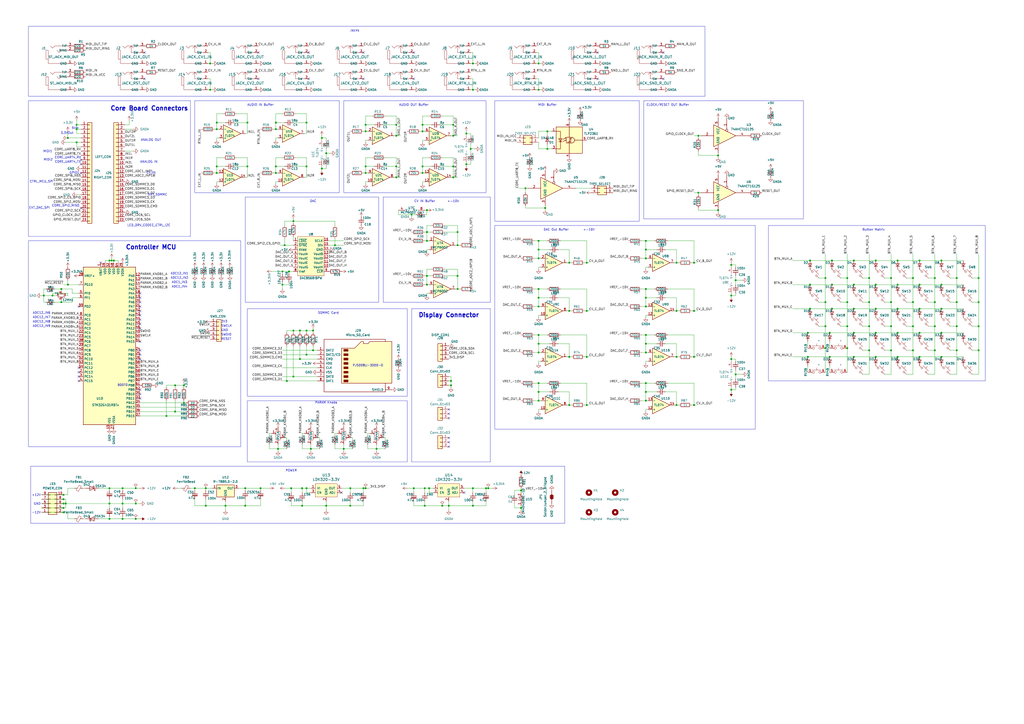
<source format=kicad_sch>
(kicad_sch (version 20250114) (generator "eeschema") (generator_version "9.0")
  (paper "A2")
  (lib_symbols
    (symbol "74xGxx:74AHCT1G125"
      (property "Reference" "U" (at -2.54 3.81 0))
      (property "Value" "74AHCT1G125" (at 0 -3.81 0))
      (symbol "74AHCT1G125_1_1"
        (pin input line (at -15.24 0 0) (length 7.62) (name "~") (number "2"))
        (pin power_in line (at -5.08 10.16 270) (length 5.08) (name "VCC") (number "5"))
        (pin power_in line (at -5.08 -10.16 90) (length 5.08) (name "GND") (number "3"))
        (pin input inverted (at 0 10.16 270) (length 7.62) (name "~") (number "1"))
        (pin tri_state line (at 12.7 0 180) (length 7.62) (name "~") (number "4"))
      )
    )
    (symbol "Amplifier_Operational:TL072" (pin_names (offset 0.127))
      (property "Reference" "U" (at 0 5.08 0))
      (property "Value" "TL072" (at 0 -5.08 0))
      (symbol "TL072_1_1"
        (pin input line (at -7.62 2.54 0) (length 2.54) (name "+") (number "3"))
        (pin input line (at -7.62 -2.54 0) (length 2.54) (name "-") (number "2"))
        (pin output line (at 7.62 0 180) (length 2.54) (name "~") (number "1"))
      )
      (symbol "TL072_2_1"
        (pin input line (at -7.62 2.54 0) (length 2.54) (name "+") (number "5"))
        (pin input line (at -7.62 -2.54 0) (length 2.54) (name "-") (number "6"))
        (pin output line (at 7.62 0 180) (length 2.54) (name "~") (number "7"))
      )
      (symbol "TL072_3_1"
        (pin power_in line (at -2.54 7.62 270) (length 3.81) (name "V+") (number "8"))
        (pin power_in line (at -2.54 -7.62 90) (length 3.81) (name "V-") (number "4"))
      )
    )
    (symbol "Amplifier_Operational:TL074" (pin_names (offset 0.127))
      (property "Reference" "U" (at 0 5.08 0))
      (property "Value" "TL074" (at 0 -5.08 0))
      (symbol "TL074_1_1"
        (pin input line (at -7.62 2.54 0) (length 2.54) (name "+") (number "3"))
        (pin input line (at -7.62 -2.54 0) (length 2.54) (name "-") (number "2"))
        (pin output line (at 7.62 0 180) (length 2.54) (name "~") (number "1"))
      )
      (symbol "TL074_2_1"
        (pin input line (at -7.62 2.54 0) (length 2.54) (name "+") (number "5"))
        (pin input line (at -7.62 -2.54 0) (length 2.54) (name "-") (number "6"))
        (pin output line (at 7.62 0 180) (length 2.54) (name "~") (number "7"))
      )
      (symbol "TL074_3_1"
        (pin input line (at -7.62 2.54 0) (length 2.54) (name "+") (number "10"))
        (pin input line (at -7.62 -2.54 0) (length 2.54) (name "-") (number "9"))
        (pin output line (at 7.62 0 180) (length 2.54) (name "~") (number "8"))
      )
      (symbol "TL074_4_1"
        (pin input line (at -7.62 2.54 0) (length 2.54) (name "+") (number "12"))
        (pin input line (at -7.62 -2.54 0) (length 2.54) (name "-") (number "13"))
        (pin output line (at 7.62 0 180) (length 2.54) (name "~") (number "14"))
      )
      (symbol "TL074_5_1"
        (pin power_in line (at -2.54 7.62 270) (length 3.81) (name "V+") (number "4"))
        (pin power_in line (at -2.54 -7.62 90) (length 3.81) (name "V-") (number "11"))
      )
    )
    (symbol "Connector:Micro_SD_Card" (pin_names (offset 1.016))
      (property "Reference" "J" (at -16.51 15.24 0))
      (property "Value" "Micro_SD_Card" (at 16.51 15.24 0))
      (symbol "Micro_SD_Card_1_1"
        (pin bidirectional line (at -22.86 7.62 0) (length 3.81) (name "DAT2") (number "1"))
        (pin bidirectional line (at -22.86 5.08 0) (length 3.81) (name "DAT3/CD") (number "2"))
        (pin input line (at -22.86 2.54 0) (length 3.81) (name "CMD") (number "3"))
        (pin power_in line (at -22.86 0 0) (length 3.81) (name "VDD") (number "4"))
        (pin input line (at -22.86 -2.54 0) (length 3.81) (name "CLK") (number "5"))
        (pin power_in line (at -22.86 -5.08 0) (length 3.81) (name "VSS") (number "6"))
        (pin bidirectional line (at -22.86 -7.62 0) (length 3.81) (name "DAT0") (number "7"))
        (pin bidirectional line (at -22.86 -10.16 0) (length 3.81) (name "DAT1") (number "8"))
        (pin passive line (at 20.32 -15.24 180) (length 3.81) (name "SHIELD") (number "9"))
      )
    )
    (symbol "Connector_Generic:Conn_01x03" (pin_names (offset 1.016) (hide yes))
      (property "Reference" "J" (at 0 5.08 0))
      (property "Value" "Conn_01x03" (at 0 -5.08 0))
      (symbol "Conn_01x03_1_1"
        (pin passive line (at -5.08 2.54 0) (length 3.81) (name "Pin_1") (number "1"))
        (pin passive line (at -5.08 0 0) (length 3.81) (name "Pin_2") (number "2"))
        (pin passive line (at -5.08 -2.54 0) (length 3.81) (name "Pin_3") (number "3"))
      )
    )
    (symbol "Connector_Generic:Conn_01x04" (pin_names (offset 1.016) (hide yes))
      (property "Reference" "J" (at 0 5.08 0))
      (property "Value" "Conn_01x04" (at 0 -7.62 0))
      (symbol "Conn_01x04_1_1"
        (pin passive line (at -5.08 2.54 0) (length 3.81) (name "Pin_1") (number "1"))
        (pin passive line (at -5.08 0 0) (length 3.81) (name "Pin_2") (number "2"))
        (pin passive line (at -5.08 -2.54 0) (length 3.81) (name "Pin_3") (number "3"))
        (pin passive line (at -5.08 -5.08 0) (length 3.81) (name "Pin_4") (number "4"))
      )
    )
    (symbol "Connector_Generic:Conn_01x05" (pin_names (offset 1.016) (hide yes))
      (property "Reference" "J" (at 0 7.62 0))
      (property "Value" "Conn_01x05" (at 0 -7.62 0))
      (symbol "Conn_01x05_1_1"
        (pin passive line (at -5.08 5.08 0) (length 3.81) (name "Pin_1") (number "1"))
        (pin passive line (at -5.08 2.54 0) (length 3.81) (name "Pin_2") (number "2"))
        (pin passive line (at -5.08 0 0) (length 3.81) (name "Pin_3") (number "3"))
        (pin passive line (at -5.08 -2.54 0) (length 3.81) (name "Pin_4") (number "4"))
        (pin passive line (at -5.08 -5.08 0) (length 3.81) (name "Pin_5") (number "5"))
      )
    )
    (symbol "Connector_Generic:Conn_01x23" (pin_names (offset 1.016) (hide yes))
      (property "Reference" "J" (at 0 30.48 0))
      (property "Value" "Conn_01x23" (at 0 -30.48 0))
      (symbol "Conn_01x23_1_1"
        (pin passive line (at -5.08 27.94 0) (length 3.81) (name "Pin_1") (number "1"))
        (pin passive line (at -5.08 25.4 0) (length 3.81) (name "Pin_2") (number "2"))
        (pin passive line (at -5.08 22.86 0) (length 3.81) (name "Pin_3") (number "3"))
        (pin passive line (at -5.08 20.32 0) (length 3.81) (name "Pin_4") (number "4"))
        (pin passive line (at -5.08 17.78 0) (length 3.81) (name "Pin_5") (number "5"))
        (pin passive line (at -5.08 15.24 0) (length 3.81) (name "Pin_6") (number "6"))
        (pin passive line (at -5.08 12.7 0) (length 3.81) (name "Pin_7") (number "7"))
        (pin passive line (at -5.08 10.16 0) (length 3.81) (name "Pin_8") (number "8"))
        (pin passive line (at -5.08 7.62 0) (length 3.81) (name "Pin_9") (number "9"))
        (pin passive line (at -5.08 5.08 0) (length 3.81) (name "Pin_10") (number "10"))
        (pin passive line (at -5.08 2.54 0) (length 3.81) (name "Pin_11") (number "11"))
        (pin passive line (at -5.08 0 0) (length 3.81) (name "Pin_12") (number "12"))
        (pin passive line (at -5.08 -2.54 0) (length 3.81) (name "Pin_13") (number "13"))
        (pin passive line (at -5.08 -5.08 0) (length 3.81) (name "Pin_14") (number "14"))
        (pin passive line (at -5.08 -7.62 0) (length 3.81) (name "Pin_15") (number "15"))
        (pin passive line (at -5.08 -10.16 0) (length 3.81) (name "Pin_16") (number "16"))
        (pin passive line (at -5.08 -12.7 0) (length 3.81) (name "Pin_17") (number "17"))
        (pin passive line (at -5.08 -15.24 0) (length 3.81) (name "Pin_18") (number "18"))
        (pin passive line (at -5.08 -17.78 0) (length 3.81) (name "Pin_19") (number "19"))
        (pin passive line (at -5.08 -20.32 0) (length 3.81) (name "Pin_20") (number "20"))
        (pin passive line (at -5.08 -22.86 0) (length 3.81) (name "Pin_21") (number "21"))
        (pin passive line (at -5.08 -25.4 0) (length 3.81) (name "Pin_22") (number "22"))
        (pin passive line (at -5.08 -27.94 0) (length 3.81) (name "Pin_23") (number "23"))
      )
    )
    (symbol "Connector_Generic:Conn_02x02_Odd_Even" (pin_names (offset 1.016) (hide yes))
      (property "Reference" "J" (at 1.27 2.54 0))
      (property "Value" "Conn_02x02_Odd_Even" (at 1.27 -5.08 0))
      (symbol "Conn_02x02_Odd_Even_1_1"
        (pin passive line (at -5.08 0 0) (length 3.81) (name "Pin_1") (number "1"))
        (pin passive line (at -5.08 -2.54 0) (length 3.81) (name "Pin_3") (number "3"))
        (pin passive line (at 7.62 0 180) (length 3.81) (name "Pin_2") (number "2"))
        (pin passive line (at 7.62 -2.54 180) (length 3.81) (name "Pin_4") (number "4"))
      )
    )
    (symbol "Connector_Generic:Conn_02x05_Odd_Even" (pin_names (offset 1.016) (hide yes))
      (property "Reference" "J" (at 1.27 7.62 0))
      (property "Value" "Conn_02x05_Odd_Even" (at 1.27 -7.62 0))
      (symbol "Conn_02x05_Odd_Even_1_1"
        (pin passive line (at -5.08 5.08 0) (length 3.81) (name "Pin_1") (number "1"))
        (pin passive line (at -5.08 2.54 0) (length 3.81) (name "Pin_3") (number "3"))
        (pin passive line (at -5.08 0 0) (length 3.81) (name "Pin_5") (number "5"))
        (pin passive line (at -5.08 -2.54 0) (length 3.81) (name "Pin_7") (number "7"))
        (pin passive line (at -5.08 -5.08 0) (length 3.81) (name "Pin_9") (number "9"))
        (pin passive line (at 7.62 5.08 180) (length 3.81) (name "Pin_2") (number "2"))
        (pin passive line (at 7.62 2.54 180) (length 3.81) (name "Pin_4") (number "4"))
        (pin passive line (at 7.62 0 180) (length 3.81) (name "Pin_6") (number "6"))
        (pin passive line (at 7.62 -2.54 180) (length 3.81) (name "Pin_8") (number "8"))
        (pin passive line (at 7.62 -5.08 180) (length 3.81) (name "Pin_10") (number "10"))
      )
    )
    (symbol "DAC8568:DAC8568"
      (property "Reference" "U8" (at 0 12.7 0))
      (property "Value" "DAC8568IBPW" (at 0 -12.7 0))
      (symbol "DAC8568_1_1"
        (pin input line (at -10.16 8.89 0) (length 2.54) (name "~{LDAC}") (number "1"))
        (pin input line (at -10.16 6.35 0) (length 2.54) (name "~{SYNC}") (number "2"))
        (pin power_in line (at -10.16 3.81 0) (length 2.54) (name "AVdd") (number "3"))
        (pin output line (at -10.16 1.27 0) (length 2.54) (name "VoutA") (number "4"))
        (pin output line (at -10.16 -1.27 0) (length 2.54) (name "VoutC") (number "5"))
        (pin output line (at -10.16 -3.81 0) (length 2.54) (name "VoutE") (number "6"))
        (pin output line (at -10.16 -6.35 0) (length 2.54) (name "VoutG") (number "7"))
        (pin input line (at -10.16 -8.89 0) (length 2.54) (name "Vref") (number "8"))
        (pin input line (at 10.16 8.89 180) (length 2.54) (name "SCLK") (number "16"))
        (pin input line (at 10.16 6.35 180) (length 2.54) (name "Din") (number "15"))
        (pin power_in line (at 10.16 3.81 180) (length 2.54) (name "GND") (number "14"))
        (pin output line (at 10.16 1.27 180) (length 2.54) (name "VoutB") (number "13"))
        (pin output line (at 10.16 -1.27 180) (length 2.54) (name "VoutD") (number "12"))
        (pin output line (at 10.16 -3.81 180) (length 2.54) (name "VoutF") (number "11"))
        (pin output line (at 10.16 -6.35 180) (length 2.54) (name "VoutH") (number "10"))
        (pin input line (at 10.16 -8.89 180) (length 2.54) (name "~{CLR}") (number "9"))
      )
    )
    (symbol "Device:C_Polarized_Small" (pin_numbers (hide yes)) (pin_names (offset 0.254) (hide yes))
      (property "Reference" "C" (at 0.254 1.778 0))
      (property "Value" "C_Polarized_Small" (at 0.254 -2.032 0))
      (symbol "C_Polarized_Small_1_1"
        (pin passive line (at 0 2.54 270) (length 1.8542) (name "~") (number "1"))
        (pin passive line (at 0 -2.54 90) (length 1.8542) (name "~") (number "2"))
      )
    )
    (symbol "Device:C_Small" (pin_numbers (hide yes)) (pin_names (offset 0.254) (hide yes))
      (property "Reference" "C" (at 0.254 1.778 0))
      (property "Value" "C_Small" (at 0.254 -2.032 0))
      (symbol "C_Small_1_1"
        (pin passive line (at 0 2.54 270) (length 2.032) (name "~") (number "1"))
        (pin passive line (at 0 -2.54 90) (length 2.032) (name "~") (number "2"))
      )
    )
    (symbol "Device:Crystal_GND24_Small" (pin_names (offset 1.016) (hide yes))
      (property "Reference" "Y" (at 1.27 4.445 0))
      (property "Value" "Crystal_GND24_Small" (at 1.27 2.54 0))
      (symbol "Crystal_GND24_Small_1_1"
        (pin passive line (at -2.54 0 0) (length 1.27) (name "1") (number "1"))
        (pin passive line (at 0 2.54 270) (length 0.635) (name "4") (number "4"))
        (pin passive line (at 0 -2.54 90) (length 0.635) (name "2") (number "2"))
        (pin passive line (at 2.54 0 180) (length 1.27) (name "3") (number "3"))
      )
    )
    (symbol "Device:D_Schottky" (pin_numbers (hide yes)) (pin_names (offset 1.016) (hide yes))
      (property "Reference" "D" (at 0 2.54 0))
      (property "Value" "D_Schottky" (at 0 -2.54 0))
      (symbol "D_Schottky_1_1"
        (pin passive line (at -3.81 0 0) (length 2.54) (name "K") (number "1"))
        (pin passive line (at 3.81 0 180) (length 2.54) (name "A") (number "2"))
      )
    )
    (symbol "Device:D_Small" (pin_numbers (hide yes)) (pin_names (offset 0.254) (hide yes))
      (property "Reference" "D" (at -1.27 2.032 0))
      (property "Value" "D_Small" (at -3.81 -2.032 0))
      (symbol "D_Small_1_1"
        (pin passive line (at -2.54 0 0) (length 1.778) (name "K") (number "1"))
        (pin passive line (at 2.54 0 180) (length 1.778) (name "A") (number "2"))
      )
    )
    (symbol "Device:FerriteBead_Small" (pin_numbers (hide yes)) (pin_names (offset 0))
      (property "Reference" "FB" (at 1.905 1.27 0))
      (property "Value" "FerriteBead_Small" (at 1.905 -1.27 0))
      (symbol "FerriteBead_Small_1_1"
        (pin passive line (at 0 2.54 270) (length 1.27) (name "~") (number "1"))
        (pin passive line (at 0 -2.54 90) (length 1.27) (name "~") (number "2"))
      )
    )
    (symbol "Device:R" (pin_numbers (hide yes)) (pin_names (offset 0))
      (property "Reference" "R" (at 2.032 0 90))
      (property "Value" "R" (at 0 0 90))
      (symbol "R_1_1"
        (pin passive line (at 0 3.81 270) (length 1.27) (name "~") (number "1"))
        (pin passive line (at 0 -3.81 90) (length 1.27) (name "~") (number "2"))
      )
    )
    (symbol "Isolator:TLP2310" (pin_names (offset 1.016) (hide yes))
      (property "Reference" "U" (at -7.112 8.89 0))
      (property "Value" "TLP2310" (at 1.016 9.144 0))
      (symbol "TLP2310_1_1"
        (pin passive line (at -10.16 5.08 0) (length 2.54) (name "A") (number "1"))
        (pin passive line (at -10.16 -5.08 0) (length 2.54) (name "K") (number "3"))
        (pin power_in line (at 0 10.16 270) (length 2.54) (name "VDD") (number "6"))
        (pin power_in line (at 0 -10.16 90) (length 2.54) (name "GND") (number "4"))
        (pin output line (at 10.16 0 180) (length 2.54) (name "VO") (number "5"))
      )
    )
    (symbol "Jumper:SolderJumper_2_Bridged" (pin_numbers (hide yes)) (pin_names (offset 0) (hide yes)) (exclude_from_sim yes) (in_bom no)
      (property "Reference" "JP" (at 0 2.032 0))
      (property "Value" "SolderJumper_2_Bridged" (at 0 -2.54 0))
      (symbol "SolderJumper_2_Bridged_1_1"
        (pin passive line (at -3.81 0 0) (length 2.54) (name "A") (number "1"))
        (pin passive line (at 3.81 0 180) (length 2.54) (name "B") (number "2"))
      )
    )
    (symbol "MCU_ST_STM32G4:STM32G431RBTx"
      (property "Reference" "U" (at -15.24 46.99 0))
      (property "Value" "STM32G431RBTx" (at 10.16 46.99 0))
      (symbol "STM32G431RBTx_1_1"
        (pin input line (at -17.78 40.64 0) (length 2.54) (name "VREF+") (number "28"))
        (pin bidirectional line (at -17.78 35.56 0) (length 2.54) (name "PG10") (number "7"))
        (pin bidirectional line (at -17.78 30.48 0) (length 2.54) (name "PF0") (number "5"))
        (pin bidirectional line (at -17.78 27.94 0) (length 2.54) (name "PF1") (number "6"))
        (pin bidirectional line (at -17.78 22.86 0) (length 2.54) (name "PD2") (number "55"))
        (pin bidirectional line (at -17.78 17.78 0) (length 2.54) (name "PC0") (number "8"))
        (pin bidirectional line (at -17.78 15.24 0) (length 2.54) (name "PC1") (number "9"))
        (pin bidirectional line (at -17.78 12.7 0) (length 2.54) (name "PC2") (number "10"))
        (pin bidirectional line (at -17.78 10.16 0) (length 2.54) (name "PC3") (number "11"))
        (pin bidirectional line (at -17.78 7.62 0) (length 2.54) (name "PC4") (number "22"))
        (pin bidirectional line (at -17.78 5.08 0) (length 2.54) (name "PC5") (number "23"))
        (pin bidirectional line (at -17.78 2.54 0) (length 2.54) (name "PC6") (number "38"))
        (pin bidirectional line (at -17.78 0 0) (length 2.54) (name "PC7") (number "39"))
        (pin bidirectional line (at -17.78 -2.54 0) (length 2.54) (name "PC8") (number "40"))
        (pin bidirectional line (at -17.78 -5.08 0) (length 2.54) (name "PC9") (number "41"))
        (pin bidirectional line (at -17.78 -7.62 0) (length 2.54) (name "PC10") (number "52"))
        (pin bidirectional line (at -17.78 -10.16 0) (length 2.54) (name "PC11") (number "53"))
        (pin bidirectional line (at -17.78 -12.7 0) (length 2.54) (name "PC12") (number "54"))
        (pin bidirectional line (at -17.78 -15.24 0) (length 2.54) (name "PC13") (number "2"))
        (pin bidirectional line (at -17.78 -17.78 0) (length 2.54) (name "PC14") (number "3"))
        (pin bidirectional line (at -17.78 -20.32 0) (length 2.54) (name "PC15") (number "4"))
        (pin power_in line (at -5.08 48.26 270) (length 2.54) (name "VBAT") (number "1"))
        (pin power_in line (at -2.54 48.26 270) (length 2.54) (name "VDD") (number "16"))
        (pin power_in line (at 0 48.26 270) (length 2.54) (name "VDD") (number "32"))
        (pin power_in line (at 0 -48.26 90) (length 2.54) (name "VSS") (number "15"))
        (pin passive line (at 0 -48.26 90) (length 2.54) (hide yes) (name "VSS") (number "31"))
        (pin passive line (at 0 -48.26 90) (length 2.54) (hide yes) (name "VSS") (number "47"))
        (pin passive line (at 0 -48.26 90) (length 2.54) (hide yes) (name "VSS") (number "63"))
        (pin power_in line (at 2.54 48.26 270) (length 2.54) (name "VDD") (number "48"))
        (pin power_in line (at 2.54 -48.26 90) (length 2.54) (name "VSSA") (number "27"))
        (pin power_in line (at 5.08 48.26 270) (length 2.54) (name "VDD") (number "64"))
        (pin power_in line (at 7.62 48.26 270) (length 2.54) (name "VDDA") (number "29"))
        (pin bidirectional line (at 17.78 40.64 180) (length 2.54) (name "PA0") (number "12"))
        (pin bidirectional line (at 17.78 38.1 180) (length 2.54) (name "PA1") (number "13"))
        (pin bidirectional line (at 17.78 35.56 180) (length 2.54) (name "PA2") (number "14"))
        (pin bidirectional line (at 17.78 33.02 180) (length 2.54) (name "PA3") (number "17"))
        (pin bidirectional line (at 17.78 30.48 180) (length 2.54) (name "PA4") (number "18"))
        (pin bidirectional line (at 17.78 27.94 180) (length 2.54) (name "PA5") (number "19"))
        (pin bidirectional line (at 17.78 25.4 180) (length 2.54) (name "PA6") (number "20"))
        (pin bidirectional line (at 17.78 22.86 180) (length 2.54) (name "PA7") (number "21"))
        (pin bidirectional line (at 17.78 20.32 180) (length 2.54) (name "PA8") (number "42"))
        (pin bidirectional line (at 17.78 17.78 180) (length 2.54) (name "PA9") (number "43"))
        (pin bidirectional line (at 17.78 15.24 180) (length 2.54) (name "PA10") (number "44"))
        (pin bidirectional line (at 17.78 12.7 180) (length 2.54) (name "PA11") (number "45"))
        (pin bidirectional line (at 17.78 10.16 180) (length 2.54) (name "PA12") (number "46"))
        (pin bidirectional line (at 17.78 7.62 180) (length 2.54) (name "PA13") (number "49"))
        (pin bidirectional line (at 17.78 5.08 180) (length 2.54) (name "PA14") (number "50"))
        (pin bidirectional line (at 17.78 2.54 180) (length 2.54) (name "PA15") (number "51"))
        (pin bidirectional line (at 17.78 -2.54 180) (length 2.54) (name "PB0") (number "24"))
        (pin bidirectional line (at 17.78 -5.08 180) (length 2.54) (name "PB1") (number "25"))
        (pin bidirectional line (at 17.78 -7.62 180) (length 2.54) (name "PB2") (number "26"))
        (pin bidirectional line (at 17.78 -10.16 180) (length 2.54) (name "PB3") (number "56"))
        (pin bidirectional line (at 17.78 -12.7 180) (length 2.54) (name "PB4") (number "57"))
        (pin bidirectional line (at 17.78 -15.24 180) (length 2.54) (name "PB5") (number "58"))
        (pin bidirectional line (at 17.78 -17.78 180) (length 2.54) (name "PB6") (number "59"))
        (pin bidirectional line (at 17.78 -20.32 180) (length 2.54) (name "PB7") (number "60"))
        (pin bidirectional line (at 17.78 -22.86 180) (length 2.54) (name "PB8") (number "61"))
        (pin bidirectional line (at 17.78 -25.4 180) (length 2.54) (name "PB9") (number "62"))
        (pin bidirectional line (at 17.78 -27.94 180) (length 2.54) (name "PB10") (number "30"))
        (pin bidirectional line (at 17.78 -30.48 180) (length 2.54) (name "PB11") (number "33"))
        (pin bidirectional line (at 17.78 -33.02 180) (length 2.54) (name "PB12") (number "34"))
        (pin bidirectional line (at 17.78 -35.56 180) (length 2.54) (name "PB13") (number "35"))
        (pin bidirectional line (at 17.78 -38.1 180) (length 2.54) (name "PB14") (number "36"))
        (pin bidirectional line (at 17.78 -40.64 180) (length 2.54) (name "PB15") (number "37"))
      )
    )
    (symbol "Mechanical:MountingHole" (pin_names (offset 1.016)) (in_bom no)
      (property "Reference" "H" (at 0 5.08 0))
      (property "Value" "MountingHole" (at 0 3.175 0))
    )
    (symbol "R_Pot_360:RV142FPF-40B1"
      (property "Reference" "RV" (at -3.048 3.81 0))
      (symbol "RV142FPF-40B1_1_1"
        (pin passive line (at -3.81 1.27 0) (length 2.54) (name "") (number "1"))
        (pin passive line (at 0 5.08 270) (length 2.54) (name "") (number "4"))
        (pin passive line (at 0 -5.08 90) (length 2.54) (name "") (number "2"))
        (pin passive line (at 3.81 -1.27 180) (length 2.54) (name "") (number "3"))
      )
      (symbol "RV142FPF-40B1_2_1"
        (pin passive line (at -5.08 0 0) (length 2.54) (name "") (number "5"))
        (pin passive line (at 5.08 0 180) (length 2.54) (name "") (number "6"))
      )
    )
    (symbol "Reference_Voltage:LM4040DBZ-5" (pin_names (offset 0.0254) (hide yes))
      (property "Reference" "U" (at 0 2.54 0))
      (property "Value" "LM4040DBZ-5" (at 0 -3.175 0))
      (symbol "LM4040DBZ-5_1_1"
        (pin passive line (at -3.81 0 0) (length 2.54) (name "A") (number "2"))
        (pin no_connect line (at -1.27 0 0) (length 2.54) (hide yes) (name "NC") (number "3"))
        (pin passive line (at 3.81 0 180) (length 2.54) (name "K") (number "1"))
      )
    )
    (symbol "Regulator_Switching:R-78B5.0-2.0" (pin_names (offset 0.254))
      (property "Reference" "U" (at -3.81 3.175 0))
      (property "Value" "R-78B5.0-2.0" (at 0 3.175 0))
      (symbol "R-78B5.0-2.0_1_1"
        (pin power_in line (at -7.62 0 0) (length 2.54) (name "IN") (number "1"))
        (pin power_in line (at 0 -7.62 90) (length 2.54) (name "GND") (number "2"))
        (pin power_out line (at 7.62 0 180) (length 2.54) (name "OUT") (number "3"))
      )
    )
    (symbol "Switch:SW_Push_45deg" (pin_numbers (hide yes)) (pin_names (offset 1.016) (hide yes))
      (property "Reference" "SW" (at 3.048 1.016 0))
      (property "Value" "SW_Push_45deg" (at 0 -3.81 0))
      (symbol "SW_Push_45deg_0_1"
        (pin passive line (at -2.54 2.54 0) (length 0) (name "1") (number "1"))
        (pin passive line (at 2.54 -2.54 180) (length 0) (name "2") (number "2"))
      )
    )
    (symbol "ldk320:LDK320" (pin_names (offset 1.016))
      (property "Reference" "U" (at 0 7.62 0))
      (property "Value" "LDK320" (at 0 5.08 0))
      (symbol "LDK320_1_1"
        (pin input line (at -8.89 1.27 0) (length 2.54) (name "VI") (number "1"))
        (pin input line (at -8.89 -1.27 0) (length 2.54) (name "EN") (number "3"))
        (pin input line (at 0 -6.35 90) (length 2.54) (name "GND") (number "2"))
        (pin input line (at 8.89 1.27 180) (length 2.54) (name "OUT") (number "5"))
        (pin input line (at 8.89 -1.27 180) (length 2.54) (name "ADJ") (number "4"))
      )
    )
    (symbol "power:+12V" (power) (pin_numbers (hide yes)) (pin_names (offset 0) (hide yes))
      (property "Value" "+12V" (at 0 3.556 0))
      (symbol "+12V_1_1"
        (pin power_in line (at 0 0 90) (length 0) (name "~") (number "1"))
      )
    )
    (symbol "power:+3.3V" (power) (pin_numbers (hide yes)) (pin_names (offset 0) (hide yes))
      (property "Value" "+3.3V" (at 0 3.556 0))
      (symbol "+3.3V_1_1"
        (pin power_in line (at 0 0 90) (length 0) (name "~") (number "1"))
      )
    )
    (symbol "power:+3.3VA" (power) (pin_numbers (hide yes)) (pin_names (offset 0) (hide yes))
      (property "Value" "+3.3VA" (at 0 3.556 0))
      (symbol "+3.3VA_1_1"
        (pin power_in line (at 0 0 90) (length 0) (name "~") (number "1"))
      )
    )
    (symbol "power:+5V" (power) (pin_numbers (hide yes)) (pin_names (offset 0) (hide yes))
      (property "Value" "+5V" (at 0 3.556 0))
      (symbol "+5V_1_1"
        (pin power_in line (at 0 0 90) (length 0) (name "~") (number "1"))
      )
    )
    (symbol "power:-12V" (power) (pin_numbers (hide yes)) (pin_names (offset 0) (hide yes))
      (property "Value" "-12V" (at 0 3.556 0))
      (symbol "-12V_0_0"
        (pin power_in line (at 0 0 90) (length 0) (name "~") (number "1"))
      )
    )
    (symbol "power:GND" (power) (pin_numbers (hide yes)) (pin_names (offset 0) (hide yes))
      (property "Value" "GND" (at 0 -3.81 0))
      (symbol "GND_1_1"
        (pin power_in line (at 0 0 270) (length 0) (name "~") (number "1"))
      )
    )
    (symbol "power:GNDA" (power) (pin_numbers (hide yes)) (pin_names (offset 0) (hide yes))
      (property "Value" "GNDA" (at 0 -3.81 0))
      (symbol "GNDA_1_1"
        (pin power_in line (at 0 0 270) (length 0) (name "~") (number "1"))
      )
    )
    (symbol "power:PWR_FLAG" (power) (pin_numbers (hide yes)) (pin_names (offset 0) (hide yes))
      (property "Value" "PWR_FLAG" (at 0 3.81 0))
      (symbol "PWR_FLAG_0_0"
        (pin power_out line (at 0 0 90) (length 0) (name "~") (number "1"))
      )
    )
    (symbol "thonkicon_stereo:THONKICONN_STEREO"
      (property "Reference" "J" (at -4.064 -6.858 0))
      (property "Value" "THONKICONN_STEREO" (at 5.08 2.54 0))
      (symbol "THONKICONN_STEREO_1_1"
        (pin passive line (at 7.62 5.08 180) (length 2.54) (name "GND") (number "1"))
        (pin passive line (at 7.62 -2.54 180) (length 2.54) (name "RING") (number "2"))
        (pin passive line (at 7.62 -5.08 180) (length 2.54) (name "TIP") (number "3"))
      )
    )
    (symbol "thonkiconn:THONKICONN" (pin_names (offset 1.016))
      (property "Reference" "J" (at 0 -8.89 0))
      (property "Value" "THONKICONN" (at 0 8.89 0))
      (symbol "THONKICONN_1_1"
        (pin passive line (at 7.62 5.08 180) (length 2.54) (name "GND") (number "1"))
        (pin passive line (at 7.62 -1.27 180) (length 2.54) (name "SW") (number "2"))
        (pin passive line (at 7.62 -5.08 180) (length 2.54) (name "TIP") (number "3"))
      )
    )
  )
  (rectangle (start 113.03 58.42) (end 196.85 111.76))
  (rectangle (start 238.76 179.07) (end 284.48 267.97))
  (rectangle (start 287.02 130.81) (end 438.15 248.92))
  (rectangle (start 199.39 58.42) (end 281.94 111.76))
  (rectangle (start 17.78 270.51) (end 327.66 303.53))
  (rectangle (start 16.51 139.7) (end 139.7 259.08))
  (rectangle (start 373.38 58.42) (end 466.09 127))
  (rectangle (start 287.02 58.42) (end 370.84 128.27))
  (rectangle (start 16.51 58.42) (end 110.49 137.16))
  (rectangle (start 143.51 232.41) (end 236.22 267.97))
  (rectangle (start 16.51 15.24) (end 408.94 55.88))
  (rectangle (start 445.77 130.81) (end 571.5 220.98))
  (rectangle (start 143.51 179.07) (end 236.22 229.87))
  (rectangle (start 142.24 114.3) (end 219.71 175.26))
  (rectangle (start 222.25 114.3) (end 284.48 175.26))
  (text "ANALOG IN" (at 86.36 93.98 0) (effects (font (size 1.27 1.27))))
  (text "AUDIO IN Buffer" (at 151.13 60.96 0) (effects (font (size 1.27 1.27))))
  (text "ADC12_IN6" (at 24.13 181.61 0) (effects (font (size 1.27 1.27))))
  (text "SWCLK" (at 128.27 189.865 0) (effects (font (size 1.27 1.27)) (justify left bottom)))
  (text "ADC1_IN3" (at 104.14 163.83 0) (effects (font (size 1.27 1.27))))
  (text "GPIO1" (at 43.18 100.33 0) (effects (font (size 1.27 1.27))))
  (text "CV_IN" (at 87.63 100.33 0) (effects (font (size 1.27 1.27))))
  (text "-12V" (at 21.082 297.434 0) (effects (font (size 1.27 1.27))))
  (text "3V3" (at 128.27 187.325 0) (effects (font (size 1.27 1.27)) (justify left bottom)))
  (text "DAC" (at 181.61 116.84 0) (effects (font (size 1.27 1.27))))
  (text "PARAM Knobs" (at 189.23 233.68 0) (effects (font (size 1.27 1.27))))
  (text "DAC Out Buffer" (at 322.58 133.35 0) (effects (font (size 1.27 1.27))))
  (text "CORE_UART4_TX" (at 39.37 93.98 0) (effects (font (size 1.27 1.27))))
  (text "5VIn" (at 43.688 74.422 0) (effects (font (size 1.27 1.27))))
  (text "PJS008U-3000-0" (at 213.36 212.09 0) (effects (font (size 1.27 1.27))))
  (text "EXT_DAC_SPI" (at 22.86 120.65 0) (effects (font (size 1.27 1.27))))
  (text "3.3VOut" (at 38.862 77.216 0) (effects (font (size 1.27 1.27))))
  (text "GND" (at 128.27 192.405 0) (effects (font (size 1.27 1.27)) (justify left bottom)))
  (text "Button Matrix" (at 506.73 133.35 0) (effects (font (size 1.27 1.27))))
  (text "CORE_UART4_RX" (at 39.37 91.44 0) (effects (font (size 1.27 1.27))))
  (text "Jacks" (at 205.74 17.78 0) (effects (font (size 1.27 1.27))))
  (text "+-10V" (at 341.63 133.35 0) (effects (font (size 1.27 1.27))))
  (text "GND" (at 21.59 292.354 0) (effects (font (size 1.27 1.27))))
  (text "ADC12_IN8" (at 24.13 186.69 0) (effects (font (size 1.27 1.27))))
  (text "ADC1_IN4" (at 104.14 166.37 0) (effects (font (size 1.27 1.27))))
  (text "SDMMC Card" (at 190.5 181.61 0) (effects (font (size 1.27 1.27))))
  (text "Core Board Connectors" (at 86.614 62.992 0) (effects (font (size 2.54 2.54) (thickness 0.508) (bold yes))))
  (text "CV IN Buffer" (at 246.38 116.84 0) (effects (font (size 1.27 1.27))))
  (text "RESET" (at 128.27 197.485 0) (effects (font (size 1.27 1.27)) (justify left bottom)))
  (text "B00T0" (at 71.12 223.52 0) (effects (font (size 1.27 1.27))))
  (text "CTRL_MCU_SPI" (at 24.13 105.41 0) (effects (font (size 1.27 1.27))))
  (text "CLOCK/RESET OUT Buffer" (at 387.35 60.96 0) (effects (font (size 1.27 1.27))))
  (text "EXT_SDMMC" (at 91.44 113.03 0) (effects (font (size 1.27 1.27))))
  (text "ADC12_IN7" (at 24.13 184.15 0) (effects (font (size 1.27 1.27))))
  (text "ADC12_IN9" (at 24.13 189.23 0) (effects (font (size 1.27 1.27))))
  (text "MIDI2" (at 27.94 92.71 0) (effects (font (size 1.27 1.27))))
  (text "ANALOG OUT" (at 87.63 81.28 0) (effects (font (size 1.27 1.27))))
  (text "MIDI Buffer" (at 317.5 60.96 0) (effects (font (size 1.27 1.27))))
  (text "Controller MCU" (at 87.63 143.51 0) (effects (font (size 2.54 2.54) (thickness 0.508) (bold yes))))
  (text "CORE_SPI2_MISO" (at 38.1 119.38 0) (effects (font (size 1.27 1.27))))
  (text "ADC12_IN2" (at 104.14 161.29 0) (effects (font (size 1.27 1.27))))
  (text "AUDIO OUT Buffer" (at 240.03 60.96 0) (effects (font (size 1.27 1.27))))
  (text "MIDI1" (at 27.686 87.884 0) (effects (font (size 1.27 1.27))))
  (text "Display Connector" (at 260.35 182.88 0) (effects (font (size 2.54 2.54) (thickness 0.508) (bold yes))))
  (text "POWER" (at 168.91 273.05 0) (effects (font (size 1.27 1.27))))
  (text "SWDIO" (at 128.27 194.945 0) (effects (font (size 1.27 1.27)) (justify left bottom)))
  (text "LED_DRV_CODEC_CTRL_I2C" (at 86.36 130.81 0) (effects (font (size 1.27 1.27))))
  (text "ADC12_IN1" (at 104.14 158.75 0) (effects (font (size 1.27 1.27))))
  (text "+12V" (at 21.082 287.274 0) (effects (font (size 1.27 1.27))))
  (text "+-10V" (at 262.89 116.84 0) (effects (font (size 1.27 1.27))))
  (junction (at 175.26 293.37))
  (junction (at 256.54 293.37))
  (junction (at 173.99 191.77))
  (junction (at 340.36 234.95))
  (junction (at 36.83 287.02))
  (junction (at 402.59 234.95))
  (junction (at 281.94 283.21))
  (junction (at 495.3 207.01))
  (junction (at 163.83 157.48))
  (junction (at 374.65 144.78))
  (junction (at 265.43 134.62))
  (junction (at 186.69 80.01))
  (junction (at 113.03 283.21))
  (junction (at 495.3 179.07))
  (junction (at 265.43 160.02))
  (junction (at 542.29 161.29))
  (junction (at 312.42 199.39))
  (junction (at 165.1 142.24))
  (junction (at 170.18 128.27))
  (junction (at 316.23 120.65))
  (junction (at 210.82 283.21))
  (junction (at 302.26 294.64))
  (junction (at 270.51 95.25))
  (junction (at 374.65 232.41))
  (junction (at 312.42 177.8))
  (junction (at 143.51 96.52))
  (junction (at 533.4 165.1))
  (junction (at 170.18 218.44))
  (junction (at 63.5 292.1))
  (junction (at 248.92 283.21))
  (junction (at 142.24 283.21))
  (junction (at 160.02 74.93))
  (junction (at 39.37 165.1))
  (junction (at 71.12 283.21))
  (junction (at 119.38 293.37))
  (junction (at 481.33 193.04))
  (junction (at 312.42 222.25))
  (junction (at 125.73 100.33))
  (junction (at 533.4 207.01))
  (junction (at 426.72 162.56))
  (junction (at 203.2 283.21))
  (junction (at 504.19 189.23))
  (junction (at 189.23 88.9))
  (junction (at 212.09 100.33))
  (junction (at 218.44 260.35))
  (junction (at 25.4 171.45))
  (junction (at 529.59 189.23))
  (junction (at 240.03 283.21))
  (junction (at 567.69 203.2))
  (junction (at 508 151.13))
  (junction (at 245.11 100.33))
  (junction (at 491.49 189.23))
  (junction (at 533.4 179.07))
  (junction (at 426.72 217.17))
  (junction (at 265.43 167.64))
  (junction (at 392.43 180.34))
  (junction (at 469.9 179.07))
  (junction (at 245.11 76.2))
  (junction (at 468.63 207.01))
  (junction (at 516.89 175.26))
  (junction (at 567.69 189.23))
  (junction (at 508 193.04))
  (junction (at 424.18 171.45))
  (junction (at 508 165.1))
  (junction (at 125.73 96.52))
  (junction (at 180.34 260.35))
  (junction (at 374.65 222.25))
  (junction (at 405.13 78.74))
  (junction (at 177.8 205.74))
  (junction (at 247.65 160.02))
  (junction (at 168.91 283.21))
  (junction (at 508 207.01))
  (junction (at 186.69 97.79))
  (junction (at 246.38 293.37))
  (junction (at 106.68 233.68))
  (junction (at 36.83 292.1))
  (junction (at 125.73 71.12))
  (junction (at 330.2 234.95))
  (junction (at 121.92 52.07))
  (junction (at 542.29 203.2))
  (junction (at 66.04 151.13))
  (junction (at 374.65 199.39))
  (junction (at 247.65 165.1))
  (junction (at 173.99 208.28))
  (junction (at 181.61 203.2))
  (junction (at 160.02 100.33))
  (junction (at 529.59 203.2))
  (junction (at 317.5 86.36))
  (junction (at 39.37 80.01))
  (junction (at 177.8 71.12))
  (junction (at 302.26 284.48))
  (junction (at 63.5 283.21))
  (junction (at 374.65 227.33))
  (junction (at 229.87 72.39))
  (junction (at 238.76 124.46))
  (junction (at 491.49 161.29))
  (junction (at 44.45 72.39))
  (junction (at 170.18 191.77))
  (junction (at 330.2 180.34))
  (junction (at 533.4 151.13))
  (junction (at 96.52 241.3))
  (junction (at 424.18 226.06))
  (junction (at 194.31 142.24))
  (junction (at 304.8 109.22))
  (junction (at 392.43 234.95))
  (junction (at 245.11 96.52))
  (junction (at 265.43 142.24))
  (junction (at 478.79 201.93))
  (junction (at 151.13 283.21))
  (junction (at 554.99 203.2))
  (junction (at 212.09 76.2))
  (junction (at 468.63 193.04))
  (junction (at 469.9 151.13))
  (junction (at 495.3 193.04))
  (junction (at 392.43 152.4))
  (junction (at 546.1 165.1))
  (junction (at 416.56 121.92))
  (junction (at 71.12 300.99))
  (junction (at 374.65 172.72))
  (junction (at 402.59 180.34))
  (junction (at 312.42 204.47))
  (junction (at 274.32 293.37))
  (junction (at 312.42 167.64))
  (junction (at 546.1 207.01))
  (junction (at 392.43 207.01))
  (junction (at 312.42 144.78))
  (junction (at 270.51 77.47))
  (junction (at 274.32 36.83))
  (junction (at 245.11 72.39))
  (junction (at 520.7 193.04))
  (junction (at 44.45 74.93))
  (junction (at 504.19 203.2))
  (junction (at 469.9 165.1))
  (junction (at 546.1 193.04))
  (junction (at 64.77 151.13))
  (junction (at 529.59 175.26))
  (junction (at 312.42 139.7))
  (junction (at 71.12 292.1))
  (junction (at 482.6 165.1))
  (junction (at 495.3 151.13))
  (junction (at 261.62 220.98))
  (junction (at 312.42 227.33))
  (junction (at 261.62 223.52))
  (junction (at 478.79 161.29))
  (junction (at 374.65 139.7))
  (junction (at 106.68 223.52))
  (junction (at 78.74 300.99))
  (junction (at 491.49 175.26))
  (junction (at 529.59 161.29))
  (junction (at 125.73 74.93))
  (junction (at 142.24 293.37))
  (junction (at 516.89 189.23))
  (junction (at 273.05 86.36))
  (junction (at 44.45 82.55))
  (junction (at 199.39 260.35))
  (junction (at 478.79 189.23))
  (junction (at 177.8 96.52))
  (junction (at 481.33 207.01))
  (junction (at 203.2 293.37))
  (junction (at 374.65 149.86))
  (junction (at 546.1 151.13))
  (junction (at 424.18 208.28))
  (junction (at 340.36 207.01))
  (junction (at 312.42 36.83))
  (junction (at 247.65 139.7))
  (junction (at 520.7 151.13))
  (junction (at 167.64 157.48))
  (junction (at 374.65 167.64))
  (junction (at 30.48 171.45))
  (junction (at 119.38 283.21))
  (junction (at 495.3 165.1))
  (junction (at 533.4 193.04))
  (junction (at 121.92 36.83))
  (junction (at 160.02 96.52))
  (junction (at 330.2 207.01))
  (junction (at 402.59 207.01))
  (junction (at 163.83 165.1))
  (junction (at 36.83 297.18))
  (junction (at 212.09 283.21))
  (junction (at 274.32 283.21))
  (junction (at 402.59 152.4))
  (junction (at 542.29 175.26))
  (junction (at 542.29 189.23))
  (junction (at 166.37 220.98))
  (junction (at 516.89 161.29))
  (junction (at 312.42 232.41))
  (junction (at 101.6 238.76))
  (junction (at 143.51 71.12))
  (junction (at 508 179.07))
  (junction (at 35.56 167.64))
  (junction (at 374.65 204.47))
  (junction (at 312.42 52.07))
  (junction (at 491.49 201.93))
  (junction (at 38.1 292.1))
  (junction (at 330.2 152.4))
  (junction (at 247.65 134.62))
  (junction (at 229.87 102.87))
  (junction (at 260.35 293.37))
  (junction (at 63.5 300.99))
  (junction (at 567.69 175.26))
  (junction (at 36.83 289.56))
  (junction (at 478.79 175.26))
  (junction (at 317.5 76.2))
  (junction (at 189.23 293.37))
  (junction (at 247.65 121.92))
  (junction (at 262.89 96.52))
  (junction (at 35.56 175.26))
  (junction (at 262.89 102.87))
  (junction (at 374.65 194.31))
  (junction (at 340.36 180.34))
  (junction (at 161.29 260.35))
  (junction (at 554.99 189.23))
  (junction (at 63.5 151.13))
  (junction (at 246.38 283.21))
  (junction (at 516.89 203.2))
  (junction (at 177.8 191.77))
  (junction (at 78.74 283.21))
  (junction (at 78.74 292.1))
  (junction (at 504.19 161.29))
  (junction (at 181.61 191.77))
  (junction (at 374.65 177.8))
  (junction (at 520.7 165.1))
  (junction (at 212.09 72.39))
  (junction (at 482.6 179.07))
  (junction (at 312.42 149.86))
  (junction (at 504.19 175.26))
  (junction (at 416.56 90.17))
  (junction (at 554.99 161.29))
  (junction (at 340.36 152.4))
  (junction (at 274.32 52.07))
  (junction (at 130.81 293.37))
  (junction (at 520.7 207.01))
  (junction (at 312.42 172.72))
  (junction (at 177.8 283.21))
  (junction (at 283.21 283.21))
  (junction (at 262.89 78.74))
  (junction (at 160.02 71.12))
  (junction (at 101.6 223.52))
  (junction (at 175.26 283.21))
  (junction (at 36.83 294.64))
  (junction (at 554.99 175.26))
  (junction (at 312.42 194.31))
  (junction (at 482.6 151.13))
  (junction (at 212.09 96.52))
  (junction (at 424.18 153.67))
  (junction (at 405.13 111.76))
  (junction (at 262.89 72.39))
  (junction (at 546.1 179.07))
  (junction (at 229.87 78.74))
  (junction (at 229.87 96.52))
  (junction (at 520.7 179.07))
  (junction (at 567.69 161.29))
  (no_connect (at 81.28 190.5))
  (no_connect (at 260.35 237.49))
  (no_connect (at 46.99 92.71))
  (no_connect (at 81.28 180.34))
  (no_connect (at 210.82 30.48))
  (no_connect (at 179.07 30.48))
  (no_connect (at 81.28 182.88))
  (no_connect (at 81.28 175.26))
  (no_connect (at 81.28 226.06))
  (no_connect (at 46.99 100.33))
  (no_connect (at 260.35 242.57))
  (no_connect (at 269.24 285.75))
  (no_connect (at 346.71 45.72))
  (no_connect (at 81.28 203.2))
  (no_connect (at 81.28 198.12))
  (no_connect (at 45.72 177.8))
  (no_connect (at 198.12 285.75))
  (no_connect (at 260.35 254))
  (no_connect (at 260.35 256.54))
  (no_connect (at 346.71 30.48))
  (no_connect (at 46.99 95.25))
  (no_connect (at 384.81 45.72))
  (no_connect (at 149.86 30.48))
  (no_connect (at 58.42 152.4))
  (no_connect (at 46.99 120.65))
  (no_connect (at 384.81 30.48))
  (no_connect (at 81.28 177.8))
  (no_connect (at 45.72 218.44))
  (no_connect (at 81.28 228.6))
  (no_connect (at 260.35 240.03))
  (no_connect (at 45.72 220.98))
  (no_connect (at 81.28 208.28))
  (no_connect (at 149.86 45.72))
  (no_connect (at 45.72 215.9))
  (no_connect (at 81.28 170.18))
  (no_connect (at 240.03 30.48))
  (no_connect (at 179.07 45.72))
  (no_connect (at 81.28 185.42))
  (no_connect (at 81.28 187.96))
  (no_connect (at 210.82 45.72))
  (no_connect (at 81.28 205.74))
  (no_connect (at 81.28 172.72))
  (no_connect (at 81.28 231.14))
  (no_connect (at 240.03 45.72))
  (no_connect (at 83.82 30.48))
  (no_connect (at 260.35 259.08))
  (no_connect (at 83.82 45.72))
  (no_connect (at 45.72 213.36))
  (wire (pts (xy 374.65 227.33) (xy 381 227.33)))
  (wire (pts (xy 392.43 199.39) (xy 392.43 207.01)))
  (wire (pts (xy 374.65 144.78) (xy 381 144.78)))
  (wire (pts (xy 212.09 81.28) (xy 213.36 81.28)))
  (wire (pts (xy 213.36 257.81) (xy 213.36 260.35)))
  (wire (pts (xy 265.43 167.64) (xy 266.7 167.64)))
  (wire (pts (xy 135.89 71.12) (xy 143.51 71.12)))
  (wire (pts (xy 513.08 175.26) (xy 516.89 175.26)))
  (wire (pts (xy 44.45 74.93) (xy 46.99 74.93)))
  (wire (pts (xy 405.13 78.74) (xy 405.13 80.01)))
  (wire (pts (xy 186.69 80.01) (xy 189.23 80.01)))
  (wire (pts (xy 214.63 251.46) (xy 213.36 251.46)))
  (wire (pts (xy 238.76 124.46) (xy 238.76 125.73)))
  (wire (pts (xy 402.59 180.34) (xy 403.86 180.34)))
  (wire (pts (xy 130.81 293.37) (xy 142.24 293.37)))
  (wire (pts (xy 175.26 283.21) (xy 175.26 285.75)))
  (wire (pts (xy 63.5 292.1) (xy 63.5 294.64)))
  (wire (pts (xy 312.42 30.48) (xy 312.42 36.83)))
  (wire (pts (xy 246.38 165.1) (xy 247.65 165.1)))
  (wire (pts (xy 41.91 175.26) (xy 41.91 172.72)))
  (wire (pts (xy 554.99 217.17) (xy 554.99 203.2)))
  (wire (pts (xy 424.18 153.67) (xy 424.18 154.94)))
  (wire (pts (xy 39.37 170.18) (xy 30.48 170.18)))
  (wire (pts (xy 265.43 142.24) (xy 266.7 142.24)))
  (wire (pts (xy 392.43 227.33) (xy 392.43 234.95)))
  (wire (pts (xy 426.72 208.28) (xy 426.72 209.55)))
  (wire (pts (xy 168.91 290.83) (xy 168.91 293.37)))
  (wire (pts (xy 41.91 167.64) (xy 41.91 170.18)))
  (wire (pts (xy 125.73 66.04) (xy 129.54 66.04)))
  (wire (pts (xy 36.83 294.64) (xy 38.1 294.64)))
  (wire (pts (xy 424.18 224.79) (xy 424.18 226.06)))
  (wire (pts (xy 374.65 154.94) (xy 375.92 154.94)))
  (wire (pts (xy 312.42 237.49) (xy 313.69 237.49)))
  (wire (pts (xy 270.51 95.25) (xy 270.51 96.52)))
  (wire (pts (xy 130.81 290.83) (xy 130.81 293.37)))
  (wire (pts (xy 513.08 189.23) (xy 516.89 189.23)))
  (wire (pts (xy 170.18 128.27) (xy 170.18 129.54)))
  (wire (pts (xy 542.29 203.2) (xy 542.29 189.23)))
  (wire (pts (xy 513.08 203.2) (xy 516.89 203.2)))
  (wire (pts (xy 39.37 80.01) (xy 46.99 80.01)))
  (wire (pts (xy 25.4 167.64) (xy 26.67 167.64)))
  (wire (pts (xy 261.62 218.44) (xy 261.62 220.98)))
  (wire (pts (xy 459.74 151.13) (xy 469.9 151.13)))
  (wire (pts (xy 401.32 152.4) (xy 402.59 152.4)))
  (wire (pts (xy 180.34 260.35) (xy 185.42 260.35)))
  (wire (pts (xy 81.28 238.76) (xy 101.6 238.76)))
  (wire (pts (xy 143.51 102.87) (xy 143.51 96.52)))
  (wire (pts (xy 546.1 151.13) (xy 558.8 151.13)))
  (wire (pts (xy 257.81 156.21) (xy 265.43 156.21)))
  (wire (pts (xy 63.5 283.21) (xy 63.5 284.48)))
  (wire (pts (xy 546.1 207.01) (xy 558.8 207.01)))
  (wire (pts (xy 44.45 74.93) (xy 44.45 77.47)))
  (wire (pts (xy 298.45 284.48) (xy 302.26 284.48)))
  (wire (pts (xy 171.45 66.04) (xy 177.8 66.04)))
  (wire (pts (xy 186.69 97.79) (xy 186.69 99.06)))
  (wire (pts (xy 36.83 287.02) (xy 39.37 287.02)))
  (wire (pts (xy 166.37 200.66) (xy 166.37 220.98)))
  (wire (pts (xy 165.1 138.43) (xy 165.1 142.24)))
  (wire (pts (xy 274.32 283.21) (xy 281.94 283.21)))
  (wire (pts (xy 39.37 171.45) (xy 39.37 170.18)))
  (wire (pts (xy 170.18 71.12) (xy 177.8 71.12)))
  (wire (pts (xy 274.32 293.37) (xy 281.94 293.37)))
  (wire (pts (xy 392.43 152.4) (xy 393.7 152.4)))
  (wire (pts (xy 379.73 222.25) (xy 374.65 222.25)))
  (wire (pts (xy 113.03 293.37) (xy 119.38 293.37)))
  (wire (pts (xy 474.98 175.26) (xy 478.79 175.26)))
  (wire (pts (xy 199.39 260.35) (xy 194.31 260.35)))
  (wire (pts (xy 504.19 217.17) (xy 504.19 203.2)))
  (wire (pts (xy 416.56 90.17) (xy 416.56 91.44)))
  (wire (pts (xy 323.85 172.72) (xy 330.2 172.72)))
  (wire (pts (xy 529.59 203.2) (xy 529.59 189.23)))
  (wire (pts (xy 212.09 283.21) (xy 214.63 283.21)))
  (wire (pts (xy 119.38 283.21) (xy 113.03 283.21)))
  (wire (pts (xy 166.37 191.77) (xy 166.37 193.04)))
  (wire (pts (xy 125.73 100.33) (xy 127 100.33)))
  (wire (pts (xy 520.7 165.1) (xy 533.4 165.1)))
  (wire (pts (xy 190.5 139.7) (xy 199.39 139.7)))
  (wire (pts (xy 170.18 127) (xy 170.18 128.27)))
  (wire (pts (xy 374.65 237.49) (xy 375.92 237.49)))
  (wire (pts (xy 177.8 285.75) (xy 180.34 285.75)))
  (wire (pts (xy 323.85 227.33) (xy 330.2 227.33)))
  (wire (pts (xy 203.2 293.37) (xy 203.2 290.83)))
  (wire (pts (xy 143.51 77.47) (xy 142.24 77.47)))
  (wire (pts (xy 38.1 292.1) (xy 63.5 292.1)))
  (wire (pts (xy 554.99 203.2) (xy 554.99 189.23)))
  (wire (pts (xy 525.78 175.26) (xy 529.59 175.26)))
  (wire (pts (xy 247.65 156.21) (xy 247.65 160.02)))
  (wire (pts (xy 228.6 102.87) (xy 229.87 102.87)))
  (wire (pts (xy 41.91 172.72) (xy 45.72 172.72)))
  (wire (pts (xy 533.4 207.01) (xy 546.1 207.01)))
  (wire (pts (xy 223.52 254) (xy 223.52 255.27)))
  (wire (pts (xy 74.93 69.85) (xy 74.93 72.39)))
  (wire (pts (xy 386.08 199.39) (xy 392.43 199.39)))
  (wire (pts (xy 495.3 179.07) (xy 508 179.07)))
  (wire (pts (xy 567.69 175.26) (xy 567.69 161.29)))
  (wire (pts (xy 48.26 283.21) (xy 49.53 283.21)))
  (wire (pts (xy 189.23 86.36) (xy 189.23 88.9)))
  (wire (pts (xy 177.8 91.44) (xy 177.8 96.52)))
  (wire (pts (xy 392.43 172.72) (xy 392.43 180.34)))
  (wire (pts (xy 340.36 234.95) (xy 339.09 234.95)))
  (wire (pts (xy 175.26 251.46) (xy 176.53 251.46)))
  (wire (pts (xy 194.31 138.43) (xy 194.31 142.24)))
  (wire (pts (xy 468.63 193.04) (xy 481.33 193.04)))
  (wire (pts (xy 261.62 223.52) (xy 261.62 224.79)))
  (wire (pts (xy 312.42 204.47) (xy 312.42 199.39)))
  (wire (pts (xy 160.02 106.68) (xy 160.02 105.41)))
  (wire (pts (xy 229.87 78.74) (xy 228.6 78.74)))
  (wire (pts (xy 482.6 179.07) (xy 495.3 179.07)))
  (wire (pts (xy 533.4 179.07) (xy 546.1 179.07)))
  (wire (pts (xy 281.94 293.37) (xy 281.94 290.83)))
  (wire (pts (xy 247.65 139.7) (xy 248.92 139.7)))
  (wire (pts (xy 243.84 76.2) (xy 245.11 76.2)))
  (wire (pts (xy 194.31 260.35) (xy 194.31 257.81)))
  (wire (pts (xy 330.2 180.34) (xy 331.47 180.34)))
  (wire (pts (xy 44.45 72.39) (xy 44.45 74.93)))
  (wire (pts (xy 330.2 207.01) (xy 331.47 207.01)))
  (wire (pts (xy 525.78 161.29) (xy 529.59 161.29)))
  (wire (pts (xy 245.11 96.52) (xy 245.11 100.33)))
  (wire (pts (xy 181.61 191.77) (xy 177.8 191.77)))
  (wire (pts (xy 177.8 283.21) (xy 177.8 285.75)))
  (wire (pts (xy 270.51 77.47) (xy 270.51 78.74)))
  (wire (pts (xy 156.21 251.46) (xy 156.21 252.73)))
  (wire (pts (xy 340.36 207.01) (xy 341.63 207.01)))
  (wire (pts (xy 313.69 149.86) (xy 312.42 149.86)))
  (wire (pts (xy 245.11 72.39) (xy 245.11 67.31)))
  (wire (pts (xy 39.37 165.1) (xy 45.72 165.1)))
  (wire (pts (xy 184.15 254) (xy 185.42 254)))
  (wire (pts (xy 185.42 254) (xy 185.42 255.27)))
  (wire (pts (xy 551.18 175.26) (xy 554.99 175.26)))
  (wire (pts (xy 372.11 194.31) (xy 374.65 194.31)))
  (wire (pts (xy 325.12 139.7) (xy 340.36 139.7)))
  (wire (pts (xy 481.33 207.01) (xy 495.3 207.01)))
  (wire (pts (xy 167.64 157.48) (xy 167.64 158.75)))
  (wire (pts (xy 163.83 157.48) (xy 167.64 157.48)))
  (wire (pts (xy 426.72 171.45) (xy 426.72 170.18)))
  (wire (pts (xy 210.82 76.2) (xy 212.09 76.2)))
  (wire (pts (xy 402.59 234.95) (xy 403.86 234.95)))
  (wire (pts (xy 405.13 120.65) (xy 405.13 121.92)))
  (wire (pts (xy 177.8 71.12) (xy 177.8 77.47)))
  (wire (pts (xy 247.65 124.46) (xy 246.38 124.46)))
  (wire (pts (xy 481.33 193.04) (xy 495.3 193.04)))
  (wire (pts (xy 424.18 207.01) (xy 424.18 208.28)))
  (wire (pts (xy 402.59 207.01) (xy 403.86 207.01)))
  (wire (pts (xy 39.37 283.21) (xy 43.18 283.21)))
  (wire (pts (xy 372.11 222.25) (xy 374.65 222.25)))
  (wire (pts (xy 44.45 113.03) (xy 46.99 113.03)))
  (wire (pts (xy 247.65 170.18) (xy 248.92 170.18)))
  (wire (pts (xy 240.03 285.75) (xy 240.03 283.21)))
  (wire (pts (xy 504.19 175.26) (xy 504.19 161.29)))
  (wire (pts (xy 468.63 207.01) (xy 481.33 207.01)))
  (wire (pts (xy 160.02 81.28) (xy 160.02 80.01)))
  (wire (pts (xy 317.5 83.82) (xy 317.5 86.36)))
  (wire (pts (xy 372.11 204.47) (xy 374.65 204.47)))
  (wire (pts (xy 151.13 283.21) (xy 151.13 284.48)))
  (wire (pts (xy 563.88 161.29) (xy 567.69 161.29)))
  (wire (pts (xy 265.43 156.21) (xy 265.43 160.02)))
  (wire (pts (xy 309.88 194.31) (xy 312.42 194.31)))
  (wire (pts (xy 248.92 285.75) (xy 251.46 285.75)))
  (wire (pts (xy 317.5 194.31) (xy 312.42 194.31)))
  (wire (pts (xy 312.42 144.78) (xy 318.77 144.78)))
  (wire (pts (xy 163.83 208.28) (xy 173.99 208.28)))
  (wire (pts (xy 401.32 207.01) (xy 402.59 207.01)))
  (wire (pts (xy 304.8 109.22) (xy 306.07 109.22)))
  (wire (pts (xy 424.18 152.4) (xy 424.18 153.67)))
  (wire (pts (xy 120.65 30.48) (xy 121.92 30.48)))
  (wire (pts (xy 269.24 283.21) (xy 274.32 283.21)))
  (wire (pts (xy 142.24 293.37) (xy 151.13 293.37)))
  (wire (pts (xy 25.4 171.45) (xy 25.4 175.26)))
  (wire (pts (xy 262.89 78.74) (xy 265.43 78.74)))
  (wire (pts (xy 96.52 241.3) (xy 107.95 241.3)))
  (wire (pts (xy 312.42 76.2) (xy 312.42 80.01)))
  (wire (pts (xy 120.65 52.07) (xy 121.92 52.07)))
  (wire (pts (xy 500.38 203.2) (xy 504.19 203.2)))
  (wire (pts (xy 260.35 293.37) (xy 260.35 295.91)))
  (wire (pts (xy 567.69 189.23) (xy 567.69 175.26)))
  (wire (pts (xy 63.5 289.56) (xy 63.5 292.1)))
  (wire (pts (xy 374.65 144.78) (xy 374.65 149.86)))
  (wire (pts (xy 405.13 87.63) (xy 405.13 90.17)))
  (wire (pts (xy 542.29 175.26) (xy 542.29 161.29)))
  (wire (pts (xy 317.5 86.36) (xy 320.04 86.36)))
  (wire (pts (xy 529.59 161.29) (xy 529.59 147.32)))
  (wire (pts (xy 402.59 234.95) (xy 401.32 234.95)))
  (wire (pts (xy 60.96 151.13) (xy 60.96 152.4)))
  (wire (pts (xy 424.18 170.18) (xy 424.18 171.45)))
  (wire (pts (xy 212.09 67.31) (xy 215.9 67.31)))
  (wire (pts (xy 36.83 297.18) (xy 39.37 297.18)))
  (wire (pts (xy 203.2 293.37) (xy 210.82 293.37)))
  (wire (pts (xy 63.5 300.99) (xy 63.5 299.72)))
  (wire (pts (xy 426.72 217.17) (xy 426.72 219.71)))
  (wire (pts (xy 247.65 171.45) (xy 247.65 170.18)))
  (wire (pts (xy 551.18 217.17) (xy 554.99 217.17)))
  (wire (pts (xy 554.99 175.26) (xy 554.99 161.29)))
  (wire (pts (xy 161.29 260.35) (xy 161.29 261.62)))
  (wire (pts (xy 63.5 292.1) (xy 71.12 292.1)))
  (wire (pts (xy 312.42 209.55) (xy 313.69 209.55)))
  (wire (pts (xy 340.36 207.01) (xy 339.09 207.01)))
  (wire (pts (xy 247.65 134.62) (xy 250.19 134.62)))
  (wire (pts (xy 459.74 193.04) (xy 468.63 193.04)))
  (wire (pts (xy 311.15 52.07) (xy 312.42 52.07)))
  (wire (pts (xy 529.59 217.17) (xy 529.59 203.2)))
  (wire (pts (xy 181.61 190.5) (xy 181.61 191.77)))
  (wire (pts (xy 173.99 191.77) (xy 170.18 191.77)))
  (wire (pts (xy 538.48 217.17) (xy 542.29 217.17)))
  (wire (pts (xy 177.8 102.87) (xy 176.53 102.87)))
  (wire (pts (xy 194.31 128.27) (xy 194.31 130.81)))
  (wire (pts (xy 508 193.04) (xy 520.7 193.04)))
  (wire (pts (xy 317.5 78.74) (xy 317.5 76.2)))
  (wire (pts (xy 173.99 191.77) (xy 173.99 193.04)))
  (wire (pts (xy 325.12 167.64) (xy 340.36 167.64)))
  (wire (pts (xy 391.16 152.4) (xy 392.43 152.4)))
  (wire (pts (xy 265.43 160.02) (xy 265.43 167.64)))
  (wire (pts (xy 340.36 139.7) (xy 340.36 152.4)))
  (wire (pts (xy 469.9 151.13) (xy 482.6 151.13)))
  (wire (pts (xy 273.05 95.25) (xy 273.05 93.98)))
  (wire (pts (xy 101.6 223.52) (xy 106.68 223.52)))
  (wire (pts (xy 142.24 283.21) (xy 151.13 283.21)))
  (wire (pts (xy 170.18 128.27) (xy 165.1 128.27)))
  (wire (pts (xy 487.68 161.29) (xy 491.49 161.29)))
  (wire (pts (xy 316.23 120.65) (xy 316.23 121.92)))
  (wire (pts (xy 247.65 165.1) (xy 248.92 165.1)))
  (wire (pts (xy 402.59 152.4) (xy 402.59 139.7)))
  (wire (pts (xy 180.34 283.21) (xy 177.8 283.21)))
  (wire (pts (xy 542.29 189.23) (xy 542.29 175.26)))
  (wire (pts (xy 212.09 76.2) (xy 212.09 72.39)))
  (wire (pts (xy 160.02 105.41) (xy 161.29 105.41)))
  (wire (pts (xy 163.83 220.98) (xy 166.37 220.98)))
  (wire (pts (xy 130.81 71.12) (xy 125.73 71.12)))
  (wire (pts (xy 157.48 251.46) (xy 156.21 251.46)))
  (wire (pts (xy 222.25 96.52) (xy 229.87 96.52)))
  (wire (pts (xy 298.45 287.02) (xy 298.45 284.48)))
  (wire (pts (xy 119.38 293.37) (xy 130.81 293.37)))
  (wire (pts (xy 542.29 161.29) (xy 542.29 147.32)))
  (wire (pts (xy 177.8 77.47) (xy 176.53 77.47)))
  (wire (pts (xy 262.89 102.87) (xy 261.62 102.87)))
  (wire (pts (xy 405.13 121.92) (xy 416.56 121.92)))
  (wire (pts (xy 229.87 102.87) (xy 229.87 96.52)))
  (wire (pts (xy 96.52 232.41) (xy 96.52 241.3)))
  (wire (pts (xy 426.72 214.63) (xy 426.72 217.17)))
  (wire (pts (xy 36.83 165.1) (xy 39.37 165.1)))
  (wire (pts (xy 424.18 153.67) (xy 426.72 153.67)))
  (wire (pts (xy 330.2 152.4) (xy 331.47 152.4)))
  (wire (pts (xy 121.92 36.83) (xy 123.19 36.83)))
  (wire (pts (xy 245.11 67.31) (xy 248.92 67.31)))
  (wire (pts (xy 257.81 130.81) (xy 265.43 130.81)))
  (wire (pts (xy 260.35 293.37) (xy 274.32 293.37)))
  (wire (pts (xy 177.8 191.77) (xy 173.99 191.77)))
  (wire (pts (xy 508 151.13) (xy 520.7 151.13)))
  (wire (pts (xy 160.02 91.44) (xy 163.83 91.44)))
  (wire (pts (xy 24.13 289.56) (xy 36.83 289.56)))
  (wire (pts (xy 245.11 100.33) (xy 246.38 100.33)))
  (wire (pts (xy 391.16 180.34) (xy 392.43 180.34)))
  (wire (pts (xy 245.11 72.39) (xy 245.11 76.2)))
  (wire (pts (xy 120.65 45.72) (xy 121.92 45.72)))
  (wire (pts (xy 402.59 78.74) (xy 405.13 78.74)))
  (wire (pts (xy 304.8 109.22) (xy 304.8 111.76)))
  (wire (pts (xy 143.51 71.12) (xy 143.51 77.47)))
  (wire (pts (xy 203.2 283.21) (xy 210.82 283.21)))
  (wire (pts (xy 218.44 260.35) (xy 223.52 260.35)))
  (wire (pts (xy 520.7 207.01) (xy 533.4 207.01)))
  (wire (pts (xy 520.7 151.13) (xy 533.4 151.13)))
  (wire (pts (xy 311.15 36.83) (xy 312.42 36.83)))
  (wire (pts (xy 138.43 283.21) (xy 142.24 283.21)))
  (wire (pts (xy 538.48 161.29) (xy 542.29 161.29)))
  (wire (pts (xy 387.35 167.64) (xy 402.59 167.64)))
  (wire (pts (xy 260.35 218.44) (xy 261.62 218.44)))
  (wire (pts (xy 212.09 72.39) (xy 212.09 67.31)))
  (wire (pts (xy 212.09 76.2) (xy 213.36 76.2)))
  (wire (pts (xy 392.43 234.95) (xy 393.7 234.95)))
  (wire (pts (xy 309.88 167.64) (xy 312.42 167.64)))
  (wire (pts (xy 386.08 144.78) (xy 392.43 144.78)))
  (wire (pts (xy 520.7 179.07) (xy 533.4 179.07)))
  (wire (pts (xy 317.5 76.2) (xy 320.04 76.2)))
  (wire (pts (xy 250.19 156.21) (xy 247.65 156.21)))
  (wire (pts (xy 223.52 91.44) (xy 229.87 91.44)))
  (wire (pts (xy 330.2 227.33) (xy 330.2 234.95)))
  (wire (pts (xy 459.74 165.1) (xy 469.9 165.1)))
  (wire (pts (xy 374.65 182.88) (xy 375.92 182.88)))
  (wire (pts (xy 64.77 151.13) (xy 63.5 151.13)))
  (wire (pts (xy 101.6 238.76) (xy 107.95 238.76)))
  (wire (pts (xy 44.45 72.39) (xy 46.99 72.39)))
  (wire (pts (xy 379.73 167.64) (xy 374.65 167.64)))
  (wire (pts (xy 317.5 222.25) (xy 312.42 222.25)))
  (wire (pts (xy 567.69 203.2) (xy 567.69 189.23)))
  (wire (pts (xy 312.42 227.33) (xy 312.42 232.41)))
  (wire (pts (xy 151.13 293.37) (xy 151.13 289.56)))
  (wire (pts (xy 71.12 289.56) (xy 71.12 292.1)))
  (wire (pts (xy 125.73 81.28) (xy 125.73 80.01)))
  (wire (pts (xy 177.8 191.77) (xy 177.8 193.04)))
  (wire (pts (xy 125.73 71.12) (xy 125.73 74.93)))
  (wire (pts (xy 325.12 194.31) (xy 340.36 194.31)))
  (wire (pts (xy 160.02 66.04) (xy 163.83 66.04)))
  (wire (pts (xy 265.43 134.62) (xy 265.43 142.24)))
  (wire (pts (xy 163.83 213.36) (xy 184.15 213.36)))
  (wire (pts (xy 204.47 254) (xy 204.47 255.27)))
  (wire (pts (xy 39.37 297.18) (xy 39.37 300.99)))
  (wire (pts (xy 525.78 189.23) (xy 529.59 189.23)))
  (wire (pts (xy 130.81 96.52) (xy 125.73 96.52)))
  (wire (pts (xy 312.42 86.36) (xy 317.5 86.36)))
  (wire (pts (xy 44.45 82.55) (xy 44.45 85.09)))
  (wire (pts (xy 167.64 163.83) (xy 167.64 165.1)))
  (wire (pts (xy 125.73 74.93) (xy 127 74.93)))
  (wire (pts (xy 66.04 151.13) (xy 68.58 151.13)))
  (wire (pts (xy 374.65 149.86) (xy 375.92 149.86)))
  (wire (pts (xy 374.65 167.64) (xy 374.65 172.72)))
  (wire (pts (xy 416.56 88.9) (xy 416.56 90.17)))
  (wire (pts (xy 340.36 167.64) (xy 340.36 180.34)))
  (wire (pts (xy 106.68 232.41) (xy 106.68 233.68)))
  (wire (pts (xy 478.79 161.29) (xy 478.79 147.32)))
  (wire (pts (xy 246.38 290.83) (xy 246.38 293.37)))
  (wire (pts (xy 212.09 72.39) (xy 217.17 72.39)))
  (wire (pts (xy 424.18 208.28) (xy 426.72 208.28)))
  (wire (pts (xy 175.26 257.81) (xy 175.26 260.35)))
  (wire (pts (xy 170.18 96.52) (xy 177.8 96.52)))
  (wire (pts (xy 78.74 300.99) (xy 81.28 300.99)))
  (wire (pts (xy 168.91 283.21) (xy 175.26 283.21)))
  (wire (pts (xy 231.14 121.92) (xy 231.14 124.46)))
  (wire (pts (xy 247.65 144.78) (xy 248.92 144.78)))
  (wire (pts (xy 273.05 83.82) (xy 273.05 86.36)))
  (wire (pts (xy 177.8 200.66) (xy 177.8 205.74)))
  (wire (pts (xy 312.42 154.94) (xy 313.69 154.94)))
  (wire (pts (xy 223.52 67.31) (xy 229.87 67.31)))
  (wire (pts (xy 478.79 189.23) (xy 478.79 201.93)))
  (wire (pts (xy 328.93 234.95) (xy 330.2 234.95)))
  (wire (pts (xy 121.92 52.07) (xy 123.19 52.07)))
  (wire (pts (xy 459.74 179.07) (xy 469.9 179.07)))
  (wire (pts (xy 312.42 182.88) (xy 313.69 182.88)))
  (wire (pts (xy 212.09 100.33) (xy 213.36 100.33)))
  (wire (pts (xy 273.05 36.83) (xy 274.32 36.83)))
  (wire (pts (xy 374.65 156.21) (xy 374.65 154.94)))
  (wire (pts (xy 81.28 236.22) (xy 107.95 236.22)))
  (wire (pts (xy 312.42 156.21) (xy 312.42 154.94)))
  (wire (pts (xy 424.18 171.45) (xy 426.72 171.45)))
  (wire (pts (xy 247.65 160.02) (xy 247.65 165.1)))
  (wire (pts (xy 44.45 82.55) (xy 46.99 82.55)))
  (wire (pts (xy 247.65 146.05) (xy 247.65 144.78)))
  (wire (pts (xy 222.25 72.39) (xy 229.87 72.39)))
  (wire (pts (xy 24.13 292.1) (xy 36.83 292.1)))
  (wire (pts (xy 316.23 120.65) (xy 316.23 119.38)))
  (wire (pts (xy 311.15 30.48) (xy 312.42 30.48)))
  (wire (pts (xy 71.12 292.1) (xy 78.74 292.1)))
  (wire (pts (xy 340.36 180.34) (xy 341.63 180.34)))
  (wire (pts (xy 113.03 283.21) (xy 113.03 284.48)))
  (wire (pts (xy 181.61 203.2) (xy 184.15 203.2)))
  (wire (pts (xy 189.23 88.9) (xy 189.23 91.44)))
  (wire (pts (xy 312.42 82.55) (xy 312.42 86.36)))
  (wire (pts (xy 474.98 161.29) (xy 478.79 161.29)))
  (wire (pts (xy 25.4 175.26) (xy 26.67 175.26)))
  (wire (pts (xy 245.11 76.2) (xy 246.38 76.2)))
  (wire (pts (xy 35.56 167.64) (xy 41.91 167.64)))
  (wire (pts (xy 374.65 232.41) (xy 375.92 232.41)))
  (wire (pts (xy 386.08 172.72) (xy 392.43 172.72)))
  (wire (pts (xy 386.08 227.33) (xy 392.43 227.33)))
  (wire (pts (xy 255.27 72.39) (xy 262.89 72.39)))
  (wire (pts (xy 533.4 151.13) (xy 546.1 151.13)))
  (wire (pts (xy 402.59 167.64) (xy 402.59 180.34)))
  (wire (pts (xy 236.22 283.21) (xy 240.03 283.21)))
  (wire (pts (xy 24.13 287.02) (xy 36.83 287.02)))
  (wire (pts (xy 416.56 121.92) (xy 416.56 123.19)))
  (wire (pts (xy 495.3 151.13) (xy 508 151.13)))
  (wire (pts (xy 110.49 283.21) (xy 113.03 283.21)))
  (wire (pts (xy 64.77 151.13) (xy 66.04 151.13)))
  (wire (pts (xy 173.99 208.28) (xy 184.15 208.28)))
  (wire (pts (xy 256.54 67.31) (xy 262.89 67.31)))
  (wire (pts (xy 270.51 95.25) (xy 273.05 95.25)))
  (wire (pts (xy 273.05 30.48) (xy 274.32 30.48)))
  (wire (pts (xy 516.89 203.2) (xy 516.89 189.23)))
  (wire (pts (xy 374.65 238.76) (xy 374.65 237.49)))
  (wire (pts (xy 500.38 189.23) (xy 504.19 189.23)))
  (wire (pts (xy 36.83 289.56) (xy 38.1 289.56)))
  (wire (pts (xy 563.88 217.17) (xy 567.69 217.17)))
  (wire (pts (xy 508 207.01) (xy 520.7 207.01)))
  (wire (pts (xy 317.5 139.7) (xy 312.42 139.7)))
  (wire (pts (xy 426.72 162.56) (xy 426.72 165.1)))
  (wire (pts (xy 78.74 292.1) (xy 81.28 292.1)))
  (wire (pts (xy 424.18 171.45) (xy 424.18 172.72)))
  (wire (pts (xy 175.26 252.73) (xy 175.26 251.46)))
  (wire (pts (xy 72.39 74.93) (xy 77.47 74.93)))
  (wire (pts (xy 487.68 175.26) (xy 491.49 175.26)))
  (wire (pts (xy 312.42 149.86) (xy 312.42 144.78)))
  (wire (pts (xy 218.44 260.35) (xy 218.44 261.62)))
  (wire (pts (xy 119.38 289.56) (xy 119.38 293.37)))
  (wire (pts (xy 41.91 170.18) (xy 45.72 170.18)))
  (wire (pts (xy 304.8 120.65) (xy 316.23 120.65)))
  (wire (pts (xy 372.11 232.41) (xy 374.65 232.41)))
  (wire (pts (xy 508 179.07) (xy 520.7 179.07)))
  (wire (pts (xy 63.5 151.13) (xy 60.96 151.13)))
  (wire (pts (xy 57.15 283.21) (xy 63.5 283.21)))
  (wire (pts (xy 491.49 189.23) (xy 491.49 175.26)))
  (wire (pts (xy 240.03 290.83) (xy 240.03 293.37)))
  (wire (pts (xy 567.69 217.17) (xy 567.69 203.2)))
  (wire (pts (xy 186.69 97.79) (xy 189.23 97.79)))
  (wire (pts (xy 160.02 80.01) (xy 161.29 80.01)))
  (wire (pts (xy 166.37 254) (xy 166.37 255.27)))
  (wire (pts (xy 135.89 96.52) (xy 143.51 96.52)))
  (wire (pts (xy 426.72 153.67) (xy 426.72 154.94)))
  (wire (pts (xy 309.88 139.7) (xy 312.42 139.7)))
  (wire (pts (xy 246.38 121.92) (xy 247.65 121.92)))
  (wire (pts (xy 24.13 171.45) (xy 25.4 171.45)))
  (wire (pts (xy 281.94 283.21) (xy 281.94 285.75)))
  (wire (pts (xy 63.5 300.99) (xy 71.12 300.99)))
  (wire (pts (xy 392.43 207.01) (xy 393.7 207.01)))
  (wire (pts (xy 257.81 134.62) (xy 265.43 134.62)))
  (wire (pts (xy 44.45 77.47) (xy 46.99 77.47)))
  (wire (pts (xy 312.42 177.8) (xy 313.69 177.8)))
  (wire (pts (xy 163.83 165.1) (xy 167.64 165.1)))
  (wire (pts (xy 35.56 175.26) (xy 41.91 175.26)))
  (wire (pts (xy 66.04 151.13) (xy 66.04 152.4)))
  (wire (pts (xy 198.12 283.21) (xy 203.2 283.21)))
  (wire (pts (xy 181.61 200.66) (xy 181.61 203.2)))
  (wire (pts (xy 246.38 139.7) (xy 247.65 139.7)))
  (wire (pts (xy 170.18 218.44) (xy 170.18 200.66)))
  (wire (pts (xy 194.31 142.24) (xy 199.39 142.24)))
  (wire (pts (xy 229.87 78.74) (xy 232.41 78.74)))
  (wire (pts (xy 212.09 96.52) (xy 212.09 100.33)))
  (wire (pts (xy 525.78 217.17) (xy 529.59 217.17)))
  (wire (pts (xy 302.26 284.48) (xy 304.8 284.48)))
  (wire (pts (xy 123.19 283.21) (xy 119.38 283.21)))
  (wire (pts (xy 273.05 86.36) (xy 273.05 88.9)))
  (wire (pts (xy 491.49 189.23) (xy 491.49 201.93)))
  (wire (pts (xy 516.89 217.17) (xy 516.89 203.2)))
  (wire (pts (xy 160.02 96.52) (xy 160.02 100.33)))
  (wire (pts (xy 71.12 300.99) (xy 71.12 299.72)))
  (wire (pts (xy 491.49 201.93) (xy 491.49 215.9)))
  (wire (pts (xy 387.35 139.7) (xy 402.59 139.7)))
  (wire (pts (xy 120.65 36.83) (xy 121.92 36.83)))
  (wire (pts (xy 173.99 200.66) (xy 173.99 208.28)))
  (wire (pts (xy 538.48 189.23) (xy 542.29 189.23)))
  (wire (pts (xy 186.69 96.52) (xy 186.69 97.79)))
  (wire (pts (xy 222.25 254) (xy 223.52 254)))
  (wire (pts (xy 495.3 165.1) (xy 508 165.1)))
  (wire (pts (xy 24.13 297.18) (xy 36.83 297.18)))
  (wire (pts (xy 424.18 226.06) (xy 426.72 226.06)))
  (wire (pts (xy 374.65 199.39) (xy 381 199.39)))
  (wire (pts (xy 113.03 289.56) (xy 113.03 293.37)))
  (wire (pts (xy 190.5 142.24) (xy 194.31 142.24)))
  (wire (pts (xy 405.13 90.17) (xy 416.56 90.17)))
  (wire (pts (xy 81.28 241.3) (xy 96.52 241.3)))
  (wire (pts (xy 270.51 76.2) (xy 270.51 77.47)))
  (wire (pts (xy 163.83 157.48) (xy 163.83 158.75)))
  (wire (pts (xy 156.21 257.81) (xy 156.21 260.35)))
  (wire (pts (xy 125.73 91.44) (xy 129.54 91.44)))
  (wire (pts (xy 529.59 175.26) (xy 529.59 161.29)))
  (wire (pts (xy 340.36 152.4) (xy 341.63 152.4)))
  (wire (pts (xy 262.89 91.44) (xy 262.89 96.52)))
  (wire (pts (xy 175.26 290.83) (xy 175.26 293.37)))
  (wire (pts (xy 71.12 300.99) (xy 78.74 300.99)))
  (wire (pts (xy 563.88 203.2) (xy 567.69 203.2)))
  (wire (pts (xy 273.05 45.72) (xy 274.32 45.72)))
  (wire (pts (xy 309.88 232.41) (xy 312.42 232.41)))
  (wire (pts (xy 274.32 45.72) (xy 274.32 52.07)))
  (wire (pts (xy 38.1 171.45) (xy 39.37 171.45)))
  (wire (pts (xy 71.12 283.21) (xy 78.74 283.21)))
  (wire (pts (xy 482.6 165.1) (xy 495.3 165.1)))
  (wire (pts (xy 491.49 161.29) (xy 491.49 147.32)))
  (wire (pts (xy 513.08 161.29) (xy 516.89 161.29)))
  (wire (pts (xy 312.42 45.72) (xy 312.42 52.07)))
  (wire (pts (xy 39.37 76.2) (xy 39.37 80.01)))
  (wire (pts (xy 312.42 184.15) (xy 312.42 182.88)))
  (wire (pts (xy 165.1 128.27) (xy 165.1 130.81)))
  (wire (pts (xy 229.87 102.87) (xy 232.41 102.87)))
  (wire (pts (xy 163.83 205.74) (xy 177.8 205.74)))
  (wire (pts (xy 309.88 149.86) (xy 312.42 149.86)))
  (wire (pts (xy 391.16 234.95) (xy 392.43 234.95)))
  (wire (pts (xy 311.15 45.72) (xy 312.42 45.72)))
  (wire (pts (xy 189.23 80.01) (xy 189.23 81.28)))
  (wire (pts (xy 245.11 82.55) (xy 245.11 81.28)))
  (wire (pts (xy 106.68 222.25) (xy 106.68 223.52)))
  (wire (pts (xy 25.4 171.45) (xy 25.4 167.64)))
  (wire (pts (xy 372.11 167.64) (xy 374.65 167.64)))
  (wire (pts (xy 312.42 172.72) (xy 318.77 172.72)))
  (wire (pts (xy 551.18 161.29) (xy 554.99 161.29)))
  (wire (pts (xy 516.89 175.26) (xy 516.89 161.29)))
  (wire (pts (xy 374.65 184.15) (xy 374.65 182.88)))
  (wire (pts (xy 312.42 227.33) (xy 318.77 227.33)))
  (wire (pts (xy 262.89 78.74) (xy 261.62 78.74)))
  (wire (pts (xy 250.19 160.02) (xy 247.65 160.02)))
  (wire (pts (xy 163.83 203.2) (xy 181.61 203.2)))
  (wire (pts (xy 171.45 91.44) (xy 177.8 91.44)))
  (wire (pts (xy 180.34 260.35) (xy 180.34 261.62)))
  (wire (pts (xy 121.92 45.72) (xy 121.92 52.07)))
  (wire (pts (xy 163.83 218.44) (xy 170.18 218.44)))
  (wire (pts (xy 186.69 78.74) (xy 186.69 80.01)))
  (wire (pts (xy 248.92 283.21) (xy 248.92 285.75)))
  (wire (pts (xy 39.37 300.99) (xy 43.18 300.99)))
  (wire (pts (xy 265.43 142.24) (xy 264.16 142.24)))
  (wire (pts (xy 504.19 189.23) (xy 504.19 175.26)))
  (wire (pts (xy 323.85 144.78) (xy 330.2 144.78)))
  (wire (pts (xy 468.63 212.09) (xy 468.63 215.9)))
  (wire (pts (xy 424.18 226.06) (xy 424.18 227.33)))
  (wire (pts (xy 35.56 173.99) (xy 35.56 175.26)))
  (wire (pts (xy 121.92 30.48) (xy 121.92 36.83)))
  (wire (pts (xy 312.42 172.72) (xy 312.42 177.8)))
  (wire (pts (xy 204.47 260.35) (xy 199.39 260.35)))
  (wire (pts (xy 469.9 165.1) (xy 482.6 165.1)))
  (wire (pts (xy 31.75 167.64) (xy 35.56 167.64)))
  (wire (pts (xy 478.79 201.93) (xy 478.79 215.9)))
  (wire (pts (xy 554.99 189.23) (xy 554.99 175.26)))
  (wire (pts (xy 261.62 220.98) (xy 261.62 223.52)))
  (wire (pts (xy 281.94 283.21) (xy 283.21 283.21)))
  (wire (pts (xy 212.09 91.44) (xy 215.9 91.44)))
  (wire (pts (xy 212.09 106.68) (xy 212.09 105.41)))
  (wire (pts (xy 391.16 207.01) (xy 392.43 207.01)))
  (wire (pts (xy 63.5 151.13) (xy 63.5 152.4)))
  (wire (pts (xy 245.11 72.39) (xy 250.19 72.39)))
  (wire (pts (xy 298.45 294.64) (xy 302.26 294.64)))
  (wire (pts (xy 102.87 283.21) (xy 105.41 283.21)))
  (wire (pts (xy 161.29 257.81) (xy 161.29 260.35)))
  (wire (pts (xy 101.6 224.79) (xy 101.6 223.52)))
  (wire (pts (xy 180.34 257.81) (xy 180.34 260.35)))
  (wire (pts (xy 330.2 207.01) (xy 328.93 207.01)))
  (wire (pts (xy 374.65 204.47) (xy 375.92 204.47)))
  (wire (pts (xy 257.81 160.02) (xy 265.43 160.02)))
  (wire (pts (xy 402.59 207.01) (xy 402.59 194.31)))
  (wire (pts (xy 563.88 189.23) (xy 567.69 189.23)))
  (wire (pts (xy 199.39 257.81) (xy 199.39 260.35)))
  (wire (pts (xy 469.9 179.07) (xy 482.6 179.07)))
  (wire (pts (xy 262.89 72.39) (xy 262.89 78.74)))
  (wire (pts (xy 283.21 283.21) (xy 285.75 283.21)))
  (wire (pts (xy 340.36 152.4) (xy 339.09 152.4)))
  (wire (pts (xy 160.02 96.52) (xy 160.02 91.44)))
  (wire (pts (xy 481.33 212.09) (xy 481.33 215.9)))
  (wire (pts (xy 430.53 162.56) (xy 426.72 162.56)))
  (wire (pts (xy 312.42 238.76) (xy 312.42 237.49)))
  (wire (pts (xy 508 165.1) (xy 520.7 165.1)))
  (wire (pts (xy 312.42 167.64) (xy 312.42 172.72)))
  (wire (pts (xy 298.45 292.1) (xy 298.45 294.64)))
  (wire (pts (xy 96.52 224.79) (xy 96.52 223.52)))
  (wire (pts (xy 312.42 52.07) (xy 313.69 52.07)))
  (wire (pts (xy 495.3 207.01) (xy 508 207.01)))
  (wire (pts (xy 175.26 293.37) (xy 189.23 293.37)))
  (wire (pts (xy 426.72 160.02) (xy 426.72 162.56)))
  (wire (pts (xy 274.32 283.21) (xy 274.32 285.75)))
  (wire (pts (xy 229.87 91.44) (xy 229.87 96.52)))
  (wire (pts (xy 405.13 111.76) (xy 405.13 113.03)))
  (wire (pts (xy 330.2 152.4) (xy 328.93 152.4)))
  (wire (pts (xy 262.89 102.87) (xy 265.43 102.87)))
  (wire (pts (xy 186.69 80.01) (xy 186.69 81.28)))
  (wire (pts (xy 137.16 66.04) (xy 143.51 66.04)))
  (wire (pts (xy 247.65 130.81) (xy 250.19 130.81)))
  (wire (pts (xy 165.1 283.21) (xy 168.91 283.21)))
  (wire (pts (xy 71.12 283.21) (xy 71.12 284.48)))
  (wire (pts (xy 245.11 106.68) (xy 245.11 105.41)))
  (wire (pts (xy 274.32 293.37) (xy 274.32 290.83)))
  (wire (pts (xy 309.88 222.25) (xy 312.42 222.25)))
  (wire (pts (xy 213.36 260.35) (xy 218.44 260.35)))
  (wire (pts (xy 246.38 293.37) (xy 256.54 293.37)))
  (wire (pts (xy 143.51 91.44) (xy 143.51 96.52)))
  (wire (pts (xy 516.89 161.29) (xy 516.89 147.32)))
  (wire (pts (xy 379.73 139.7) (xy 374.65 139.7)))
  (wire (pts (xy 130.81 293.37) (xy 130.81 295.91)))
  (wire (pts (xy 424.18 208.28) (xy 424.18 209.55)))
  (wire (pts (xy 137.16 91.44) (xy 143.51 91.44)))
  (wire (pts (xy 323.85 199.39) (xy 330.2 199.39)))
  (wire (pts (xy 504.19 161.29) (xy 504.19 147.32)))
  (wire (pts (xy 262.89 67.31) (xy 262.89 72.39)))
  (wire (pts (xy 300.99 109.22) (xy 304.8 109.22)))
  (wire (pts (xy 426.72 226.06) (xy 426.72 224.79)))
  (wire (pts (xy 260.35 220.98) (xy 261.62 220.98)))
  (wire (pts (xy 101.6 232.41) (xy 101.6 238.76)))
  (wire (pts (xy 495.3 193.04) (xy 508 193.04)))
  (wire (pts (xy 243.84 100.33) (xy 245.11 100.33)))
  (wire (pts (xy 241.3 124.46) (xy 238.76 124.46)))
  (wire (pts (xy 177.8 66.04) (xy 177.8 71.12)))
  (wire (pts (xy 330.2 172.72) (xy 330.2 180.34)))
  (wire (pts (xy 525.78 203.2) (xy 529.59 203.2)))
  (wire (pts (xy 546.1 193.04) (xy 558.8 193.04)))
  (wire (pts (xy 157.48 157.48) (xy 163.83 157.48)))
  (wire (pts (xy 551.18 189.23) (xy 554.99 189.23)))
  (wire (pts (xy 538.48 203.2) (xy 542.29 203.2)))
  (wire (pts (xy 38.1 292.1) (xy 36.83 292.1)))
  (wire (pts (xy 165.1 71.12) (xy 160.02 71.12)))
  (wire (pts (xy 30.48 170.18) (xy 30.48 171.45)))
  (wire (pts (xy 72.39 87.63) (xy 77.47 87.63)))
  (wire (pts (xy 166.37 220.98) (xy 184.15 220.98)))
  (wire (pts (xy 274.32 36.83) (xy 275.59 36.83)))
  (wire (pts (xy 260.35 223.52) (xy 261.62 223.52)))
  (wire (pts (xy 212.09 105.41) (xy 213.36 105.41)))
  (wire (pts (xy 240.03 283.21) (xy 246.38 283.21)))
  (wire (pts (xy 124.46 74.93) (xy 125.73 74.93)))
  (wire (pts (xy 372.11 149.86) (xy 374.65 149.86)))
  (wire (pts (xy 125.73 106.68) (xy 125.73 105.41)))
  (wire (pts (xy 160.02 71.12) (xy 160.02 74.93)))
  (wire (pts (xy 142.24 102.87) (xy 143.51 102.87)))
  (wire (pts (xy 125.73 105.41) (xy 127 105.41)))
  (wire (pts (xy 35.56 167.64) (xy 35.56 168.91)))
  (wire (pts (xy 184.15 218.44) (xy 170.18 218.44)))
  (wire (pts (xy 546.1 179.07) (xy 558.8 179.07)))
  (wire (pts (xy 538.48 175.26) (xy 542.29 175.26)))
  (wire (pts (xy 533.4 165.1) (xy 546.1 165.1)))
  (wire (pts (xy 478.79 175.26) (xy 478.79 161.29)))
  (wire (pts (xy 317.5 167.64) (xy 312.42 167.64)))
  (wire (pts (xy 78.74 283.21) (xy 81.28 283.21)))
  (wire (pts (xy 313.69 204.47) (xy 312.42 204.47)))
  (wire (pts (xy 340.36 194.31) (xy 340.36 207.01)))
  (wire (pts (xy 387.35 222.25) (xy 402.59 222.25)))
  (wire (pts (xy 374.65 199.39) (xy 374.65 204.47)))
  (wire (pts (xy 312.42 232.41) (xy 313.69 232.41)))
  (wire (pts (xy 68.58 151.13) (xy 68.58 152.4)))
  (wire (pts (xy 247.65 139.7) (xy 247.65 134.62)))
  (wire (pts (xy 210.82 283.21) (xy 212.09 283.21)))
  (wire (pts (xy 165.1 142.24) (xy 170.18 142.24)))
  (wire (pts (xy 533.4 193.04) (xy 546.1 193.04)))
  (wire (pts (xy 334.01 109.22) (xy 342.9 109.22)))
  (wire (pts (xy 374.65 172.72) (xy 381 172.72)))
  (wire (pts (xy 274.32 30.48) (xy 274.32 36.83)))
  (wire (pts (xy 459.74 207.01) (xy 468.63 207.01)))
  (wire (pts (xy 143.51 66.04) (xy 143.51 71.12)))
  (wire (pts (xy 402.59 111.76) (xy 405.13 111.76)))
  (wire (pts (xy 392.43 144.78) (xy 392.43 152.4)))
  (wire (pts (xy 504.19 203.2) (xy 504.19 189.23)))
  (wire (pts (xy 38.1 294.64) (xy 38.1 292.1)))
  (wire (pts (xy 158.75 74.93) (xy 160.02 74.93)))
  (wire (pts (xy 256.54 91.44) (xy 262.89 91.44)))
  (wire (pts (xy 170.18 191.77) (xy 166.37 191.77)))
  (wire (pts (xy 74.93 72.39) (xy 72.39 72.39)))
  (wire (pts (xy 125.73 96.52) (xy 125.73 91.44)))
  (wire (pts (xy 81.28 233.68) (xy 106.68 233.68)))
  (wire (pts (xy 567.69 161.29) (xy 567.69 147.32)))
  (wire (pts (xy 44.45 85.09) (xy 46.99 85.09)))
  (wire (pts (xy 374.65 222.25) (xy 374.65 227.33)))
  (wire (pts (xy 402.59 152.4) (xy 403.86 152.4)))
  (wire (pts (xy 340.36 234.95) (xy 341.63 234.95)))
  (wire (pts (xy 156.21 260.35) (xy 161.29 260.35)))
  (wire (pts (xy 161.29 260.35) (xy 166.37 260.35)))
  (wire (pts (xy 330.2 234.95) (xy 331.47 234.95)))
  (wire (pts (xy 478.79 189.23) (xy 478.79 175.26)))
  (wire (pts (xy 44.45 69.85) (xy 44.45 72.39)))
  (wire (pts (xy 554.99 161.29) (xy 554.99 147.32)))
  (wire (pts (xy 330.2 144.78) (xy 330.2 152.4)))
  (wire (pts (xy 119.38 283.21) (xy 119.38 284.48)))
  (wire (pts (xy 513.08 217.17) (xy 516.89 217.17)))
  (wire (pts (xy 246.38 283.21) (xy 246.38 285.75)))
  (wire (pts (xy 163.83 163.83) (xy 163.83 165.1)))
  (wire (pts (xy 125.73 80.01) (xy 127 80.01)))
  (wire (pts (xy 546.1 165.1) (xy 558.8 165.1)))
  (wire (pts (xy 330.2 199.39) (xy 330.2 207.01)))
  (wire (pts (xy 246.38 160.02) (xy 247.65 160.02)))
  (wire (pts (xy 39.37 162.56) (xy 39.37 165.1)))
  (wire (pts (xy 71.12 292.1) (xy 71.12 294.64)))
  (wire (pts (xy 270.51 93.98) (xy 270.51 95.25)))
  (wire (pts (xy 212.09 82.55) (xy 212.09 81.28)))
  (wire (pts (xy 162.56 142.24) (xy 165.1 142.24)))
  (wire (pts (xy 247.65 121.92) (xy 247.65 124.46)))
  (wire (pts (xy 402.59 180.34) (xy 401.32 180.34)))
  (wire (pts (xy 165.1 96.52) (xy 160.02 96.52)))
  (wire (pts (xy 64.77 149.86) (xy 64.77 151.13)))
  (wire (pts (xy 251.46 283.21) (xy 248.92 283.21)))
  (wire (pts (xy 39.37 287.02) (xy 39.37 283.21)))
  (wire (pts (xy 212.09 96.52) (xy 217.17 96.52)))
  (wire (pts (xy 374.65 177.8) (xy 375.92 177.8)))
  (wire (pts (xy 374.65 172.72) (xy 374.65 177.8)))
  (wire (pts (xy 245.11 96.52) (xy 245.11 91.44)))
  (wire (pts (xy 312.42 36.83) (xy 313.69 36.83)))
  (wire (pts (xy 500.38 217.17) (xy 504.19 217.17)))
  (wire (pts (xy 194.31 252.73) (xy 194.31 251.46)))
  (wire (pts (xy 31.75 175.26) (xy 35.56 175.26)))
  (wire (pts (xy 262.89 96.52) (xy 262.89 102.87)))
  (wire (pts (xy 265.43 130.81) (xy 265.43 134.62)))
  (wire (pts (xy 392.43 180.34) (xy 393.7 180.34)))
  (wire (pts (xy 260.35 290.83) (xy 260.35 293.37)))
  (wire (pts (xy 340.36 180.34) (xy 339.09 180.34)))
  (wire (pts (xy 430.53 217.17) (xy 426.72 217.17)))
  (wire (pts (xy 274.32 52.07) (xy 275.59 52.07)))
  (wire (pts (xy 273.05 77.47) (xy 273.05 78.74)))
  (wire (pts (xy 374.65 139.7) (xy 374.65 144.78)))
  (wire (pts (xy 265.43 167.64) (xy 264.16 167.64)))
  (wire (pts (xy 142.24 293.37) (xy 142.24 289.56)))
  (wire (pts (xy 189.23 97.79) (xy 189.23 96.52)))
  (wire (pts (xy 170.18 128.27) (xy 194.31 128.27)))
  (wire (pts (xy 160.02 100.33) (xy 161.29 100.33)))
  (wire (pts (xy 175.26 283.21) (xy 177.8 283.21)))
  (wire (pts (xy 177.8 205.74) (xy 184.15 205.74)))
  (wire (pts (xy 96.52 223.52) (xy 101.6 223.52)))
  (wire (pts (xy 125.73 96.52) (xy 125.73 100.33)))
  (wire (pts (xy 312.42 210.82) (xy 312.42 209.55)))
  (wire (pts (xy 229.87 67.31) (xy 229.87 72.39)))
  (wire (pts (xy 177.8 96.52) (xy 177.8 102.87)))
  (wire (pts (xy 203.2 254) (xy 204.47 254)))
  (wire (pts (xy 212.09 96.52) (xy 212.09 91.44)))
  (wire (pts (xy 372.11 177.8) (xy 374.65 177.8)))
  (wire (pts (xy 405.13 111.76) (xy 406.4 111.76)))
  (wire (pts (xy 194.31 251.46) (xy 195.58 251.46)))
  (wire (pts (xy 374.65 227.33) (xy 374.65 232.41)))
  (wire (pts (xy 158.75 100.33) (xy 160.02 100.33)))
  (wire (pts (xy 340.36 222.25) (xy 340.36 234.95)))
  (wire (pts (xy 231.14 124.46) (xy 238.76 124.46)))
  (wire (pts (xy 500.38 161.29) (xy 504.19 161.29)))
  (wire (pts (xy 24.13 294.64) (xy 36.83 294.64)))
  (wire (pts (xy 563.88 175.26) (xy 567.69 175.26)))
  (wire (pts (xy 312.42 222.25) (xy 312.42 227.33)))
  (wire (pts (xy 38.1 82.55) (xy 44.45 82.55)))
  (wire (pts (xy 487.68 189.23) (xy 491.49 189.23)))
  (wire (pts (xy 229.87 72.39) (xy 229.87 78.74)))
  (wire (pts (xy 160.02 74.93) (xy 161.29 74.93)))
  (wire (pts (xy 218.44 257.81) (xy 218.44 260.35)))
  (wire (pts (xy 374.65 194.31) (xy 374.65 199.39)))
  (wire (pts (xy 175.26 260.35) (xy 180.34 260.35)))
  (wire (pts (xy 48.26 300.99) (xy 49.53 300.99)))
  (wire (pts (xy 170.18 191.77) (xy 170.18 193.04)))
  (wire (pts (xy 312.42 139.7) (xy 312.42 144.78)))
  (wire (pts (xy 273.05 52.07) (xy 274.32 52.07)))
  (wire (pts (xy 372.11 139.7) (xy 374.65 139.7)))
  (wire (pts (xy 124.46 100.33) (xy 125.73 100.33)))
  (wire (pts (xy 125.73 71.12) (xy 125.73 66.04)))
  (wire (pts (xy 163.83 165.1) (xy 163.83 167.64)))
  (wire (pts (xy 516.89 189.23) (xy 516.89 175.26)))
  (wire (pts (xy 203.2 283.21) (xy 203.2 285.75)))
  (wire (pts (xy 374.65 209.55) (xy 375.92 209.55)))
  (wire (pts (xy 142.24 283.21) (xy 142.24 284.48)))
  (wire (pts (xy 38.1 289.56) (xy 38.1 292.1)))
  (wire (pts (xy 246.38 283.21) (xy 248.92 283.21)))
  (wire (pts (xy 302.26 284.48) (xy 302.26 285.75)))
  (wire (pts (xy 309.88 204.47) (xy 312.42 204.47)))
  (wire (pts (xy 312.42 76.2) (xy 317.5 76.2)))
  (wire (pts (xy 30.48 171.45) (xy 33.02 171.45)))
  (wire (pts (xy 481.33 201.93) (xy 481.33 198.12)))
  (wire (pts (xy 199.39 260.35) (xy 199.39 261.62)))
  (wire (pts (xy 151.13 283.21) (xy 156.21 283.21)))
  (wire (pts (xy 542.29 217.17) (xy 542.29 203.2)))
  (wire (pts (xy 210.82 283.21) (xy 210.82 285.75)))
  (wire (pts (xy 210.82 100.33) (xy 212.09 100.33)))
  (wire (pts (xy 405.13 78.74) (xy 406.4 78.74)))
  (wire (pts (xy 245.11 91.44) (xy 248.92 91.44)))
  (wire (pts (xy 302.26 283.21) (xy 302.26 284.48)))
  (wire (pts (xy 181.61 191.77) (xy 181.61 193.04)))
  (wire (pts (xy 210.82 293.37) (xy 210.82 290.83)))
  (wire (pts (xy 167.64 157.48) (xy 170.18 157.48)))
  (wire (pts (xy 256.54 293.37) (xy 260.35 293.37)))
  (wire (pts (xy 387.35 194.31) (xy 402.59 194.31)))
  (wire (pts (xy 245.11 105.41) (xy 246.38 105.41)))
  (wire (pts (xy 25.4 171.45) (xy 30.48 171.45)))
  (wire (pts (xy 491.49 175.26) (xy 491.49 161.29)))
  (wire (pts (xy 189.23 88.9) (xy 191.77 88.9)))
  (wire (pts (xy 213.36 251.46) (xy 213.36 252.73)))
  (wire (pts (xy 551.18 203.2) (xy 554.99 203.2)))
  (wire (pts (xy 273.05 86.36) (xy 275.59 86.36)))
  (wire (pts (xy 500.38 175.26) (xy 504.19 175.26)))
  (wire (pts (xy 379.73 194.31) (xy 374.65 194.31)))
  (wire (pts (xy 168.91 285.75) (xy 168.91 283.21)))
  (wire (pts (xy 402.59 222.25) (xy 402.59 234.95)))
  (wire (pts (xy 246.38 134.62) (xy 247.65 134.62)))
  (wire (pts (xy 247.65 134.62) (xy 247.65 130.81)))
  (wire (pts (xy 165.1 254) (xy 166.37 254)))
  (wire (pts (xy 160.02 71.12) (xy 160.02 66.04)))
  (wire (pts (xy 302.26 294.64) (xy 302.26 295.91)))
  (wire (pts (xy 240.03 293.37) (xy 246.38 293.37)))
  (wire (pts (xy 245.11 81.28) (xy 246.38 81.28)))
  (wire (pts (xy 57.15 300.99) (xy 63.5 300.99)))
  (wire (pts (xy 106.68 233.68) (xy 107.95 233.68)))
  (wire (pts (xy 529.59 189.23) (xy 529.59 175.26)))
  (wire (pts (xy 63.5 283.21) (xy 71.12 283.21)))
  (wire (pts (xy 328.93 180.34) (xy 330.2 180.34)))
  (wire (pts (xy 106.68 223.52) (xy 106.68 224.79)))
  (wire (pts (xy 325.12 222.25) (xy 340.36 222.25)))
  (wire (pts (xy 312.42 194.31) (xy 312.42 199.39)))
  (wire (pts (xy 270.51 77.47) (xy 273.05 77.47)))
  (wire (pts (xy 189.23 293.37) (xy 189.23 295.91)))
  (wire (pts (xy 168.91 293.37) (xy 175.26 293.37)))
  (wire (pts (xy 482.6 151.13) (xy 495.3 151.13)))
  (wire (pts (xy 468.63 198.12) (xy 468.63 201.93)))
  (wire (pts (xy 374.65 210.82) (xy 374.65 209.55)))
  (wire (pts (xy 189.23 290.83) (xy 189.23 293.37)))
  (wire (pts (xy 189.23 293.37) (xy 203.2 293.37)))
  (wire (pts (xy 245.11 96.52) (xy 250.19 96.52)))
  (wire (pts (xy 170.18 137.16) (xy 170.18 139.7)))
  (wire (pts (xy 302.26 293.37) (xy 302.26 294.64)))
  (wire (pts (xy 304.8 119.38) (xy 304.8 120.65)))
  (wire (pts (xy 474.98 189.23) (xy 478.79 189.23)))
  (wire (pts (xy 520.7 193.04) (xy 533.4 193.04)))
  (wire (pts (xy 255.27 96.52) (xy 262.89 96.52)))
  (wire (pts (xy 309.88 177.8) (xy 312.42 177.8)))
  (wire (pts (xy 312.42 199.39) (xy 318.77 199.39)))
  (label "DAC_OUT_B" (at 190.5 147.32 0))
  (label "CORE_SPI6_MISO" (at 46.99 107.95 180))
  (label "BTN_MUX_3" (at 504.19 147.32 90))
  (label "CORE_SPI6_SCK" (at 115.57 236.22 0))
  (label "IN2L" (at 72.39 95.25 0))
  (label "~{MCU_RESET}" (at 36.83 165.1 180))
  (label "CORE_I2C6_SDA" (at 260.35 203.2 0))
  (label "CORE_I2C6_SCL" (at 260.35 205.74 0))
  (label "CORE_ADC2_INP18" (at 274.32 167.64 90))
  (label "CORE_SDMMC3_D2" (at 72.39 113.03 0))
  (label "CORE_SDMMC3_D0" (at 72.39 107.95 0))
  (label "RTN_L_IN" (at 273.05 41.91 0))
  (label "CV_D_OUT" (at 403.86 180.34 0))
  (label "DAC_OUT_C" (at 302.26 177.8 180))
  (label "CV_Y_IN" (at 238.76 165.1 180))
  (label "PARAM_KNOB2_A" (at 81.28 165.1 0))
  (label "PARAM_KNOB1_A" (at 156.21 251.46 90))
  (label "BTN_MUX_6" (at 45.72 205.74 180))
  (label "BTN_MUX_5" (at 45.72 203.2 180))
  (label "VREF_-10V" (at 304.8 284.48 0))
  (label "DAC_OUT_A" (at 302.26 149.86 180))
  (label "CV_G_OUT" (at 341.63 234.95 0))
  (label "VREF_-10V" (at 364.49 194.31 180))
  (label "MIDI_OUT_TIP" (at 49.53 26.67 0))
  (label "BTN_MUX_2" (at 491.49 147.32 90))
  (label "DAC_OUT_D" (at 364.49 177.8 180))
  (label "MIDI_IN" (at 49.53 41.91 0))
  (label "RTN_R_IN" (at 151.13 74.93 270))
  (label "OUT2L" (at 72.39 80.01 0))
  (label "CORE_UART8_TX" (at 300.99 109.22 90))
  (label "CORE_SPI2_MOSI" (at 46.99 118.11 180))
  (label "CORE_UART8_RX" (at 340.36 81.28 0))
  (label "CORE_SPI6_MISO" (at 115.57 238.76 0))
  (label "CORE_SDMMC3_CK" (at 72.39 118.11 0))
  (label "CV_A_OUT" (at 341.63 152.4 0))
  (label "CLOCK_OUT" (at 91.44 26.67 0))
  (label "SND_L_OUT" (at 354.33 41.91 0))
  (label "PARAM_KNOB4_B" (at 223.52 254 90))
  (label "CORE_SDMMC3_CMD" (at 163.83 208.28 180))
  (label "CORE_ADC1_INP1" (at 274.32 142.24 90))
  (label "CV_H_OUT" (at 240.03 41.91 0))
  (label "CORE_SPI6_NSS" (at 46.99 102.87 180))
  (label "BTN_MUX_B" (at 81.28 213.36 0))
  (label "IN2R" (at 72.39 97.79 0))
  (label "MAIN_R_OUT" (at 392.43 26.67 0))
  (label "CV_Y_IN" (at 120.65 41.91 0))
  (label "EXT_R_IN" (at 311.15 26.67 0))
  (label "DAC_OUT_H" (at 190.5 154.94 0))
  (label "CORE_SPI2_SCK" (at 199.39 139.7 0))
  (label "VREF_-10V" (at 364.49 139.7 180))
  (label "BTN_MUX_1" (at 45.72 193.04 180))
  (label "CORE_SPI2_MOSI" (at 199.39 142.24 0))
  (label "IN2R" (at 177.8 102.87 0))
  (label "SWDIO" (at 121.92 194.31 180))
  (label "DAC_OUT_F" (at 190.5 152.4 0))
  (label "MIDI_OUT_TIP" (at 355.6 109.22 0))
  (label "OUT2R" (at 236.22 100.33 270))
  (label "CV_B_OUT" (at 403.86 152.4 0))
  (label "OUT2R" (at 72.39 77.47 0))
  (label "GPIO_RESET_OUT" (at 46.99 128.27 180))
  (label "MIDI_OUT_RING" (at 49.53 29.21 0))
  (label "CV_F_OUT" (at 403.86 207.01 0))
  (label "MAIN_L_OUT" (at 232.41 102.87 90))
  (label "PARAM_KNOB3_A" (at 45.72 182.88 180))
  (label "3V3_DISP" (at 214.63 283.21 0))
  (label "GPIO_RESET_OUT" (at 402.59 111.76 180))
  (label "VREF_-10V" (at 302.26 139.7 180))
  (label "BTN_MUX_C" (at 459.74 179.07 180))
  (label "CV_E_OUT" (at 149.86 41.91 0))
  (label "CV_C_OUT" (at 341.63 180.34 0))
  (label "CORE_ADC2_INP18" (at 72.39 102.87 0))
  (label "DAC_OUT_G" (at 170.18 154.94 180))
  (label "SND_L_OUT" (at 232.41 78.74 90))
  (label "OUT1L" (at 203.2 76.2 270))
  (label "MIDI_IN" (at 299.72 82.55 180))
  (label "BTN_MUX_1" (at 478.79 147.32 90))
  (label "CORE_UART8_RX" (at 46.99 87.63 180))
  (label "VREF_-10V" (at 302.26 194.31 180))
  (label "PARAM_KNOB2_B" (at 81.28 167.64 0))
  (label "~{MCU_RESET}" (at 121.92 196.85 180))
  (label "CORE_SDMMC3_D3" (at 72.39 115.57 0))
  (label "DAC_OUT_H" (at 364.49 232.41 180))
  (label "CV_H_OUT" (at 403.86 234.95 0))
  (label "VREF_-10V" (at 302.26 222.25 180))
  (label "PARAM_KNOB2_A" (at 175.26 251.46 90))
  (label "CV_E_OUT" (at 341.63 207.01 0))
  (label "SWCLK" (at 121.92 189.23 180))
  (label "PARAM_KNOB4_B" (at 45.72 190.5 180))
  (label "MIDI_IN_VCC" (at 299.72 80.01 180))
  (label "MIDI_OUT_RING" (at 355.6 111.76 0))
  (label "BTN_MUX_E" (at 459.74 207.01 180))
  (label "CV_D_OUT" (at 240.03 26.67 0))
  (label "CORE_SPI2_CS_GPIO" (at 162.56 142.24 180))
  (label "PARAM_KNOB3_A" (at 194.31 251.46 90))
  (label "BTN_MUX_7" (at 554.99 147.32 90))
  (label "VREF_-10V" (at 238.76 134.62 180))
  (label "PARAM_KNOB1_A" (at 81.28 160.02 0))
  (label "CORE_I2C6_SDA" (at 72.39 128.27 0))
  (label "OUT1L" (at 72.39 85.09 0))
  (label "PARAM_KNOB2_B" (at 185.42 254 90))
  (label "CORE_ADC1_INP1" (at 72.39 100.33 0))
  (label "CV_A_OUT" (at 149.86 26.67 0))
  (label "BTN_MUX_8" (at 45.72 210.82 180))
  (label "CV_X_IN" (at 120.65 26.67 0))
  (label "BTN_MUX_E" (at 81.28 220.98 0))
  (label "BTN_MUX_A" (at 81.28 210.82 0))
  (label "CORE_SDMMC3_D1" (at 72.39 110.49 0))
  (label "BTN_MUX_5" (at 529.59 147.32 90))
  (label "BTN_MUX_C" (at 81.28 215.9 0))
  (label "EXT_R_IN" (at 151.13 100.33 270))
  (label "IN1R" (at 177.8 77.47 0))
  (label "3V3_DISP" (at 260.35 208.28 0))
  (label "IN1L" (at 72.39 90.17 0))
  (label "SND_R_OUT" (at 265.43 78.74 90))
  (label "BTN_MUX_D" (at 459.74 193.04 180))
  (label "DAC_OUT_G" (at 302.26 232.41 180))
  (label "VREF_-10V" (at 238.76 160.02 180))
  (label "CORE_SPI6_SCK" (at 46.99 110.49 180))
  (label "DAC_OUT_E" (at 170.18 152.4 180))
  (label "PARAM_KNOB4_A" (at 213.36 251.46 90))
  (label "CORE_SDMMC3_D2" (at 163.83 203.2 180))
  (label "DAC_OUT_A" (at 170.18 147.32 180))
  (label "GPIO_CLOCK_OUT" (at 402.59 78.74 180))
  (label "BTN_MUX_B" (at 459.74 165.1 180))
  (label "CORE_SPI6_MOSI" (at 46.99 105.41 180))
  (label "VREF_-10V" (at 364.49 222.25 180))
  (label "CV_F_OUT" (at 179.07 41.91 0))
  (label "RESET_OUT" (at 91.44 41.91 0))
  (label "BTN_MUX_6" (at 542.29 147.32 90))
  (label "CV_X_IN" (at 238.76 139.7 180))
  (label "BTN_MUX_4" (at 45.72 200.66 180))
  (label "CORE_SDMMC3_CMD" (at 72.39 120.65 0))
  (label "OUT1R" (at 72.39 82.55 0))
  (label "DAC_OUT_F" (at 364.49 204.47 180))
  (label "BTN_MUX_8" (at 567.69 147.32 90))
  (label "BTN_MUX_A" (at 459.74 151.13 180))
  (label "BTN_MUX_2" (at 45.72 195.58 180))
  (label "BTN_MUX_3" (at 45.72 198.12 180))
  (label "MAIN_L_OUT" (at 354.33 26.67 0))
  (label "CORE_UART8_TX" (at 46.99 90.17 180))
  (label "CV_C_OUT" (at 210.82 26.67 0))
  (label "PARAM_KNOB3_B" (at 45.72 185.42 180))
  (label "CORE_SPI2_CS_GPIO" (at 46.99 115.57 180))
  (label "VREF_-10V" (at 302.26 167.64 180))
  (label "RTN_L_IN" (at 116.84 74.93 270))
  (label "RTN_R_IN" (at 311.15 41.91 0))
  (label "CORE_SDMMC3_D3" (at 163.83 205.74 180))
  (label "CORE_SDMMC3_D0" (at 163.83 218.44 180))
  (label "PARAM_KNOB4_A" (at 45.72 187.96 180))
  (label "MIDI_IN_VCC" (at 49.53 44.45 0))
  (label "PARAM_KNOB3_B" (at 204.47 254 90))
  (label "CORE_SPI2_SCK" (at 46.99 123.19 180))
  (label "CORE_SPI6_NSS" (at 115.57 233.68 0))
  (label "VREF_-10V" (at 364.49 167.64 180))
  (label "EXT_L_IN" (at 273.05 26.67 0))
  (label "CLOCK_OUT" (at 441.96 78.74 0))
  (label "BTN_MUX_4" (at 516.89 147.32 90))
  (label "BTN_MUX_D" (at 81.28 218.44 0))
  (label "IN2L" (at 143.51 102.87 0))
  (label "RESET_OUT" (at 441.96 111.76 0))
  (label "CORE_SDMMC3_CK" (at 163.83 213.36 180))
  (label "DAC_OUT_E" (at 302.26 204.47 180))
  (label "PARAM_KNOB1_B" (at 81.28 162.56 0))
  (label "IN1L" (at 143.51 77.47 0))
  (label "CORE_SPI6_MOSI" (at 115.57 241.3 0))
  (label "DAC_OUT_B" (at 364.49 149.86 180))
  (label "SWDIO" (at 81.28 193.04 0))
  (label "MAIN_R_OUT" (at 265.43 102.87 90))
  (label "DAC_OUT_D" (at 190.5 149.86 0))
  (label "SND_R_OUT" (at 392.43 41.91 0))
  (label "BTN_MUX_7" (at 45.72 208.28 180))
  (label "SWCLK" (at 81.28 195.58 0))
  (label "CORE_I2C6_SCL" (at 72.39 125.73 0))
  (label "CV_G_OUT" (at 210.82 41.91 0))
  (label "OUT1R" (at 236.22 76.2 270))
  (label "PARAM_KNOB1_B" (at 166.37 254 90))
  (label "GPIO_CLOCK_OUT" (at 46.99 125.73 180))
  (label "CV_B_OUT" (at 179.07 26.67 0))
  (label "IN1R" (at 72.39 92.71 0))
  (label "OUT2L" (at 203.2 100.33 270))
  (label "DAC_OUT_C" (at 170.18 149.86 180))
  (label "CORE_SDMMC3_D1" (at 163.83 220.98 180))
  (label "EXT_L_IN" (at 116.84 100.33 270))
  (symbol (lib_id "power:+3.3V") (at 330.2 71.12 0) (unit 1)
    (property "Reference" "#PWR031" (effects (hide yes)))
    (property "Value" "+3.3V" (at 330.2 65.278 90))
    (property "Description" "Power symbol creates a global label with name \"+3.3V\"" (effects (hide yes)))
  )
  (symbol (lib_id "Device:R") (at 170.18 196.85 180) (unit 1)
    (property "Reference" "R68" (at 172.085 194.945 90) (effects (justify left)))
    (property "Value" "47k" (at 170.18 195.58 90) (effects (justify left)))
    (property "Footprint" "Resistor_SMD:R_0603_1608Metric" (effects (hide yes)))
    (property "Description" "Resistor" (effects (hide yes)))
  )
  (symbol (lib_id "power:-12V") (at 81.28 300.99 270) (unit 1)
    (property "Reference" "#PWR0144" (effects (hide yes)))
    (property "Value" "-12V" (at 85.09 300.9899 90) (effects (justify left)))
    (property "Description" "Power symbol creates a global label with name \"-12V\"" (effects (hide yes)))
  )
  (symbol (lib_id "power:PWR_FLAG") (at 119.38 283.21 0) (unit 1)
    (property "Reference" "#FLG01" (effects (hide yes)))
    (property "Value" "PWR_FLAG" (effects (hide yes)))
    (property "Description" "Special symbol for telling ERC where power comes from" (effects (hide yes)))
  )
  (symbol (lib_id "power:GNDA") (at 163.83 167.64 0) (unit 1)
    (property "Reference" "#PWR095" (effects (hide yes)))
    (property "Value" "GNDA" (at 163.83 172.085 0))
  )
  (symbol (lib_id "Device:R") (at 133.35 66.04 270) (unit 1)
    (property "Reference" "R11" (at 132.715 63.5 90))
    (property "Value" "10k" (at 133.35 66.04 90))
    (property "Footprint" "Resistor_SMD:R_0603_1608Metric" (effects (hide yes)))
  )
  (symbol (lib_id "power:GND") (at 38.1 82.55 270) (unit 1)
    (property "Reference" "#PWR038" (effects (hide yes)))
    (property "Value" "GND" (at 34.29 82.5499 90) (effects (justify right)))
    (property "Description" "Power symbol creates a global label with name \"GND\" , ground" (effects (hide yes)))
  )
  (symbol (lib_id "Device:D_Small") (at 558.8 167.64 90) (unit 1)
    (property "Reference" "D17" (at 554.99 166.37 90) (effects (justify right)))
    (property "Value" "1N4148" (effects (hide yes)))
    (property "Footprint" "Diode_SMD:D_SOD-323_HandSoldering" (effects (hide yes)))
    (property "Description" "Diode, small symbol" (effects (hide yes)))
    (property "Sim.Device" "D" (effects (hide yes)))
    (property "Sim.Pins" "1=K 2=A" (effects (hide yes)))
  )
  (symbol (lib_id "Switch:SW_Push_45deg") (at 535.94 186.69 0) (unit 1)
    (property "Reference" "SW22" (at 538.48 182.88 0))
    (property "Value" "SW_Push_45deg" (effects (hide yes)))
    (property "Footprint" "custom:CandK_Comp_Button" (effects (hide yes)))
    (property "Description" "Push button switch, normally open, two pins, 45° tilted" (effects (hide yes)))
  )
  (symbol (lib_id "power:-12V") (at 424.18 172.72 180) (unit 1)
    (property "Reference" "#PWR098" (effects (hide yes)))
    (property "Value" "-12V" (at 424.18 177.8 0))
    (property "Description" "Power symbol creates a global label with name \"-12V\"" (effects (hide yes)))
  )
  (symbol (lib_id "power:GNDA") (at 447.04 102.87 0) (unit 1)
    (property "Reference" "#PWR056" (effects (hide yes)))
    (property "Value" "GNDA" (at 450.85 105.41 0))
  )
  (symbol (lib_id "Device:R") (at 304.8 115.57 180) (unit 1)
    (property "Reference" "R30" (at 300.99 114.3 90) (effects (justify left)))
    (property "Value" "10k" (at 304.8 114.3 90) (effects (justify left)))
    (property "Footprint" "Resistor_SMD:R_0603_1608Metric" (effects (hide yes)))
    (property "Description" "Resistor" (effects (hide yes)))
  )
  (symbol (lib_id "thonkiconn:THONKICONN") (at 142.24 46.99 0) (mirror x) (unit 1)
    (property "Reference" "J15" (at 134.62 43.18 0) (effects (font (size 1.524 1.524))))
    (property "Value" "JACK_CV2_OUT" (at 144.78 48.26 0) (effects (font (size 1.524 1.524))))
    (property "Footprint" "custom:THONKICONN_center_smleg" (effects (hide yes)))
  )
  (symbol (lib_id "Switch:SW_Push_45deg") (at 510.54 172.72 0) (unit 1)
    (property "Reference" "SW12" (at 513.08 168.91 0))
    (property "Value" "SW_Push_45deg" (effects (hide yes)))
    (property "Footprint" "custom:CandK_Comp_Button" (effects (hide yes)))
    (property "Description" "Push button switch, normally open, two pins, 45° tilted" (effects (hide yes)))
  )
  (symbol (lib_id "power:GND") (at 330.2 91.44 0) (unit 1)
    (property "Reference" "#PWR045" (effects (hide yes)))
    (property "Value" "GND" (at 330.2 96.52 90))
    (property "Description" "Power symbol creates a global label with name \"GND\" , ground" (effects (hide yes)))
  )
  (symbol (lib_id "power:GNDA") (at 133.35 160.02 0) (unit 1)
    (property "Reference" "#PWR093" (effects (hide yes)))
    (property "Value" "GNDA" (at 133.35 165.354 90))
    (property "Description" "Power symbol creates a global label with name \"GNDA\" , analog ground" (effects (hide yes)))
  )
  (symbol (lib_id "power:GNDA") (at 346.71 36.83 90) (unit 1)
    (property "Reference" "#PWR010" (effects (hide yes)))
    (property "Value" "GNDA" (at 351.79 36.83 90))
    (property "Description" "Power symbol creates a global label with name \"GNDA\" , analog ground" (effects (hide yes)))
  )
  (symbol (lib_id "power:GNDA") (at 447.04 69.85 0) (unit 1)
    (property "Reference" "#PWR030" (effects (hide yes)))
    (property "Value" "GNDA" (at 450.85 72.39 0))
  )
  (symbol (lib_id "power:+5V") (at 165.1 283.21 90) (unit 1)
    (property "Reference" "#PWR0134" (effects (hide yes)))
    (property "Value" "+5V" (at 165.1 280.67 90) (effects (justify left)))
    (property "Description" "Power symbol creates a global label with name \"+5V\"" (effects (hide yes)))
  )
  (symbol (lib_id "thonkicon_stereo:THONKICONN_STEREO") (at 34.29 31.75 0) (mirror x) (unit 1)
    (property "Reference" "J1" (at 25.4 27.94 0))
    (property "Value" "ST_JACK_MIDI_OUT" (at 36.83 33.02 0))
    (property "Footprint" "custom:THONKICONN_center_smleg" (effects (hide yes)))
  )
  (symbol (lib_id "power:GND") (at 231.14 213.36 0) (unit 1)
    (property "Reference" "#PWR0110" (effects (hide yes)))
    (property "Value" "GND" (at 231.14 218.44 90))
    (property "Description" "Power symbol creates a global label with name \"GND\" , ground" (effects (hide yes)))
  )
  (symbol (lib_id "Device:R") (at 368.3 232.41 90) (unit 1)
    (property "Reference" "R84" (at 371.475 234.315 90) (effects (justify left)))
    (property "Value" "33k" (at 370.84 232.41 90) (effects (justify left)))
    (property "Footprint" "Resistor_SMD:R_0402_1005Metric" (effects (hide yes)))
  )
  (symbol (lib_id "Device:R") (at 306.07 222.25 90) (unit 1)
    (property "Reference" "R76" (at 309.245 224.155 90) (effects (justify left)))
    (property "Value" "200k" (at 308.61 222.25 90) (effects (justify left)))
    (property "Footprint" "Resistor_SMD:R_0402_1005Metric" (effects (hide yes)))
  )
  (symbol (lib_id "Device:R") (at 252.73 67.31 270) (unit 1)
    (property "Reference" "R14" (at 252.095 64.77 90))
    (property "Value" "100k" (at 252.73 67.31 90))
    (property "Footprint" "Resistor_SMD:R_0603_1608Metric" (effects (hide yes)))
  )
  (symbol (lib_id "Device:R") (at 101.6 228.6 180) (unit 1)
    (property "Reference" "R81" (at 99.06 227.33 90) (effects (justify left)))
    (property "Value" "10k" (at 101.6 227.33 90) (effects (justify left)))
    (property "Footprint" "Resistor_SMD:R_0603_1608Metric" (effects (hide yes)))
    (property "Description" "Resistor" (effects (hide yes)))
  )
  (symbol (lib_id "Device:R") (at 321.31 222.25 90) (unit 1)
    (property "Reference" "R77" (at 324.485 224.155 90) (effects (justify left)))
    (property "Value" "200k" (at 323.85 222.25 90) (effects (justify left)))
    (property "Footprint" "Resistor_SMD:R_0402_1005Metric" (effects (hide yes)))
  )
  (symbol (lib_id "Device:C_Small") (at 321.31 227.33 90) (unit 1)
    (property "Reference" "C39" (at 318.77 229.87 90))
    (property "Value" "18p" (at 321.3163 224.79 90))
    (property "Footprint" "Capacitor_SMD:C_0603_1608Metric" (effects (hide yes)))
    (property "Description" "Unpolarized capacitor, small symbol" (effects (hide yes)))
  )
  (symbol (lib_id "Device:C_Small") (at 189.23 93.98 0) (unit 1)
    (property "Reference" "C10" (at 188.214 95.758 90) (effects (justify left)))
    (property "Value" "100n" (at 190.246 96.012 90) (effects (justify left)))
    (property "Footprint" "Capacitor_SMD:C_0603_1608Metric" (effects (hide yes)))
    (property "Description" "Unpolarized capacitor, small symbol" (effects (hide yes)))
  )
  (symbol (lib_id "Amplifier_Operational:TL074") (at 220.98 102.87 0) (mirror x) (unit 3)
    (property "Reference" "U2" (at 219.71 101.6 0))
    (property "Value" "TL074" (at 219.71 104.14 0))
    (property "Footprint" "Package_SO:TSSOP-14_4.4x5mm_P0.65mm" (effects (hide yes)))
    (property "Datasheet" "http://www.ti.com/lit/ds/symlink/tl071.pdf" (effects (hide yes)))
    (property "Description" "Quad Low-Noise JFET-Input Operational Amplifiers, DIP-14/SOIC-14" (effects (hide yes)))
  )
  (symbol (lib_id "Device:R") (at 321.31 167.64 90) (unit 1)
    (property "Reference" "R56" (at 324.485 169.545 90) (effects (justify left)))
    (property "Value" "200k" (at 323.85 167.64 90) (effects (justify left)))
    (property "Footprint" "Resistor_SMD:R_0402_1005Metric" (effects (hide yes)))
  )
  (symbol (lib_id "power:GND") (at 83.82 52.07 90) (unit 1)
    (property "Reference" "#PWR013" (effects (hide yes)))
    (property "Value" "GND" (at 88.9 52.07 90))
    (property "Description" "Power symbol creates a global label with name \"GND\" , ground" (effects (hide yes)))
  )
  (symbol (lib_id "power:GND") (at 416.56 123.19 0) (unit 1)
    (property "Reference" "#PWR067" (effects (hide yes)))
    (property "Value" "GND" (at 419.1 125.73 0))
    (property "Description" "Power symbol creates a global label with name \"GND\" , ground" (effects (hide yes)))
  )
  (symbol (lib_id "Connector_Generic:Conn_01x03") (at 255.27 256.54 0) (mirror y) (unit 1)
    (property "Reference" "J32" (at 255.27 248.412 0))
    (property "Value" "Conn_01x03" (at 255.27 250.952 0))
    (property "Footprint" "Connector_PinHeader_2.00mm:PinHeader_1x03_P2.00mm_Vertical" (effects (hide yes)))
  )
  (symbol (lib_id "Device:D_Small") (at 520.7 195.58 90) (unit 1)
    (property "Reference" "D30" (at 516.89 194.31 90) (effects (justify right)))
    (property "Value" "1N4148" (effects (hide yes)))
    (property "Footprint" "Diode_SMD:D_SOD-323_HandSoldering" (effects (hide yes)))
    (property "Description" "Diode, small symbol" (effects (hide yes)))
    (property "Sim.Device" "D" (effects (hide yes)))
    (property "Sim.Pins" "1=K 2=A" (effects (hide yes)))
  )
  (symbol (lib_id "Device:R") (at 242.57 139.7 270) (unit 1)
    (property "Reference" "R38" (at 243.84 137.16 90))
    (property "Value" "200k" (at 242.57 139.7 90))
    (property "Footprint" "Resistor_SMD:R_0603_1608Metric" (effects (hide yes)))
  )
  (symbol (lib_id "Device:C_Small") (at 175.26 288.29 0) (unit 1)
    (property "Reference" "C56" (at 176.276 286.766 0) (effects (justify left)))
    (property "Value" "100n" (at 170.18 290.068 0) (effects (justify left)))
    (property "Footprint" "Capacitor_SMD:C_0603_1608Metric" (effects (hide yes)))
    (property "Description" "Unpolarized capacitor, small symbol" (effects (hide yes)))
  )
  (symbol (lib_id "power:GNDA") (at 374.65 184.15 0) (unit 1)
    (property "Reference" "#PWR0100" (effects (hide yes)))
    (property "Value" "GNDA" (at 374.65 187.96 0))
  )
  (symbol (lib_id "power:GND") (at 72.39 123.19 90) (unit 1)
    (property "Reference" "#PWR066" (effects (hide yes)))
    (property "Value" "GND" (at 76.2 123.1899 90) (effects (justify right)))
    (property "Description" "Power symbol creates a global label with name \"GND\" , ground" (effects (hide yes)))
  )
  (symbol (lib_id "power:GND") (at 184.15 215.9 270) (unit 1)
    (property "Reference" "#PWR0111" (effects (hide yes)))
    (property "Value" "GND" (at 179.07 215.9 90))
    (property "Description" "Power symbol creates a global label with name \"GND\" , ground" (effects (hide yes)))
  )
  (symbol (lib_id "Device:C_Small") (at 383.54 144.78 90) (unit 1)
    (property "Reference" "C20" (at 381 147.32 90))
    (property "Value" "18p" (at 383.5463 142.24 90))
    (property "Footprint" "Capacitor_SMD:C_0603_1608Metric" (effects (hide yes)))
    (property "Description" "Unpolarized capacitor, small symbol" (effects (hide yes)))
  )
  (symbol (lib_id "power:+5V") (at 44.45 69.85 0) (unit 1)
    (property "Reference" "#PWR027" (effects (hide yes)))
    (property "Value" "+5V" (at 44.45 64.77 0))
    (property "Description" "Power symbol creates a global label with name \"+5V\"" (effects (hide yes)))
  )
  (symbol (lib_id "Device:C_Small") (at 219.71 72.39 90) (unit 1)
    (property "Reference" "C5" (at 224.79 73.66 90) (effects (justify left)))
    (property "Value" "8p" (at 224.79 71.12 90) (effects (justify left)))
    (property "Footprint" "Capacitor_SMD:C_0603_1608Metric" (effects (hide yes)))
    (property "Description" "Unpolarized capacitor, small symbol" (effects (hide yes)))
  )
  (symbol (lib_id "Device:C_Small") (at 167.64 71.12 90) (unit 1)
    (property "Reference" "C4" (at 172.72 72.39 90) (effects (justify left)))
    (property "Value" "18p" (at 172.72 69.85 90) (effects (justify left)))
    (property "Footprint" "Capacitor_SMD:C_0603_1608Metric" (effects (hide yes)))
    (property "Description" "Unpolarized capacitor, small symbol" (effects (hide yes)))
  )
  (symbol (lib_id "Device:R") (at 397.51 207.01 90) (unit 1)
    (property "Reference" "R75" (at 398.78 204.47 90) (effects (justify left)))
    (property "Value" "1k" (at 398.78 207.01 90) (effects (justify left)))
    (property "Footprint" "Resistor_SMD:R_0402_1005Metric" (effects (hide yes)))
  )
  (symbol (lib_id "power:GND") (at 123.19 160.02 0) (unit 1)
    (property "Reference" "#PWR091" (effects (hide yes)))
    (property "Value" "GND" (at 123.19 165.1 90))
    (property "Description" "Power symbol creates a global label with name \"GND\" , ground" (effects (hide yes)))
  )
  (symbol (lib_id "Device:R") (at 306.07 167.64 90) (unit 1)
    (property "Reference" "R55" (at 309.245 169.545 90) (effects (justify left)))
    (property "Value" "200k" (at 308.61 167.64 90) (effects (justify left)))
    (property "Footprint" "Resistor_SMD:R_0402_1005Metric" (effects (hide yes)))
  )
  (symbol (lib_id "Device:R") (at 397.51 180.34 90) (unit 1)
    (property "Reference" "R62" (at 398.78 177.8 90) (effects (justify left)))
    (property "Value" "1k" (at 398.78 180.34 90) (effects (justify left)))
    (property "Footprint" "Resistor_SMD:R_0402_1005Metric" (effects (hide yes)))
  )
  (symbol (lib_id "thonkiconn:THONKICONN") (at 203.2 46.99 0) (mirror x) (unit 1)
    (property "Reference" "J17" (at 195.58 43.18 0) (effects (font (size 1.524 1.524))))
    (property "Value" "JACK_CV2_OUT" (at 205.74 48.26 0) (effects (font (size 1.524 1.524))))
    (property "Footprint" "custom:THONKICONN_center_smleg" (effects (hide yes)))
  )
  (symbol (lib_id "power:+5V") (at 170.18 144.78 90) (unit 1)
    (property "Reference" "#PWR072" (effects (hide yes)))
    (property "Value" "+5V" (at 167.005 144.78 90) (effects (justify left)))
  )
  (symbol (lib_id "Device:D_Small") (at 508 181.61 90) (unit 1)
    (property "Reference" "D21" (at 504.19 180.34 90) (effects (justify right)))
    (property "Value" "1N4148" (effects (hide yes)))
    (property "Footprint" "Diode_SMD:D_SOD-323_HandSoldering" (effects (hide yes)))
    (property "Description" "Diode, small symbol" (effects (hide yes)))
    (property "Sim.Device" "D" (effects (hide yes)))
    (property "Sim.Pins" "1=K 2=A" (effects (hide yes)))
  )
  (symbol (lib_id "Device:R") (at 254 134.62 270) (unit 1)
    (property "Reference" "R37" (at 257.81 135.89 90))
    (property "Value" "33k" (at 254 134.62 90))
    (property "Footprint" "Resistor_SMD:R_0603_1608Metric" (effects (hide yes)))
  )
  (symbol (lib_id "power:+3.3VA") (at 180.34 247.65 0) (unit 1)
    (property "Reference" "#PWR0121" (effects (hide yes)))
    (property "Value" "+3.3VA" (at 180.34 244.094 0))
    (property "Description" "Power symbol creates a global label with name \"+3.3VA\"" (effects (hide yes)))
  )
  (symbol (lib_id "ldk320:LDK320") (at 260.35 284.48 0) (unit 1)
    (property "Reference" "U14" (at 260.35 275.59 0) (effects (font (size 1.524 1.524))))
    (property "Value" "LDK320-3.3V" (at 260.35 278.13 0) (effects (font (size 1.524 1.524))))
    (property "Footprint" "Package_TO_SOT_SMD:SOT-23-5" (effects (hide yes)))
  )
  (symbol (lib_id "Device:C_Small") (at 426.72 157.48 180) (unit 1)
    (property "Reference" "C26" (at 432.435 159.385 0) (effects (justify left)))
    (property "Value" "100n" (at 432.435 155.575 0) (effects (justify left)))
    (property "Footprint" "Capacitor_SMD:C_0603_1608Metric" (effects (hide yes)))
  )
  (symbol (lib_id "Switch:SW_Push_45deg") (at 561.34 158.75 0) (unit 1)
    (property "Reference" "SW8" (at 563.88 154.94 0))
    (property "Value" "SW_Push_45deg" (effects (hide yes)))
    (property "Footprint" "custom:SW_PUSH_6mm_h13mm_mod" (effects (hide yes)))
    (property "Description" "Push button switch, normally open, two pins, 45° tilted" (effects (hide yes)))
  )
  (symbol (lib_id "Device:R") (at 45.72 29.21 90) (unit 1)
    (property "Reference" "R5" (at 49.53 31.75 90) (effects (justify left)))
    (property "Value" "220" (at 46.99 29.21 90) (effects (justify left)))
    (property "Footprint" "Resistor_SMD:R_0603_1608Metric" (effects (hide yes)))
    (property "Description" "Resistor" (effects (hide yes)))
  )
  (symbol (lib_id "power:+3.3VA") (at 45.72 160.02 90) (unit 1)
    (property "Reference" "#PWR088" (effects (hide yes)))
    (property "Value" "+3.3VA" (at 44.45 157.48 90))
    (property "Description" "Power symbol creates a global label with name \"+3.3VA\"" (effects (hide yes)))
  )
  (symbol (lib_id "Device:D_Small") (at 558.8 153.67 90) (unit 1)
    (property "Reference" "D9" (at 554.99 152.4 90) (effects (justify right)))
    (property "Value" "1N4148" (effects (hide yes)))
    (property "Footprint" "Diode_SMD:D_SOD-323_HandSoldering" (effects (hide yes)))
    (property "Description" "Diode, small symbol" (effects (hide yes)))
    (property "Sim.Device" "D" (effects (hide yes)))
    (property "Sim.Pins" "1=K 2=A" (effects (hide yes)))
  )
  (symbol (lib_id "Device:R") (at 45.72 41.91 90) (unit 1)
    (property "Reference" "R6" (at 48.26 39.37 90) (effects (justify left)))
    (property "Value" "220" (at 46.99 41.91 90) (effects (justify left)))
    (property "Footprint" "Resistor_SMD:R_0603_1608Metric" (effects (hide yes)))
    (property "Description" "Resistor" (effects (hide yes)))
  )
  (symbol (lib_id "Device:R") (at 368.3 194.31 90) (unit 1)
    (property "Reference" "R65" (at 371.475 196.215 90) (effects (justify left)))
    (property "Value" "200k" (at 370.84 194.31 90) (effects (justify left)))
    (property "Footprint" "Resistor_SMD:R_0402_1005Metric" (effects (hide yes)))
  )
  (symbol (lib_id "thonkiconn:THONKICONN") (at 142.24 31.75 0) (mirror x) (unit 1)
    (property "Reference" "J4" (at 134.62 27.94 0) (effects (font (size 1.524 1.524))))
    (property "Value" "JACK_CV1_OUT" (at 144.78 33.02 0) (effects (font (size 1.524 1.524))))
    (property "Footprint" "custom:THONKICONN_center_smleg" (effects (hide yes)))
  )
  (symbol (lib_id "power:GNDA") (at 210.82 36.83 90) (unit 1)
    (property "Reference" "#PWR06" (effects (hide yes)))
    (property "Value" "GNDA" (at 215.9 36.83 90))
    (property "Description" "Power symbol creates a global label with name \"GNDA\" , analog ground" (effects (hide yes)))
  )
  (symbol (lib_id "Device:R") (at 39.37 158.75 180) (unit 1)
    (property "Reference" "R50" (at 35.56 157.48 90) (effects (justify left)))
    (property "Value" "10k" (at 39.37 157.48 90) (effects (justify left)))
    (property "Footprint" "Resistor_SMD:R_0603_1608Metric" (effects (hide yes)))
    (property "Description" "Resistor" (effects (hide yes)))
  )
  (symbol (lib_id "Connector_Generic:Conn_02x02_Odd_Even") (at 350.52 109.22 0) (mirror y) (unit 1)
    (property "Reference" "J26" (at 349.25 102.87 0))
    (property "Value" "TYPE_SELECT" (at 347.98 106.68 0))
    (property "Footprint" "Connector_PinSocket_2.54mm:PinSocket_2x02_P2.54mm_Vertical" (effects (hide yes)))
    (property "Description" "Generic connector, double row, 02x02, odd/even pin numbering scheme (row 1 odd numbers, row 2 even numbers), script generated (kicad-library-utils/schlib/autogen/connector/)" (effects (hide yes)))
  )
  (symbol (lib_id "Isolator:TLP2310") (at 330.2 81.28 0) (unit 1)
    (property "Reference" "U4" (at 342.9 74.9614 0))
    (property "Value" "TLP2361" (at 342.9 77.5014 0))
    (property "Footprint" "Package_SO:SO-5-6_4.55x3.7mm_P1.27mm" (effects (hide yes)))
    (property "Datasheet" "https://toshiba.semicon-storage.com/info/TLP2310_datasheet_en_20220913.pdf?did=29657&prodName=TLP2310" (effects (hide yes)))
    (property "Description" "5-Mbps low-power non inverting photocouple, 3.75 kVrms, 2.7 - 5.5 Vdd, push-pull output" (effects (hide yes)))
  )
  (symbol (lib_id "Device:D_Small") (at 469.9 153.67 90) (unit 1)
    (property "Reference" "D2" (at 466.09 152.4 90) (effects (justify right)))
    (property "Value" "1N4148" (effects (hide yes)))
    (property "Footprint" "Diode_SMD:D_SOD-323_HandSoldering" (effects (hide yes)))
    (property "Description" "Diode, small symbol" (effects (hide yes)))
    (property "Sim.Device" "D" (effects (hide yes)))
    (property "Sim.Pins" "1=K 2=A" (effects (hide yes)))
  )
  (symbol (lib_id "74xGxx:74AHCT1G125") (at 421.64 78.74 0) (unit 1)
    (property "Reference" "U3" (at 434.34 72.4214 0))
    (property "Value" "74AHCT1G125" (at 430.53 74.93 0))
    (property "Footprint" "Package_TO_SOT_SMD:SOT-23-5" (effects (hide yes)))
    (property "Datasheet" "http://www.ti.com/lit/sg/scyt129e/scyt129e.pdf" (effects (hide yes)))
    (property "Description" "Single Buffer Gate Tri-State, Low-Voltage CMOS" (effects (hide yes)))
  )
  (symbol (lib_id "Device:FerriteBead_Small") (at 45.72 300.99 90) (unit 1)
    (property "Reference" "FB3" (at 45.6819 294.64 90))
    (property "Value" "FerriteBead_Small" (at 45.6819 297.18 90))
    (property "Footprint" "Resistor_SMD:R_1206_3216Metric" (effects (hide yes)))
    (property "Description" "Ferrite bead, small symbol" (effects (hide yes)))
  )
  (symbol (lib_id "Device:C_Small") (at 133.35 96.52 90) (unit 1)
    (property "Reference" "C12" (at 138.43 97.79 90) (effects (justify left)))
    (property "Value" "18p" (at 138.43 95.25 90) (effects (justify left)))
    (property "Footprint" "Capacitor_SMD:C_0603_1608Metric" (effects (hide yes)))
    (property "Description" "Unpolarized capacitor, small symbol" (effects (hide yes)))
  )
  (symbol (lib_id "Device:C_Polarized_Small") (at 168.91 288.29 0) (unit 1)
    (property "Reference" "C55" (at 164.592 286.766 0) (effects (justify left)))
    (property "Value" "47u" (at 165.1 290.068 0) (effects (justify left)))
    (property "Footprint" "Capacitor_SMD:C_Elec_5x5.8" (effects (hide yes)))
    (property "Description" "Polarized capacitor, small symbol" (effects (hide yes)))
  )
  (symbol (lib_id "Connector_Generic:Conn_02x05_Odd_Even") (at 29.21 292.1 0) (mirror x) (unit 1)
    (property "Reference" "J33" (at 30.48 280.67 0))
    (property "Value" "POWER_CON" (at 30.48 283.21 0))
    (property "Footprint" "Connector_PinHeader_2.54mm:PinHeader_2x05_P2.54mm_Vertical" (effects (hide yes)))
    (property "Description" "Generic connector, double row, 02x05, odd/even pin numbering scheme (row 1 odd numbers, row 2 even numbers), script generated (kicad-library-utils/schlib/autogen/connector/)" (effects (hide yes)))
  )
  (symbol (lib_id "Device:C_Small") (at 167.64 96.52 90) (unit 1)
    (property "Reference" "C13" (at 172.72 97.79 90) (effects (justify left)))
    (property "Value" "18p" (at 172.72 95.25 90) (effects (justify left)))
    (property "Footprint" "Capacitor_SMD:C_0603_1608Metric" (effects (hide yes)))
    (property "Description" "Unpolarized capacitor, small symbol" (effects (hide yes)))
  )
  (symbol (lib_id "power:GNDA") (at 212.09 106.68 0) (unit 1)
    (property "Reference" "#PWR060" (effects (hide yes)))
    (property "Value" "GNDA" (at 212.09 110.49 0))
    (property "Description" "Power symbol creates a global label with name \"GNDA\" , analog ground" (effects (hide yes)))
  )
  (symbol (lib_id "power:GNDA") (at 313.69 52.07 90) (unit 1)
    (property "Reference" "#PWR020" (effects (hide yes)))
    (property "Value" "GNDA" (at 318.77 52.07 90))
    (property "Description" "Power symbol creates a global label with name \"GNDA\" , analog ground" (effects (hide yes)))
  )
  (symbol (lib_id "Device:R") (at 350.52 26.67 90) (unit 1)
    (property "Reference" "R3" (at 353.06 24.13 90) (effects (justify left)))
    (property "Value" "1k" (at 351.79 26.67 90) (effects (justify left)))
    (property "Footprint" "Resistor_SMD:R_0603_1608Metric" (effects (hide yes)))
    (property "Description" "Resistor" (effects (hide yes)))
  )
  (symbol (lib_id "Device:D_Small") (at 546.1 181.61 90) (unit 1)
    (property "Reference" "D24" (at 542.29 180.34 90) (effects (justify right)))
    (property "Value" "1N4148" (effects (hide yes)))
    (property "Footprint" "Diode_SMD:D_SOD-323_HandSoldering" (effects (hide yes)))
    (property "Description" "Diode, small symbol" (effects (hide yes)))
    (property "Sim.Device" "D" (effects (hide yes)))
    (property "Sim.Pins" "1=K 2=A" (effects (hide yes)))
  )
  (symbol (lib_id "Amplifier_Operational:TL072") (at 256.54 142.24 0) (mirror x) (unit 1)
    (property "Reference" "U7" (at 255.27 140.97 0))
    (property "Value" "MCP6002" (at 255.27 143.51 0))
    (property "Footprint" "Package_SO:SOIC-8_3.9x4.9mm_P1.27mm" (effects (hide yes)))
    (property "Datasheet" "http://www.ti.com/lit/ds/symlink/tl071.pdf" (effects (hide yes)))
    (property "Description" "Dual Low-Noise JFET-Input Operational Amplifiers, DIP-8/SOIC-8" (effects (hide yes)))
  )
  (symbol (lib_id "power:GND") (at 320.04 292.1 0) (unit 1)
    (property "Reference" "#PWR0139" (effects (hide yes)))
    (property "Value" "GND" (at 320.0399 295.91 90) (effects (justify right)))
    (property "Description" "Power symbol creates a global label with name \"GND\" , ground" (effects (hide yes)))
  )
  (symbol (lib_id "Device:D_Schottky") (at 53.34 283.21 180) (unit 1)
    (property "Reference" "D42" (at 50.292 281.178 0))
    (property "Value" "DSK34" (at 58.42 281.94 0))
    (property "Footprint" "Diode_SMD:D_SOD-123F" (effects (hide yes)))
    (property "Description" "Schottky diode" (effects (hide yes)))
  )
  (symbol (lib_id "Device:C_Small") (at 29.21 175.26 90) (unit 1)
    (property "Reference" "C33" (at 30.988 176.276 90) (effects (justify left)))
    (property "Value" "18p" (at 31.242 174.244 90) (effects (justify left)))
    (property "Footprint" "Capacitor_SMD:C_0603_1608Metric" (effects (hide yes)))
    (property "Description" "Unpolarized capacitor, small symbol" (effects (hide yes)))
  )
  (symbol (lib_id "Device:C_Small") (at 298.45 289.56 0) (unit 1)
    (property "Reference" "C63" (at 294.64 288.29 0) (effects (justify left)))
    (property "Value" "1u" (at 294.64 290.83 0) (effects (justify left)))
    (property "Footprint" "Capacitor_SMD:C_0805_2012Metric" (effects (hide yes)))
    (property "Description" "Unpolarized capacitor, small symbol" (effects (hide yes)))
  )
  (symbol (lib_id "power:GNDA") (at 190.5 144.78 90) (unit 1)
    (property "Reference" "#PWR073" (effects (hide yes)))
    (property "Value" "GNDA" (at 193.04 144.145 90) (effects (justify right)))
  )
  (symbol (lib_id "Switch:SW_Push_45deg") (at 548.64 158.75 0) (unit 1)
    (property "Reference" "SW7" (at 551.18 154.94 0))
    (property "Value" "SW_Push_45deg" (effects (hide yes)))
    (property "Footprint" "custom:SW_PUSH_6mm_h13mm_mod" (effects (hide yes)))
    (property "Description" "Push button switch, normally open, two pins, 45° tilted" (effects (hide yes)))
  )
  (symbol (lib_id "power:GNDA") (at 245.11 82.55 0) (unit 1)
    (property "Reference" "#PWR040" (effects (hide yes)))
    (property "Value" "GNDA" (at 245.11 86.36 0))
    (property "Description" "Power symbol creates a global label with name \"GNDA\" , analog ground" (effects (hide yes)))
  )
  (symbol (lib_id "power:PWR_FLAG") (at 283.21 283.21 0) (unit 1)
    (property "Reference" "#FLG06" (effects (hide yes)))
    (property "Value" "PWR_FLAG" (effects (hide yes)))
    (property "Description" "Special symbol for telling ERC where power comes from" (effects (hide yes)))
  )
  (symbol (lib_id "Switch:SW_Push_45deg") (at 497.84 172.72 0) (unit 1)
    (property "Reference" "SW11" (at 500.38 168.91 0))
    (property "Value" "SW_Push_45deg" (effects (hide yes)))
    (property "Footprint" "custom:CandK_Comp_Button" (effects (hide yes)))
    (property "Description" "Push button switch, normally open, two pins, 45° tilted" (effects (hide yes)))
  )
  (symbol (lib_id "Device:R") (at 306.07 204.47 90) (unit 1)
    (property "Reference" "R72" (at 309.245 206.375 90) (effects (justify left)))
    (property "Value" "33k" (at 308.61 204.47 90) (effects (justify left)))
    (property "Footprint" "Resistor_SMD:R_0402_1005Metric" (effects (hide yes)))
  )
  (symbol (lib_id "power:+5V") (at 316.23 99.06 0) (unit 1)
    (property "Reference" "#PWR052" (effects (hide yes)))
    (property "Value" "+5V" (at 313.69 97.79 0))
    (property "Description" "Power symbol creates a global label with name \"+5V\"" (effects (hide yes)))
  )
  (symbol (lib_id "Device:R") (at 207.01 76.2 270) (unit 1)
    (property "Reference" "R17" (at 206.375 73.66 90))
    (property "Value" "10k" (at 207.01 76.2 90))
    (property "Footprint" "Resistor_SMD:R_0603_1608Metric" (effects (hide yes)))
  )
  (symbol (lib_id "Switch:SW_Push_45deg") (at 510.54 214.63 0) (unit 1)
    (property "Reference" "SW32" (at 513.08 210.82 0))
    (property "Value" "SW_Push_45deg" (effects (hide yes)))
    (property "Footprint" "custom:CandK_Comp_Button" (effects (hide yes)))
    (property "Description" "Push button switch, normally open, two pins, 45° tilted" (effects (hide yes)))
  )
  (symbol (lib_id "power:GND") (at 421.64 68.58 180) (unit 1)
    (property "Reference" "#PWR026" (effects (hide yes)))
    (property "Value" "GND" (at 424.18 68.58 0))
    (property "Description" "Power symbol creates a global label with name \"GND\" , ground" (effects (hide yes)))
  )
  (symbol (lib_id "Device:C_Small") (at 383.54 199.39 90) (unit 1)
    (property "Reference" "C35" (at 381 201.93 90))
    (property "Value" "18p" (at 383.5463 196.85 90))
    (property "Footprint" "Capacitor_SMD:C_0603_1608Metric" (effects (hide yes)))
    (property "Description" "Unpolarized capacitor, small symbol" (effects (hide yes)))
  )
  (symbol (lib_id "Device:D_Small") (at 469.9 167.64 90) (unit 1)
    (property "Reference" "D10" (at 466.09 166.37 90) (effects (justify right)))
    (property "Value" "1N4148" (effects (hide yes)))
    (property "Footprint" "Diode_SMD:D_SOD-323_HandSoldering" (effects (hide yes)))
    (property "Description" "Diode, small symbol" (effects (hide yes)))
    (property "Sim.Device" "D" (effects (hide yes)))
    (property "Sim.Pins" "1=K 2=A" (effects (hide yes)))
  )
  (symbol (lib_id "Device:R") (at 335.28 152.4 90) (unit 1)
    (property "Reference" "R46" (at 336.55 149.86 90) (effects (justify left)))
    (property "Value" "1k" (at 336.55 152.4 90) (effects (justify left)))
    (property "Footprint" "Resistor_SMD:R_0402_1005Metric" (effects (hide yes)))
  )
  (symbol (lib_id "thonkiconn:THONKICONN") (at 171.45 46.99 0) (mirror x) (unit 1)
    (property "Reference" "J16" (at 163.83 43.18 0) (effects (font (size 1.524 1.524))))
    (property "Value" "JACK_CV4_OUT" (at 173.99 48.26 0) (effects (font (size 1.524 1.524))))
    (property "Footprint" "custom:THONKICONN_center_smleg" (effects (hide yes)))
  )
  (symbol (lib_id "Connector_Generic:Conn_01x23") (at 52.07 100.33 0) (unit 1)
    (property "Reference" "J24" (at 54.61 99.0599 0) (effects (justify left)))
    (property "Value" "LEFT_CON" (at 55.118 90.932 0) (effects (justify left)))
    (property "Footprint" "Connector_PinSocket_2.54mm:PinSocket_1x23_P2.54mm_Vertical" (effects (hide yes)))
    (property "Description" "Generic connector, single row, 01x23, script generated (kicad-library-utils/schlib/autogen/connector/)" (effects (hide yes)))
  )
  (symbol (lib_id "Device:D_Small") (at 508 167.64 90) (unit 1)
    (property "Reference" "D13" (at 504.19 166.37 90) (effects (justify right)))
    (property "Value" "1N4148" (effects (hide yes)))
    (property "Footprint" "Diode_SMD:D_SOD-323_HandSoldering" (effects (hide yes)))
    (property "Description" "Diode, small symbol" (effects (hide yes)))
    (property "Sim.Device" "D" (effects (hide yes)))
    (property "Sim.Pins" "1=K 2=A" (effects (hide yes)))
  )
  (symbol (lib_id "Device:R") (at 397.51 152.4 90) (unit 1)
    (property "Reference" "R47" (at 398.78 149.86 90) (effects (justify left)))
    (property "Value" "1k" (at 398.78 152.4 90) (effects (justify left)))
    (property "Footprint" "Resistor_SMD:R_0402_1005Metric" (effects (hide yes)))
  )
  (symbol (lib_id "power:GNDA") (at 430.53 217.17 90) (unit 1)
    (property "Reference" "#PWR0112" (effects (hide yes)))
    (property "Value" "GNDA" (at 434.34 217.17 0))
  )
  (symbol (lib_id "power:GND") (at 260.35 200.66 90) (unit 1)
    (property "Reference" "#PWR0104" (effects (hide yes)))
    (property "Value" "GND" (at 261.62 198.12 90) (effects (justify right)))
    (property "Description" "Power symbol creates a global label with name \"GND\" , ground" (effects (hide yes)))
  )
  (symbol (lib_id "power:+5V") (at 236.22 283.21 90) (unit 1)
    (property "Reference" "#PWR0135" (effects (hide yes)))
    (property "Value" "+5V" (at 236.22 280.67 90) (effects (justify left)))
    (property "Description" "Power symbol creates a global label with name \"+5V\"" (effects (hide yes)))
  )
  (symbol (lib_id "Mechanical:MountingHole") (at 356.87 285.75 0) (unit 1) (in_bom no)
    (property "Reference" "H2" (at 359.41 284.4799 0) (effects (justify left)))
    (property "Value" "MountingHole" (at 351.79 289.56 0) (effects (justify left)))
    (property "Footprint" "MountingHole:MountingHole_3.2mm_M3" (effects (hide yes)))
    (property "Description" "Mounting Hole without connection" (effects (hide yes)))
  )
  (symbol (lib_id "Device:C_Small") (at 273.05 91.44 0) (unit 1)
    (property "Reference" "C9" (at 272.034 93.218 90) (effects (justify left)))
    (property "Value" "100n" (at 274.066 93.472 90) (effects (justify left)))
    (property "Footprint" "Capacitor_SMD:C_0603_1608Metric" (effects (hide yes)))
    (property "Description" "Unpolarized capacitor, small symbol" (effects (hide yes)))
  )
  (symbol (lib_id "power:GNDA") (at 384.81 52.07 90) (unit 1)
    (property "Reference" "#PWR022" (effects (hide yes)))
    (property "Value" "GNDA" (at 389.89 52.07 90))
    (property "Description" "Power symbol creates a global label with name \"GNDA\" , analog ground" (effects (hide yes)))
  )
  (symbol (lib_id "power:GNDA") (at 275.59 36.83 90) (unit 1)
    (property "Reference" "#PWR08" (effects (hide yes)))
    (property "Value" "GNDA" (at 280.67 36.83 90))
    (property "Description" "Power symbol creates a global label with name \"GNDA\" , analog ground" (effects (hide yes)))
  )
  (symbol (lib_id "Mechanical:MountingHole") (at 341.63 285.75 0) (unit 1) (in_bom no)
    (property "Reference" "H1" (at 344.17 284.4799 0) (effects (justify left)))
    (property "Value" "MountingHole" (at 336.55 289.56 0) (effects (justify left)))
    (property "Footprint" "MountingHole:MountingHole_3.2mm_M3" (effects (hide yes)))
    (property "Description" "Mounting Hole without connection" (effects (hide yes)))
  )
  (symbol (lib_id "Device:C_Polarized_Small") (at 210.82 288.29 0) (unit 1)
    (property "Reference" "C58" (at 206.502 286.766 0) (effects (justify left)))
    (property "Value" "47u" (at 207.01 290.068 0) (effects (justify left)))
    (property "Footprint" "Capacitor_SMD:C_Elec_5x5.8" (effects (hide yes)))
    (property "Description" "Polarized capacitor, small symbol" (effects (hide yes)))
  )
  (symbol (lib_id "power:GND") (at 46.99 97.79 270) (unit 1)
    (property "Reference" "#PWR049" (effects (hide yes)))
    (property "Value" "GND" (at 43.18 97.7899 90) (effects (justify right)))
    (property "Description" "Power symbol creates a global label with name \"GND\" , ground" (effects (hide yes)))
  )
  (symbol (lib_id "power:GND") (at 321.31 99.06 90) (unit 1)
    (property "Reference" "#PWR053" (effects (hide yes)))
    (property "Value" "GND" (at 326.39 99.06 90))
    (property "Description" "Power symbol creates a global label with name \"GND\" , ground" (effects (hide yes)))
  )
  (symbol (lib_id "Switch:SW_Push_45deg") (at 510.54 186.69 0) (unit 1)
    (property "Reference" "SW20" (at 513.08 182.88 0))
    (property "Value" "SW_Push_45deg" (effects (hide yes)))
    (property "Footprint" "custom:CandK_Comp_Button" (effects (hide yes)))
    (property "Description" "Push button switch, normally open, two pins, 45° tilted" (effects (hide yes)))
  )
  (symbol (lib_id "power:GNDA") (at 77.47 87.63 90) (unit 1)
    (property "Reference" "#PWR042" (effects (hide yes)))
    (property "Value" "GNDA" (at 81.28 87.6299 90) (effects (justify right)))
    (property "Description" "Power symbol creates a global label with name \"GNDA\" , analog ground" (effects (hide yes)))
  )
  (symbol (lib_id "Amplifier_Operational:TL074") (at 220.98 78.74 0) (mirror x) (unit 1)
    (property "Reference" "U2" (at 219.71 77.47 0))
    (property "Value" "TL074" (at 219.71 80.01 0))
    (property "Footprint" "Package_SO:TSSOP-14_4.4x5mm_P0.65mm" (effects (hide yes)))
    (property "Datasheet" "http://www.ti.com/lit/ds/symlink/tl071.pdf" (effects (hide yes)))
    (property "Description" "Quad Low-Noise JFET-Input Operational Amplifiers, DIP-14/SOIC-14" (effects (hide yes)))
  )
  (symbol (lib_id "Device:R") (at 397.51 234.95 90) (unit 1)
    (property "Reference" "R87" (at 398.78 232.41 90) (effects (justify left)))
    (property "Value" "1k" (at 398.78 234.95 90) (effects (justify left)))
    (property "Footprint" "Resistor_SMD:R_0402_1005Metric" (effects (hide yes)))
  )
  (symbol (lib_id "Amplifier_Operational:TL074") (at 383.54 180.34 0) (mirror x) (unit 4)
    (property "Reference" "U9" (at 386.08 176.53 0))
    (property "Value" "TL074" (at 382.27 180.34 0))
    (property "Footprint" "Package_SO:TSSOP-14_4.4x5mm_P0.65mm" (effects (hide yes)))
    (property "Datasheet" "http://www.ti.com/lit/ds/symlink/tl071.pdf" (effects (hide yes)))
    (property "Description" "Quad Low-Noise JFET-Input Operational Amplifiers, DIP-14/SOIC-14" (effects (hide yes)))
  )
  (symbol (lib_id "Amplifier_Operational:TL072") (at 238.76 124.46 270) (unit 3)
    (property "Reference" "U7" (at 240.665 120.65 90) (effects (justify right)))
    (property "Value" "MCP6002" (at 241.3 123.19 90) (effects (justify right)))
    (property "Footprint" "Package_SO:SOIC-8_3.9x4.9mm_P1.27mm" (effects (hide yes)))
    (property "Datasheet" "http://www.ti.com/lit/ds/symlink/tl071.pdf" (effects (hide yes)))
    (property "Description" "Dual Low-Noise JFET-Input Operational Amplifiers, DIP-8/SOIC-8" (effects (hide yes)))
  )
  (symbol (lib_id "power:GNDA") (at 123.19 36.83 90) (unit 1)
    (property "Reference" "#PWR03" (effects (hide yes)))
    (property "Value" "GNDA" (at 128.27 36.83 90))
    (property "Description" "Power symbol creates a global label with name \"GNDA\" , analog ground" (effects (hide yes)))
  )
  (symbol (lib_id "Device:R") (at 242.57 165.1 270) (unit 1)
    (property "Reference" "R53" (at 243.84 162.56 90))
    (property "Value" "200k" (at 242.57 165.1 90))
    (property "Footprint" "Resistor_SMD:R_0603_1608Metric" (effects (hide yes)))
  )
  (symbol (lib_id "Amplifier_Operational:TL074") (at 383.54 207.01 0) (mirror x) (unit 2)
    (property "Reference" "U11" (at 386.08 203.2 0))
    (property "Value" "TL074" (at 382.27 207.01 0))
    (property "Footprint" "Package_SO:TSSOP-14_4.4x5mm_P0.65mm" (effects (hide yes)))
    (property "Datasheet" "http://www.ti.com/lit/ds/symlink/tl071.pdf" (effects (hide yes)))
    (property "Description" "Quad Low-Noise JFET-Input Operational Amplifiers, DIP-14/SOIC-14" (effects (hide yes)))
  )
  (symbol (lib_id "Device:D_Small") (at 520.7 209.55 90) (unit 1)
    (property "Reference" "D38" (at 516.89 208.28 90) (effects (justify right)))
    (property "Value" "1N4148" (effects (hide yes)))
    (property "Footprint" "Diode_SMD:D_SOD-323_HandSoldering" (effects (hide yes)))
    (property "Description" "Diode, small symbol" (effects (hide yes)))
    (property "Sim.Device" "D" (effects (hide yes)))
    (property "Sim.Pins" "1=K 2=A" (effects (hide yes)))
  )
  (symbol (lib_id "Switch:SW_Push_45deg") (at 535.94 200.66 0) (unit 1)
    (property "Reference" "SW28" (at 538.48 196.85 0))
    (property "Value" "SW_Push_45deg" (effects (hide yes)))
    (property "Footprint" "custom:CandK_Comp_Button" (effects (hide yes)))
    (property "Description" "Push button switch, normally open, two pins, 45° tilted" (effects (hide yes)))
  )
  (symbol (lib_id "Device:C_Small") (at 426.72 167.64 180) (unit 1)
    (property "Reference" "C30" (at 432.435 169.545 0) (effects (justify left)))
    (property "Value" "100n" (at 432.435 165.735 0) (effects (justify left)))
    (property "Footprint" "Capacitor_SMD:C_0603_1608Metric" (effects (hide yes)))
  )
  (symbol (lib_id "power:+3.3V") (at 106.68 222.25 0) (unit 1)
    (property "Reference" "#PWR0113" (effects (hide yes)))
    (property "Value" "+3.3V" (at 107.95 222.25 90))
    (property "Description" "Power symbol creates a global label with name \"+3.3V\"" (effects (hide yes)))
  )
  (symbol (lib_id "Device:C_Small") (at 447.04 67.31 0) (unit 1)
    (property "Reference" "C2" (at 446.024 69.088 90) (effects (justify left)))
    (property "Value" "100n" (at 448.056 69.342 90) (effects (justify left)))
    (property "Footprint" "Capacitor_SMD:C_0603_1608Metric" (effects (hide yes)))
    (property "Description" "Unpolarized capacitor, small symbol" (effects (hide yes)))
  )
  (symbol (lib_id "power:+3.3V") (at 118.11 154.94 0) (unit 1)
    (property "Reference" "#PWR080" (effects (hide yes)))
    (property "Value" "+3.3V" (at 118.11 149.098 90))
    (property "Description" "Power symbol creates a global label with name \"+3.3V\"" (effects (hide yes)))
  )
  (symbol (lib_id "Device:C_Small") (at 307.34 93.98 0) (unit 1)
    (property "Reference" "C11" (at 306.324 95.758 90) (effects (justify left)))
    (property "Value" "100n" (at 308.356 96.012 90) (effects (justify left)))
    (property "Footprint" "Capacitor_SMD:C_0603_1608Metric" (effects (hide yes)))
    (property "Description" "Unpolarized capacitor, small symbol" (effects (hide yes)))
  )
  (symbol (lib_id "power:+3.3VA") (at 161.29 247.65 0) (unit 1)
    (property "Reference" "#PWR0120" (effects (hide yes)))
    (property "Value" "+3.3VA" (at 161.29 244.094 0))
    (property "Description" "Power symbol creates a global label with name \"+3.3VA\"" (effects (hide yes)))
  )
  (symbol (lib_id "Reference_Voltage:LM4040DBZ-5") (at 302.26 289.56 270) (unit 1)
    (property "Reference" "U15" (at 304.8 289.56 90) (effects (justify left)))
    (property "Value" "LM4040DBZ-10" (at 303.53 283.21 0) (effects (justify left)))
    (property "Footprint" "Package_TO_SOT_SMD:SOT-23" (effects (hide yes)))
    (property "Datasheet" "http://www.ti.com/lit/ds/symlink/lm4040-n.pdf" (effects (hide yes)))
    (property "Description" "5.000V Precision Micropower Shunt Voltage Reference, SOT-23" (effects (hide yes)))
  )
  (symbol (lib_id "Device:C_Small") (at 426.72 222.25 180) (unit 1)
    (property "Reference" "C38" (at 432.435 224.155 0) (effects (justify left)))
    (property "Value" "100n" (at 432.435 220.345 0) (effects (justify left)))
    (property "Footprint" "Capacitor_SMD:C_0603_1608Metric" (effects (hide yes)))
  )
  (symbol (lib_id "thonkicon_stereo:THONKICONN_STEREO") (at 34.29 46.99 0) (mirror x) (unit 1)
    (property "Reference" "J12" (at 25.4 43.18 0))
    (property "Value" "ST_JACK_MIDI_IN" (at 36.83 48.26 0))
    (property "Footprint" "custom:THONKICONN_center_smleg" (effects (hide yes)))
  )
  (symbol (lib_id "Device:R") (at 166.37 196.85 180) (unit 1)
    (property "Reference" "R67" (at 168.275 194.945 90) (effects (justify left)))
    (property "Value" "47k" (at 166.37 195.58 90) (effects (justify left)))
    (property "Footprint" "Resistor_SMD:R_0603_1608Metric" (effects (hide yes)))
    (property "Description" "Resistor" (effects (hide yes)))
  )
  (symbol (lib_id "Device:D_Small") (at 482.6 167.64 90) (unit 1)
    (property "Reference" "D11" (at 478.79 166.37 90) (effects (justify right)))
    (property "Value" "1N4148" (effects (hide yes)))
    (property "Footprint" "Diode_SMD:D_SOD-323_HandSoldering" (effects (hide yes)))
    (property "Description" "Diode, small symbol" (effects (hide yes)))
    (property "Sim.Device" "D" (effects (hide yes)))
    (property "Sim.Pins" "1=K 2=A" (effects (hide yes)))
  )
  (symbol (lib_id "power:PWR_FLAG") (at 39.37 80.01 90) (unit 1)
    (property "Reference" "#FLG02" (effects (hide yes)))
    (property "Value" "PWR_FLAG" (effects (hide yes)))
    (property "Description" "Special symbol for telling ERC where power comes from" (effects (hide yes)))
  )
  (symbol (lib_id "thonkiconn:THONKICONN") (at 339.09 46.99 0) (mirror x) (unit 1)
    (property "Reference" "J21" (at 331.47 43.18 0) (effects (font (size 1.524 1.524))))
    (property "Value" "JACK_SND_L_OUT" (at 341.63 48.26 0) (effects (font (size 1.524 1.524))))
    (property "Footprint" "custom:THONKICONN_center_smleg" (effects (hide yes)))
  )
  (symbol (lib_id "power:GNDA") (at 374.65 156.21 0) (unit 1)
    (property "Reference" "#PWR085" (effects (hide yes)))
    (property "Value" "GNDA" (at 374.65 161.29 0))
  )
  (symbol (lib_id "Device:R") (at 438.15 111.76 270) (unit 1)
    (property "Reference" "R29" (at 438.404 113.792 90))
    (property "Value" "1k" (at 438.15 111.76 90))
    (property "Footprint" "Resistor_SMD:R_0603_1608Metric" (effects (hide yes)))
    (property "Description" "Resistor" (effects (hide yes)))
  )
  (symbol (lib_id "power:+3.3V") (at 231.14 208.28 0) (unit 1)
    (property "Reference" "#PWR0106" (effects (hide yes)))
    (property "Value" "+3.3V" (at 231.14 202.438 90))
    (property "Description" "Power symbol creates a global label with name \"+3.3V\"" (effects (hide yes)))
  )
  (symbol (lib_id "Device:FerriteBead_Small") (at 107.95 283.21 90) (unit 1)
    (property "Reference" "FB2" (at 107.9119 276.86 90))
    (property "Value" "FerriteBead" (at 107.9119 279.4 90))
    (property "Footprint" "Resistor_SMD:R_1206_3216Metric" (effects (hide yes)))
    (property "Description" "Ferrite bead, small symbol" (effects (hide yes)))
  )
  (symbol (lib_id "power:GND") (at 189.23 295.91 0) (unit 1)
    (property "Reference" "#PWR0141" (effects (hide yes)))
    (property "Value" "GND" (at 189.23 300.99 0))
    (property "Description" "Power symbol creates a global label with name \"GND\" , ground" (effects (hide yes)))
  )
  (symbol (lib_id "power:GND") (at 416.56 91.44 0) (unit 1)
    (property "Reference" "#PWR046" (effects (hide yes)))
    (property "Value" "GND" (at 419.1 93.98 0))
    (property "Description" "Power symbol creates a global label with name \"GND\" , ground" (effects (hide yes)))
  )
  (symbol (lib_id "Device:C_Small") (at 447.04 100.33 0) (unit 1)
    (property "Reference" "C16" (at 446.024 102.108 90) (effects (justify left)))
    (property "Value" "100n" (at 448.056 102.362 90) (effects (justify left)))
    (property "Footprint" "Capacitor_SMD:C_0603_1608Metric" (effects (hide yes)))
    (property "Description" "Unpolarized capacitor, small symbol" (effects (hide yes)))
  )
  (symbol (lib_id "Device:C_Small") (at 118.11 157.48 0) (unit 1)
    (property "Reference" "C22" (at 117.094 159.258 90) (effects (justify left)))
    (property "Value" "100n" (at 119.126 159.512 90) (effects (justify left)))
    (property "Footprint" "Capacitor_SMD:C_0603_1608Metric" (effects (hide yes)))
    (property "Description" "Unpolarized capacitor, small symbol" (effects (hide yes)))
  )
  (symbol (lib_id "Device:C_Small") (at 252.73 96.52 90) (unit 1)
    (property "Reference" "C15" (at 257.81 97.79 90) (effects (justify left)))
    (property "Value" "8p" (at 257.81 95.25 90) (effects (justify left)))
    (property "Footprint" "Capacitor_SMD:C_0603_1608Metric" (effects (hide yes)))
    (property "Description" "Unpolarized capacitor, small symbol" (effects (hide yes)))
  )
  (symbol (lib_id "Device:R") (at 306.07 177.8 90) (unit 1)
    (property "Reference" "R59" (at 309.245 179.705 90) (effects (justify left)))
    (property "Value" "33k" (at 308.61 177.8 90) (effects (justify left)))
    (property "Footprint" "Resistor_SMD:R_0402_1005Metric" (effects (hide yes)))
  )
  (symbol (lib_id "power:GNDA") (at 209.55 130.81 0) (unit 1)
    (property "Reference" "#PWR071" (effects (hide yes)))
    (property "Value" "GNDA" (at 209.55 135.255 0))
  )
  (symbol (lib_id "Device:D_Small") (at 468.63 195.58 90) (unit 1)
    (property "Reference" "D26" (at 464.82 194.31 90) (effects (justify right)))
    (property "Value" "1N4148" (effects (hide yes)))
    (property "Footprint" "Diode_SMD:D_SOD-323_HandSoldering" (effects (hide yes)))
    (property "Description" "Diode, small symbol" (effects (hide yes)))
    (property "Sim.Device" "D" (effects (hide yes)))
    (property "Sim.Pins" "1=K 2=A" (effects (hide yes)))
  )
  (symbol (lib_id "Device:R") (at 254 130.81 270) (unit 1)
    (property "Reference" "R32" (at 257.81 132.08 90))
    (property "Value" "33k" (at 254 130.81 90))
    (property "Footprint" "Resistor_SMD:R_0603_1608Metric" (effects (hide yes)))
  )
  (symbol (lib_id "thonkiconn:THONKICONN") (at 113.03 46.99 0) (mirror x) (unit 1)
    (property "Reference" "J14" (at 105.41 43.18 0) (effects (font (size 1.524 1.524))))
    (property "Value" "JACK_CV2_IN" (at 115.57 48.26 0) (effects (font (size 1.524 1.524))))
    (property "Footprint" "custom:THONKICONN_center_smleg" (effects (hide yes)))
  )
  (symbol (lib_id "Device:D_Small") (at 558.8 181.61 90) (unit 1)
    (property "Reference" "D25" (at 554.99 180.34 90) (effects (justify right)))
    (property "Value" "1N4148" (effects (hide yes)))
    (property "Footprint" "Diode_SMD:D_SOD-323_HandSoldering" (effects (hide yes)))
    (property "Description" "Diode, small symbol" (effects (hide yes)))
    (property "Sim.Device" "D" (effects (hide yes)))
    (property "Sim.Pins" "1=K 2=A" (effects (hide yes)))
  )
  (symbol (lib_id "Device:R") (at 207.01 100.33 270) (unit 1)
    (property "Reference" "R27" (at 206.375 97.79 90))
    (property "Value" "20k" (at 207.01 100.33 90))
    (property "Footprint" "Resistor_SMD:R_0603_1608Metric" (effects (hide yes)))
  )
  (symbol (lib_id "Device:C_Polarized_Small") (at 151.13 287.02 0) (unit 1)
    (property "Reference" "C54" (at 146.812 285.496 0) (effects (justify left)))
    (property "Value" "47u" (at 147.32 288.798 0) (effects (justify left)))
    (property "Footprint" "Capacitor_SMD:C_Elec_5x5.8" (effects (hide yes)))
    (property "Description" "Polarized capacitor, small symbol" (effects (hide yes)))
  )
  (symbol (lib_id "Switch:SW_Push_45deg") (at 535.94 172.72 0) (unit 1)
    (property "Reference" "SW14" (at 538.48 168.91 0))
    (property "Value" "SW_Push_45deg" (effects (hide yes)))
    (property "Footprint" "custom:CandK_Comp_Button" (effects (hide yes)))
    (property "Description" "Push button switch, normally open, two pins, 45° tilted" (effects (hide yes)))
  )
  (symbol (lib_id "Amplifier_Operational:TL074") (at 321.31 207.01 0) (mirror x) (unit 1)
    (property "Reference" "U11" (at 321.31 203.2 0))
    (property "Value" "TL074" (at 320.04 207.01 0))
    (property "Footprint" "Package_SO:TSSOP-14_4.4x5mm_P0.65mm" (effects (hide yes)))
    (property "Datasheet" "http://www.ti.com/lit/ds/symlink/tl071.pdf" (effects (hide yes)))
    (property "Description" "Quad Low-Noise JFET-Input Operational Amplifiers, DIP-14/SOIC-14" (effects (hide yes)))
  )
  (symbol (lib_id "Device:C_Small") (at 194.31 255.27 0) (unit 1)
    (property "Reference" "C43" (at 193.294 257.048 90) (effects (justify left)))
    (property "Value" "100n" (at 195.326 257.302 90) (effects (justify left)))
    (property "Footprint" "Capacitor_SMD:C_0603_1608Metric" (effects (hide yes)))
    (property "Description" "Unpolarized capacitor, small symbol" (effects (hide yes)))
  )
  (symbol (lib_id "power:+3.3V") (at 121.92 186.69 90) (unit 1)
    (property "Reference" "#PWR0101" (effects (hide yes)))
    (property "Value" "+3.3V" (at 120.015 186.69 90) (effects (justify left)))
  )
  (symbol (lib_id "Device:R") (at 242.57 134.62 270) (unit 1)
    (property "Reference" "R36" (at 243.84 132.08 90))
    (property "Value" "100k" (at 242.57 134.62 90))
    (property "Footprint" "Resistor_SMD:R_0603_1608Metric" (effects (hide yes)))
  )
  (symbol (lib_id "Device:R") (at 306.07 139.7 90) (unit 1)
    (property "Reference" "R39" (at 309.245 141.605 90) (effects (justify left)))
    (property "Value" "200k" (at 308.61 139.7 90) (effects (justify left)))
    (property "Footprint" "Resistor_SMD:R_0402_1005Metric" (effects (hide yes)))
  )
  (symbol (lib_id "R_Pot_360:RV142FPF-40B1") (at 473.71 215.9 0) (unit 2)
    (property "Reference" "RV3" (at 467.36 218.44 90) (effects (justify left)))
    (property "Value" "~" (at 474.98 212.09 90) (effects (justify left)))
    (property "Footprint" "custom:RV142FPF-40B1" (effects (hide yes)))
  )
  (symbol (lib_id "Device:C_Small") (at 219.71 96.52 90) (unit 1)
    (property "Reference" "C14" (at 224.79 97.79 90) (effects (justify left)))
    (property "Value" "8p" (at 224.79 95.25 90) (effects (justify left)))
    (property "Footprint" "Capacitor_SMD:C_0603_1608Metric" (effects (hide yes)))
    (property "Description" "Unpolarized capacitor, small symbol" (effects (hide yes)))
  )
  (symbol (lib_id "Device:D_Small") (at 546.1 195.58 90) (unit 1)
    (property "Reference" "D32" (at 542.29 194.31 90) (effects (justify right)))
    (property "Value" "1N4148" (effects (hide yes)))
    (property "Footprint" "Diode_SMD:D_SOD-323_HandSoldering" (effects (hide yes)))
    (property "Description" "Diode, small symbol" (effects (hide yes)))
    (property "Sim.Device" "D" (effects (hide yes)))
    (property "Sim.Pins" "1=K 2=A" (effects (hide yes)))
  )
  (symbol (lib_id "Switch:SW_Push_45deg") (at 472.44 158.75 0) (unit 1)
    (property "Reference" "SW1" (at 474.98 154.94 0))
    (property "Value" "SW_Push_45deg" (effects (hide yes)))
    (property "Footprint" "custom:SW_PUSH_6mm_h13mm_mod" (effects (hide yes)))
    (property "Description" "Push button switch, normally open, two pins, 45° tilted" (effects (hide yes)))
  )
  (symbol (lib_id "Device:R") (at 438.15 78.74 270) (unit 1)
    (property "Reference" "R19" (at 438.404 80.772 90))
    (property "Value" "1k" (at 438.15 78.74 90))
    (property "Footprint" "Resistor_SMD:R_0603_1608Metric" (effects (hide yes)))
    (property "Description" "Resistor" (effects (hide yes)))
  )
  (symbol (lib_id "Switch:SW_Push_45deg") (at 485.14 158.75 0) (unit 1)
    (property "Reference" "SW2" (at 487.68 154.94 0))
    (property "Value" "SW_Push_45deg" (effects (hide yes)))
    (property "Footprint" "custom:SW_PUSH_6mm_h13mm_mod" (effects (hide yes)))
    (property "Description" "Push button switch, normally open, two pins, 45° tilted" (effects (hide yes)))
  )
  (symbol (lib_id "Switch:SW_Push_45deg") (at 548.64 214.63 0) (unit 1)
    (property "Reference" "SW35" (at 551.18 210.82 0))
    (property "Value" "SW_Push_45deg" (effects (hide yes)))
    (property "Footprint" "custom:CandK_Comp_Button" (effects (hide yes)))
    (property "Description" "Push button switch, normally open, two pins, 45° tilted" (effects (hide yes)))
  )
  (symbol (lib_id "Amplifier_Operational:TL072") (at 256.54 167.64 0) (mirror x) (unit 2)
    (property "Reference" "U7" (at 255.27 166.37 0))
    (property "Value" "MCP6002" (at 255.27 168.91 0))
    (property "Footprint" "Package_SO:SOIC-8_3.9x4.9mm_P1.27mm" (effects (hide yes)))
    (property "Datasheet" "http://www.ti.com/lit/ds/symlink/tl071.pdf" (effects (hide yes)))
    (property "Description" "Dual Low-Noise JFET-Input Operational Amplifiers, DIP-8/SOIC-8" (effects (hide yes)))
  )
  (symbol (lib_id "Device:C_Small") (at 113.03 157.48 0) (unit 1)
    (property "Reference" "C21" (at 112.014 159.258 90) (effects (justify left)))
    (property "Value" "100n" (at 114.046 159.512 90) (effects (justify left)))
    (property "Footprint" "Capacitor_SMD:C_0603_1608Metric" (effects (hide yes)))
    (property "Description" "Unpolarized capacitor, small symbol" (effects (hide yes)))
  )
  (symbol (lib_id "Amplifier_Operational:TL074") (at 426.72 217.17 0) (unit 5)
    (property "Reference" "U11" (at 422.91 218.4401 0) (effects (justify right)))
    (property "Value" "TL074" (at 422.91 215.9001 0) (effects (justify right)))
    (property "Footprint" "Package_SO:TSSOP-14_4.4x5mm_P0.65mm" (effects (hide yes)))
    (property "Datasheet" "http://www.ti.com/lit/ds/symlink/tl071.pdf" (effects (hide yes)))
    (property "Description" "Quad Low-Noise JFET-Input Operational Amplifiers, DIP-14/SOIC-14" (effects (hide yes)))
  )
  (symbol (lib_id "Device:C_Small") (at 209.55 128.27 180) (unit 1)
    (property "Reference" "C18" (at 215.265 130.175 0) (effects (justify left)))
    (property "Value" "100n" (at 215.265 126.365 0) (effects (justify left)))
    (property "Footprint" "Capacitor_SMD:C_0603_1608Metric" (effects (hide yes)))
  )
  (symbol (lib_id "Device:R") (at 120.65 100.33 270) (unit 1)
    (property "Reference" "R25" (at 120.015 97.79 90))
    (property "Value" "100k" (at 120.65 100.33 90))
    (property "Footprint" "Resistor_SMD:R_0603_1608Metric" (effects (hide yes)))
  )
  (symbol (lib_id "power:+3.3VA") (at 157.48 157.48 90) (unit 1)
    (property "Reference" "#PWR086" (effects (hide yes)))
    (property "Value" "+3.3VA" (at 156.21 161.925 0))
  )
  (symbol (lib_id "Device:D_Small") (at 546.1 209.55 90) (unit 1)
    (property "Reference" "D40" (at 542.29 208.28 90) (effects (justify right)))
    (property "Value" "1N4148" (effects (hide yes)))
    (property "Footprint" "Diode_SMD:D_SOD-323_HandSoldering" (effects (hide yes)))
    (property "Description" "Diode, small symbol" (effects (hide yes)))
    (property "Sim.Device" "D" (effects (hide yes)))
    (property "Sim.Pins" "1=K 2=A" (effects (hide yes)))
  )
  (symbol (lib_id "power:GND") (at 81.28 292.1 90) (unit 1)
    (property "Reference" "#PWR0138" (effects (hide yes)))
    (property "Value" "GND" (at 85.09 292.0999 90) (effects (justify right)))
    (property "Description" "Power symbol creates a global label with name \"GND\" , ground" (effects (hide yes)))
  )
  (symbol (lib_id "Device:R") (at 219.71 67.31 270) (unit 1)
    (property "Reference" "R13" (at 219.075 64.77 90))
    (property "Value" "100k" (at 219.71 67.31 90))
    (property "Footprint" "Resistor_SMD:R_0603_1608Metric" (effects (hide yes)))
  )
  (symbol (lib_id "power:GNDA") (at 161.29 261.62 0) (unit 1)
    (property "Reference" "#PWR0126" (effects (hide yes)))
    (property "Value" "GNDA" (at 161.29 265.43 0))
    (property "Description" "Power symbol creates a global label with name \"GNDA\" , analog ground" (effects (hide yes)))
  )
  (symbol (lib_id "power:PWR_FLAG") (at 78.74 283.21 0) (unit 1)
    (property "Reference" "#FLG03" (effects (hide yes)))
    (property "Value" "PWR_FLAG" (effects (hide yes)))
    (property "Description" "Special symbol for telling ERC where power comes from" (effects (hide yes)))
  )
  (symbol (lib_id "R_Pot_360:RV142FPF-40B1") (at 180.34 252.73 0) (unit 1)
    (property "Reference" "RV3" (at 180.34 252.73 90))
    (property "Value" "~" (at 185.42 250.8565 0))
    (property "Footprint" "custom:RV142FPF-40B1" (effects (hide yes)))
  )
  (symbol (lib_id "Device:C_Small") (at 71.12 287.02 0) (unit 1)
    (property "Reference" "C50" (at 73.66 285.7562 0) (effects (justify left)))
    (property "Value" "100n" (at 72.136 289.052 0) (effects (justify left)))
    (property "Footprint" "Capacitor_SMD:C_0603_1608Metric" (effects (hide yes)))
    (property "Description" "Unpolarized capacitor, small symbol" (effects (hide yes)))
  )
  (symbol (lib_id "Device:R") (at 167.64 91.44 270) (unit 1)
    (property "Reference" "R22" (at 167.005 88.9 90))
    (property "Value" "10k" (at 167.64 91.44 90))
    (property "Footprint" "Resistor_SMD:R_0603_1608Metric" (effects (hide yes)))
  )
  (symbol (lib_id "Connector_Generic:Conn_01x23") (at 67.31 100.33 0) (mirror y) (unit 1)
    (property "Reference" "J25" (at 64.77 100.3299 0) (effects (justify left)))
    (property "Value" "RIGHT_CON" (at 64.77 102.8699 0) (effects (justify left)))
    (property "Footprint" "Connector_PinSocket_2.54mm:PinSocket_1x23_P2.54mm_Vertical" (effects (hide yes)))
    (property "Description" "Generic connector, single row, 01x23, script generated (kicad-library-utils/schlib/autogen/connector/)" (effects (hide yes)))
  )
  (symbol (lib_id "Amplifier_Operational:TL074") (at 426.72 162.56 0) (unit 5)
    (property "Reference" "U9" (at 422.91 163.8301 0) (effects (justify right)))
    (property "Value" "TL074" (at 422.91 161.2901 0) (effects (justify right)))
    (property "Footprint" "Package_SO:TSSOP-14_4.4x5mm_P0.65mm" (effects (hide yes)))
    (property "Datasheet" "http://www.ti.com/lit/ds/symlink/tl071.pdf" (effects (hide yes)))
    (property "Description" "Quad Low-Noise JFET-Input Operational Amplifiers, DIP-14/SOIC-14" (effects (hide yes)))
  )
  (symbol (lib_id "power:PWR_FLAG") (at 78.74 292.1 0) (unit 1)
    (property "Reference" "#FLG07" (effects (hide yes)))
    (property "Value" "PWR_FLAG" (effects (hide yes)))
    (property "Description" "Special symbol for telling ERC where power comes from" (effects (hide yes)))
  )
  (symbol (lib_id "power:GNDA") (at 212.09 82.55 0) (unit 1)
    (property "Reference" "#PWR039" (effects (hide yes)))
    (property "Value" "GNDA" (at 212.09 86.36 0))
    (property "Description" "Power symbol creates a global label with name \"GNDA\" , analog ground" (effects (hide yes)))
  )
  (symbol (lib_id "Device:R") (at 388.62 26.67 90) (unit 1)
    (property "Reference" "R4" (at 391.16 24.13 90) (effects (justify left)))
    (property "Value" "1k" (at 389.89 26.67 90) (effects (justify left)))
    (property "Footprint" "Resistor_SMD:R_0603_1608Metric" (effects (hide yes)))
    (property "Description" "Resistor" (effects (hide yes)))
  )
  (symbol (lib_id "power:GND") (at 72.39 105.41 90) (unit 1)
    (property "Reference" "#PWR057" (effects (hide yes)))
    (property "Value" "GND" (at 76.2 105.4099 90) (effects (justify right)))
    (property "Description" "Power symbol creates a global label with name \"GND\" , ground" (effects (hide yes)))
  )
  (symbol (lib_id "Device:R") (at 302.26 279.4 180) (unit 1)
    (property "Reference" "R91" (at 304.165 277.495 90) (effects (justify left)))
    (property "Value" "3.3k" (at 302.26 276.86 90) (effects (justify left)))
    (property "Footprint" "Resistor_SMD:R_0603_1608Metric" (effects (hide yes)))
    (property "Description" "Resistor" (effects (hide yes)))
  )
  (symbol (lib_id "thonkiconn:THONKICONN") (at 265.43 31.75 0) (mirror x) (unit 1)
    (property "Reference" "J8" (at 257.81 27.94 0) (effects (font (size 1.524 1.524))))
    (property "Value" "JACK_EXT_L_IN" (at 267.97 33.02 0) (effects (font (size 1.524 1.524))))
    (property "Footprint" "custom:THONKICONN_center_smleg" (effects (hide yes)))
  )
  (symbol (lib_id "Device:R") (at 181.61 196.85 180) (unit 1)
    (property "Reference" "R71" (at 183.515 194.945 90) (effects (justify left)))
    (property "Value" "47k" (at 181.61 195.58 90) (effects (justify left)))
    (property "Footprint" "Resistor_SMD:R_0603_1608Metric" (effects (hide yes)))
    (property "Description" "Resistor" (effects (hide yes)))
  )
  (symbol (lib_id "Amplifier_Operational:TL074") (at 189.23 88.9 0) (unit 5)
    (property "Reference" "U1" (at 181.61 91.44 90) (effects (justify left)))
    (property "Value" "TL074" (at 184.15 91.44 90) (effects (justify left)))
    (property "Footprint" "Package_SO:TSSOP-14_4.4x5mm_P0.65mm" (effects (hide yes)))
    (property "Datasheet" "http://www.ti.com/lit/ds/symlink/tl071.pdf" (effects (hide yes)))
    (property "Description" "Quad Low-Noise JFET-Input Operational Amplifiers, DIP-14/SOIC-14" (effects (hide yes)))
  )
  (symbol (lib_id "thonkiconn:THONKICONN") (at 232.41 46.99 0) (mirror x) (unit 1)
    (property "Reference" "J18" (at 224.79 43.18 0) (effects (font (size 1.524 1.524))))
    (property "Value" "JACK_CV4_OUT" (at 234.95 48.26 0) (effects (font (size 1.524 1.524))))
    (property "Footprint" "custom:THONKICONN_center_smleg" (effects (hide yes)))
  )
  (symbol (lib_id "power:+5V") (at 156.21 283.21 270) (unit 1)
    (property "Reference" "#PWR0133" (effects (hide yes)))
    (property "Value" "+5V" (at 156.21 280.67 90) (effects (justify left)))
    (property "Description" "Power symbol creates a global label with name \"+5V\"" (effects (hide yes)))
  )
  (symbol (lib_id "power:+3.3V") (at 64.77 149.86 0) (unit 1)
    (property "Reference" "#PWR075" (effects (hide yes)))
    (property "Value" "+3.3V" (at 64.77 144.018 90))
    (property "Description" "Power symbol creates a global label with name \"+3.3V\"" (effects (hide yes)))
  )
  (symbol (lib_id "Device:R") (at 335.28 234.95 90) (unit 1)
    (property "Reference" "R86" (at 336.55 232.41 90) (effects (justify left)))
    (property "Value" "1k" (at 336.55 234.95 90) (effects (justify left)))
    (property "Footprint" "Resistor_SMD:R_0402_1005Metric" (effects (hide yes)))
  )
  (symbol (lib_id "Switch:SW_Push_45deg") (at 497.84 200.66 0) (unit 1)
    (property "Reference" "SW25" (at 500.38 196.85 0))
    (property "Value" "SW_Push_45deg" (effects (hide yes)))
    (property "Footprint" "custom:CandK_Comp_Button" (effects (hide yes)))
    (property "Description" "Push button switch, normally open, two pins, 45° tilted" (effects (hide yes)))
  )
  (symbol (lib_id "power:+5V") (at 209.55 125.73 0) (unit 1)
    (property "Reference" "#PWR068" (effects (hide yes)))
    (property "Value" "+5V" (at 209.55 121.92 0))
  )
  (symbol (lib_id "power:GNDA") (at 346.71 52.07 90) (unit 1)
    (property "Reference" "#PWR021" (effects (hide yes)))
    (property "Value" "GNDA" (at 351.79 52.07 90))
    (property "Description" "Power symbol creates a global label with name \"GNDA\" , analog ground" (effects (hide yes)))
  )
  (symbol (lib_id "Device:D_Small") (at 469.9 181.61 90) (unit 1)
    (property "Reference" "D18" (at 466.09 180.34 90) (effects (justify right)))
    (property "Value" "1N4148" (effects (hide yes)))
    (property "Footprint" "Diode_SMD:D_SOD-323_HandSoldering" (effects (hide yes)))
    (property "Description" "Diode, small symbol" (effects (hide yes)))
    (property "Sim.Device" "D" (effects (hide yes)))
    (property "Sim.Pins" "1=K 2=A" (effects (hide yes)))
  )
  (symbol (lib_id "Device:R") (at 170.18 133.35 0) (unit 1)
    (property "Reference" "R33" (at 168.275 136.525 90) (effects (justify left)))
    (property "Value" "47k" (at 170.18 135.255 90) (effects (justify left)))
    (property "Footprint" "Resistor_SMD:R_0402_1005Metric" (effects (hide yes)))
  )
  (symbol (lib_id "power:GNDA") (at 125.73 106.68 0) (unit 1)
    (property "Reference" "#PWR058" (effects (hide yes)))
    (property "Value" "GNDA" (at 125.73 110.49 0))
    (property "Description" "Power symbol creates a global label with name \"GNDA\" , analog ground" (effects (hide yes)))
  )
  (symbol (lib_id "Device:C_Small") (at 243.84 124.46 270) (unit 1)
    (property "Reference" "C17" (at 242.062 123.444 90) (effects (justify left)))
    (property "Value" "100n" (at 241.808 125.476 90) (effects (justify left)))
    (property "Footprint" "Capacitor_SMD:C_0603_1608Metric" (effects (hide yes)))
    (property "Description" "Unpolarized capacitor, small symbol" (effects (hide yes)))
  )
  (symbol (lib_id "R_Pot_360:RV142FPF-40B1") (at 161.29 252.73 0) (unit 1)
    (property "Reference" "RV1" (at 161.29 252.73 90))
    (property "Value" "~" (at 166.37 250.8565 0))
    (property "Footprint" "custom:RV142FPF-40B1" (effects (hide yes)))
  )
  (symbol (lib_id "Device:R") (at 383.54 167.64 90) (unit 1)
    (property "Reference" "R58" (at 386.715 169.545 90) (effects (justify left)))
    (property "Value" "200k" (at 386.08 167.64 90) (effects (justify left)))
    (property "Footprint" "Resistor_SMD:R_0402_1005Metric" (effects (hide yes)))
  )
  (symbol (lib_id "Device:C_Small") (at 321.31 199.39 90) (unit 1)
    (property "Reference" "C34" (at 318.77 201.93 90))
    (property "Value" "18p" (at 321.3163 196.85 90))
    (property "Footprint" "Capacitor_SMD:C_0603_1608Metric" (effects (hide yes)))
    (property "Description" "Unpolarized capacitor, small symbol" (effects (hide yes)))
  )
  (symbol (lib_id "Device:D_Small") (at 482.6 181.61 90) (unit 1)
    (property "Reference" "D19" (at 478.79 180.34 90) (effects (justify right)))
    (property "Value" "1N4148" (effects (hide yes)))
    (property "Footprint" "Diode_SMD:D_SOD-323_HandSoldering" (effects (hide yes)))
    (property "Description" "Diode, small symbol" (effects (hide yes)))
    (property "Sim.Device" "D" (effects (hide yes)))
    (property "Sim.Pins" "1=K 2=A" (effects (hide yes)))
  )
  (symbol (lib_id "Connector_Generic:Conn_01x05") (at 127 191.77 0) (unit 1)
    (property "Reference" "J27" (at 125.73 180.34 0) (effects (justify left)))
    (property "Value" "SWD_CON" (at 121.92 183.515 0) (effects (justify left)))
    (property "Footprint" "Connector_PinHeader_2.54mm:PinHeader_1x05_P2.54mm_Vertical" (effects (hide yes)))
  )
  (symbol (lib_id "Device:R") (at 405.13 83.82 180) (unit 1)
    (property "Reference" "R20" (at 403.098 84.074 90))
    (property "Value" "10k" (at 405.13 83.82 90))
    (property "Footprint" "Resistor_SMD:R_0603_1608Metric" (effects (hide yes)))
    (property "Description" "Resistor" (effects (hide yes)))
  )
  (symbol (lib_id "Device:C_Small") (at 321.31 144.78 90) (unit 1)
    (property "Reference" "C19" (at 318.77 147.32 90))
    (property "Value" "18p" (at 321.3163 142.24 90))
    (property "Footprint" "Capacitor_SMD:C_0603_1608Metric" (effects (hide yes)))
    (property "Description" "Unpolarized capacitor, small symbol" (effects (hide yes)))
  )
  (symbol (lib_id "Switch:SW_Push_45deg") (at 523.24 172.72 0) (unit 1)
    (property "Reference" "SW13" (at 525.78 168.91 0))
    (property "Value" "SW_Push_45deg" (effects (hide yes)))
    (property "Footprint" "custom:CandK_Comp_Button" (effects (hide yes)))
    (property "Description" "Push button switch, normally open, two pins, 45° tilted" (effects (hide yes)))
  )
  (symbol (lib_id "thonkiconn:THONKICONN") (at 113.03 31.75 0) (mirror x) (unit 1)
    (property "Reference" "J3" (at 105.41 27.94 0) (effects (font (size 1.524 1.524))))
    (property "Value" "JACK_CV1_IN" (at 115.57 33.02 0) (effects (font (size 1.524 1.524))))
    (property "Footprint" "custom:THONKICONN_center_smleg" (effects (hide yes)))
  )
  (symbol (lib_id "Device:R") (at 111.76 236.22 90) (unit 1)
    (property "Reference" "R88" (at 106.68 237.49 90))
    (property "Value" "22" (at 111.76 236.474 90))
    (property "Footprint" "Resistor_SMD:R_0603_1608Metric" (effects (hide yes)))
    (property "Description" "Resistor" (effects (hide yes)))
  )
  (symbol (lib_id "power:+12V") (at 424.18 152.4 0) (unit 1)
    (property "Reference" "#PWR077" (effects (hide yes)))
    (property "Value" "+12V" (at 424.18 147.32 0))
    (property "Description" "Power symbol creates a global label with name \"+12V\"" (effects (hide yes)))
  )
  (symbol (lib_id "Device:D_Small") (at 508 153.67 90) (unit 1)
    (property "Reference" "D5" (at 504.19 152.4 90) (effects (justify right)))
    (property "Value" "1N4148" (effects (hide yes)))
    (property "Footprint" "Diode_SMD:D_SOD-323_HandSoldering" (effects (hide yes)))
    (property "Description" "Diode, small symbol" (effects (hide yes)))
    (property "Sim.Device" "D" (effects (hide yes)))
    (property "Sim.Pins" "1=K 2=A" (effects (hide yes)))
  )
  (symbol (lib_id "Switch:SW_Push_45deg") (at 523.24 186.69 0) (unit 1)
    (property "Reference" "SW21" (at 525.78 182.88 0))
    (property "Value" "SW_Push_45deg" (effects (hide yes)))
    (property "Footprint" "custom:CandK_Comp_Button" (effects (hide yes)))
    (property "Description" "Push button switch, normally open, two pins, 45° tilted" (effects (hide yes)))
  )
  (symbol (lib_id "power:GNDA") (at 179.07 36.83 90) (unit 1)
    (property "Reference" "#PWR05" (effects (hide yes)))
    (property "Value" "GNDA" (at 184.15 36.83 90))
    (property "Description" "Power symbol creates a global label with name \"GNDA\" , analog ground" (effects (hide yes)))
  )
  (symbol (lib_id "power:GND") (at 227.33 226.06 90) (unit 1)
    (property "Reference" "#PWR0116" (effects (hide yes)))
    (property "Value" "GND" (at 232.41 226.06 90))
    (property "Description" "Power symbol creates a global label with name \"GND\" , ground" (effects (hide yes)))
  )
  (symbol (lib_id "Device:C_Small") (at 246.38 288.29 0) (unit 1)
    (property "Reference" "C60" (at 247.396 286.766 0) (effects (justify left)))
    (property "Value" "100n" (at 241.3 290.068 0) (effects (justify left)))
    (property "Footprint" "Capacitor_SMD:C_0603_1608Metric" (effects (hide yes)))
    (property "Description" "Unpolarized capacitor, small symbol" (effects (hide yes)))
  )
  (symbol (lib_id "Amplifier_Operational:TL074") (at 168.91 102.87 0) (mirror x) (unit 3)
    (property "Reference" "U1" (at 167.64 101.6 0))
    (property "Value" "TL074" (at 167.64 104.14 0))
    (property "Footprint" "Package_SO:TSSOP-14_4.4x5mm_P0.65mm" (effects (hide yes)))
    (property "Datasheet" "http://www.ti.com/lit/ds/symlink/tl071.pdf" (effects (hide yes)))
    (property "Description" "Quad Low-Noise JFET-Input Operational Amplifiers, DIP-14/SOIC-14" (effects (hide yes)))
  )
  (symbol (lib_id "Device:D_Small") (at 520.7 167.64 90) (unit 1)
    (property "Reference" "D14" (at 516.89 166.37 90) (effects (justify right)))
    (property "Value" "1N4148" (effects (hide yes)))
    (property "Footprint" "Diode_SMD:D_SOD-323_HandSoldering" (effects (hide yes)))
    (property "Description" "Diode, small symbol" (effects (hide yes)))
    (property "Sim.Device" "D" (effects (hide yes)))
    (property "Sim.Pins" "1=K 2=A" (effects (hide yes)))
  )
  (symbol (lib_id "power:PWR_FLAG") (at 78.74 300.99 0) (unit 1)
    (property "Reference" "#FLG09" (effects (hide yes)))
    (property "Value" "PWR_FLAG" (effects (hide yes)))
    (property "Description" "Special symbol for telling ERC where power comes from" (effects (hide yes)))
  )
  (symbol (lib_id "power:+3.3VA") (at 199.39 247.65 0) (unit 1)
    (property "Reference" "#PWR0122" (effects (hide yes)))
    (property "Value" "+3.3VA" (at 199.39 244.094 0))
    (property "Description" "Power symbol creates a global label with name \"+3.3VA\"" (effects (hide yes)))
  )
  (symbol (lib_id "Device:C_Small") (at 166.37 257.81 0) (unit 1)
    (property "Reference" "C45" (at 165.354 259.588 90) (effects (justify left)))
    (property "Value" "100n" (at 167.386 259.842 90) (effects (justify left)))
    (property "Footprint" "Capacitor_SMD:C_0603_1608Metric" (effects (hide yes)))
    (property "Description" "Unpolarized capacitor, small symbol" (effects (hide yes)))
  )
  (symbol (lib_id "R_Pot_360:RV142FPF-40B1") (at 486.41 215.9 0) (unit 2)
    (property "Reference" "RV4" (at 480.06 218.44 90) (effects (justify left)))
    (property "Value" "~" (at 487.68 212.09 90) (effects (justify left)))
    (property "Footprint" "custom:RV142FPF-40B1" (effects (hide yes)))
  )
  (symbol (lib_id "Device:C_Small") (at 223.52 257.81 0) (unit 1)
    (property "Reference" "C48" (at 222.504 259.588 90) (effects (justify left)))
    (property "Value" "100n" (at 224.536 259.842 90) (effects (justify left)))
    (property "Footprint" "Capacitor_SMD:C_0603_1608Metric" (effects (hide yes)))
    (property "Description" "Unpolarized capacitor, small symbol" (effects (hide yes)))
  )
  (symbol (lib_id "Switch:SW_Push_45deg") (at 523.24 200.66 0) (unit 1)
    (property "Reference" "SW27" (at 525.78 196.85 0))
    (property "Value" "SW_Push_45deg" (effects (hide yes)))
    (property "Footprint" "custom:CandK_Comp_Button" (effects (hide yes)))
    (property "Description" "Push button switch, normally open, two pins, 45° tilted" (effects (hide yes)))
  )
  (symbol (lib_id "Device:D_Small") (at 533.4 195.58 90) (unit 1)
    (property "Reference" "D31" (at 529.59 194.31 90) (effects (justify right)))
    (property "Value" "1N4148" (effects (hide yes)))
    (property "Footprint" "Diode_SMD:D_SOD-323_HandSoldering" (effects (hide yes)))
    (property "Description" "Diode, small symbol" (effects (hide yes)))
    (property "Sim.Device" "D" (effects (hide yes)))
    (property "Sim.Pins" "1=K 2=A" (effects (hide yes)))
  )
  (symbol (lib_id "Device:D_Small") (at 558.8 195.58 90) (unit 1)
    (property "Reference" "D33" (at 554.99 194.31 90) (effects (justify right)))
    (property "Value" "1N4148" (effects (hide yes)))
    (property "Footprint" "Diode_SMD:D_SOD-323_HandSoldering" (effects (hide yes)))
    (property "Description" "Diode, small symbol" (effects (hide yes)))
    (property "Sim.Device" "D" (effects (hide yes)))
    (property "Sim.Pins" "1=K 2=A" (effects (hide yes)))
  )
  (symbol (lib_id "Switch:SW_Push_45deg") (at 485.14 172.72 0) (unit 1)
    (property "Reference" "SW10" (at 487.68 168.91 0))
    (property "Value" "SW_Push_45deg" (effects (hide yes)))
    (property "Footprint" "custom:CandK_Comp_Button" (effects (hide yes)))
    (property "Description" "Push button switch, normally open, two pins, 45° tilted" (effects (hide yes)))
  )
  (symbol (lib_id "power:GNDA") (at 312.42 238.76 0) (unit 1)
    (property "Reference" "#PWR0118" (effects (hide yes)))
    (property "Value" "GNDA" (at 312.42 242.57 0))
  )
  (symbol (lib_id "power:GNDA") (at 374.65 238.76 0) (unit 1)
    (property "Reference" "#PWR0119" (effects (hide yes)))
    (property "Value" "GNDA" (at 374.65 242.57 0))
  )
  (symbol (lib_id "Device:C_Small") (at 189.23 83.82 0) (unit 1)
    (property "Reference" "C8" (at 188.214 85.598 90) (effects (justify left)))
    (property "Value" "100n" (at 190.246 85.852 90) (effects (justify left)))
    (property "Footprint" "Capacitor_SMD:C_0603_1608Metric" (effects (hide yes)))
    (property "Description" "Unpolarized capacitor, small symbol" (effects (hide yes)))
  )
  (symbol (lib_id "power:GND") (at 44.45 113.03 270) (unit 1)
    (property "Reference" "#PWR063" (effects (hide yes)))
    (property "Value" "GND" (at 40.64 113.0299 90) (effects (justify right)))
    (property "Description" "Power symbol creates a global label with name \"GND\" , ground" (effects (hide yes)))
  )
  (symbol (lib_id "power:GNDA") (at 66.04 248.92 0) (unit 1)
    (property "Reference" "#PWR0125" (effects (hide yes)))
    (property "Value" "GNDA" (at 66.04 255.27 90))
    (property "Description" "Power symbol creates a global label with name \"GNDA\" , analog ground" (effects (hide yes)))
  )
  (symbol (lib_id "power:GNDA") (at 320.04 284.48 180) (unit 1)
    (property "Reference" "#PWR0137" (effects (hide yes)))
    (property "Value" "GNDA" (at 320.0399 280.67 90) (effects (justify right)))
    (property "Description" "Power symbol creates a global label with name \"GNDA\" , analog ground" (effects (hide yes)))
  )
  (symbol (lib_id "power:+5V") (at 170.18 127 0) (unit 1)
    (property "Reference" "#PWR070" (effects (hide yes)))
    (property "Value" "+5V" (at 170.18 123.825 90) (effects (justify left)))
  )
  (symbol (lib_id "Device:R") (at 306.07 232.41 90) (unit 1)
    (property "Reference" "R83" (at 309.245 234.315 90) (effects (justify left)))
    (property "Value" "33k" (at 308.61 232.41 90) (effects (justify left)))
    (property "Footprint" "Resistor_SMD:R_0402_1005Metric" (effects (hide yes)))
  )
  (symbol (lib_id "Device:R") (at 111.76 238.76 90) (unit 1)
    (property "Reference" "R89" (at 106.68 240.03 90))
    (property "Value" "22" (at 111.76 239.014 90))
    (property "Footprint" "Resistor_SMD:R_0603_1608Metric" (effects (hide yes)))
    (property "Description" "Resistor" (effects (hide yes)))
  )
  (symbol (lib_id "Switch:SW_Push_45deg") (at 548.64 172.72 0) (unit 1)
    (property "Reference" "SW15" (at 551.18 168.91 0))
    (property "Value" "SW_Push_45deg" (effects (hide yes)))
    (property "Footprint" "custom:CandK_Comp_Button" (effects (hide yes)))
    (property "Description" "Push button switch, normally open, two pins, 45° tilted" (effects (hide yes)))
  )
  (symbol (lib_id "Device:C_Polarized_Small") (at 63.5 297.18 0) (unit 1)
    (property "Reference" "C64" (at 66.04 295.3638 0) (effects (justify left)))
    (property "Value" "47u" (at 66.04 297.9038 0) (effects (justify left)))
    (property "Footprint" "Capacitor_SMD:C_Elec_5x5.8" (effects (hide yes)))
    (property "Description" "Polarized capacitor, small symbol" (effects (hide yes)))
  )
  (symbol (lib_id "Device:D_Small") (at 495.3 195.58 90) (unit 1)
    (property "Reference" "D28" (at 491.49 194.31 90) (effects (justify right)))
    (property "Value" "1N4148" (effects (hide yes)))
    (property "Footprint" "Diode_SMD:D_SOD-323_HandSoldering" (effects (hide yes)))
    (property "Description" "Diode, small symbol" (effects (hide yes)))
    (property "Sim.Device" "D" (effects (hide yes)))
    (property "Sim.Pins" "1=K 2=A" (effects (hide yes)))
  )
  (symbol (lib_id "Device:R") (at 154.94 74.93 270) (unit 1)
    (property "Reference" "R16" (at 154.305 72.39 90))
    (property "Value" "100k" (at 154.94 74.93 90))
    (property "Footprint" "Resistor_SMD:R_0603_1608Metric" (effects (hide yes)))
  )
  (symbol (lib_id "R_Pot_360:RV142FPF-40B1") (at 218.44 252.73 0) (unit 1)
    (property "Reference" "RV4" (at 218.44 252.73 90))
    (property "Value" "~" (at 223.52 250.8565 0))
    (property "Footprint" "custom:RV142FPF-40B1" (effects (hide yes)))
  )
  (symbol (lib_id "power:+12V") (at 186.69 78.74 0) (unit 1)
    (property "Reference" "#PWR035" (effects (hide yes)))
    (property "Value" "+12V" (at 186.69 73.66 0))
    (property "Description" "Power symbol creates a global label with name \"+12V\"" (effects (hide yes)))
  )
  (symbol (lib_id "power:GND") (at 307.34 96.52 0) (unit 1)
    (property "Reference" "#PWR048" (effects (hide yes)))
    (property "Value" "GND" (at 307.34 101.6 90))
    (property "Description" "Power symbol creates a global label with name \"GND\" , ground" (effects (hide yes)))
  )
  (symbol (lib_id "Device:R") (at 133.35 91.44 270) (unit 1)
    (property "Reference" "R21" (at 132.715 88.9 90))
    (property "Value" "10k" (at 133.35 91.44 90))
    (property "Footprint" "Resistor_SMD:R_0603_1608Metric" (effects (hide yes)))
  )
  (symbol (lib_id "power:+5V") (at 416.56 68.58 0) (unit 1)
    (property "Reference" "#PWR025" (effects (hide yes)))
    (property "Value" "+5V" (at 416.56 63.5 0))
    (property "Description" "Power symbol creates a global label with name \"+5V\"" (effects (hide yes)))
  )
  (symbol (lib_id "thonkiconn:THONKICONN") (at 76.2 31.75 0) (mirror x) (unit 1)
    (property "Reference" "J2" (at 68.58 27.94 0) (effects (font (size 1.524 1.524))))
    (property "Value" "JACK_CLK_OUT" (at 78.74 33.02 0) (effects (font (size 1.524 1.524))))
    (property "Footprint" "custom:THONKICONN_center_smleg" (effects (hide yes)))
  )
  (symbol (lib_id "Device:R") (at 321.31 139.7 90) (unit 1)
    (property "Reference" "R40" (at 324.485 141.605 90) (effects (justify left)))
    (property "Value" "200k" (at 323.85 139.7 90) (effects (justify left)))
    (property "Footprint" "Resistor_SMD:R_0402_1005Metric" (effects (hide yes)))
  )
  (symbol (lib_id "Device:D_Small") (at 533.4 153.67 90) (unit 1)
    (property "Reference" "D7" (at 529.59 152.4 90) (effects (justify right)))
    (property "Value" "1N4148" (effects (hide yes)))
    (property "Footprint" "Diode_SMD:D_SOD-323_HandSoldering" (effects (hide yes)))
    (property "Description" "Diode, small symbol" (effects (hide yes)))
    (property "Sim.Device" "D" (effects (hide yes)))
    (property "Sim.Pins" "1=K 2=A" (effects (hide yes)))
  )
  (symbol (lib_id "Device:D_Schottky") (at 53.34 300.99 0) (unit 1)
    (property "Reference" "D43" (at 50.292 299.466 0))
    (property "Value" "DSK34" (at 57.912 299.466 0))
    (property "Footprint" "Diode_SMD:D_SOD-123F" (effects (hide yes)))
    (property "Description" "Schottky diode" (effects (hide yes)))
  )
  (symbol (lib_id "power:+3.3VA") (at 218.44 247.65 0) (unit 1)
    (property "Reference" "#PWR0123" (effects (hide yes)))
    (property "Value" "+3.3VA" (at 218.44 244.094 0))
    (property "Description" "Power symbol creates a global label with name \"+3.3VA\"" (effects (hide yes)))
  )
  (symbol (lib_id "Device:C_Small") (at 133.35 71.12 90) (unit 1)
    (property "Reference" "C3" (at 138.43 72.39 90) (effects (justify left)))
    (property "Value" "18p" (at 138.43 69.85 90) (effects (justify left)))
    (property "Footprint" "Capacitor_SMD:C_0603_1608Metric" (effects (hide yes)))
    (property "Description" "Unpolarized capacitor, small symbol" (effects (hide yes)))
  )
  (symbol (lib_id "Device:C_Small") (at 123.19 157.48 0) (unit 1)
    (property "Reference" "C23" (at 122.174 159.258 90) (effects (justify left)))
    (property "Value" "100n" (at 124.206 159.512 90) (effects (justify left)))
    (property "Footprint" "Capacitor_SMD:C_0603_1608Metric" (effects (hide yes)))
    (property "Description" "Unpolarized capacitor, small symbol" (effects (hide yes)))
  )
  (symbol (lib_id "power:+3.3VA") (at 74.93 69.85 0) (unit 1)
    (property "Reference" "#PWR028" (effects (hide yes)))
    (property "Value" "+3.3VA" (at 76.708 70.866 90) (effects (justify left)))
    (property "Description" "Power symbol creates a global label with name \"+3.3VA\"" (effects (hide yes)))
  )
  (symbol (lib_id "power:+3.3V") (at 336.55 64.77 0) (unit 1)
    (property "Reference" "#PWR023" (effects (hide yes)))
    (property "Value" "+3.3V" (at 340.36 62.23 0))
    (property "Description" "Power symbol creates a global label with name \"+3.3V\"" (effects (hide yes)))
  )
  (symbol (lib_id "thonkiconn:THONKICONN") (at 303.53 31.75 0) (mirror x) (unit 1)
    (property "Reference" "J9" (at 295.91 27.94 0) (effects (font (size 1.524 1.524))))
    (property "Value" "JACK_EXT_R_IN" (at 306.07 33.02 0) (effects (font (size 1.524 1.524))))
    (property "Footprint" "custom:THONKICONN_center_smleg" (effects (hide yes)))
  )
  (symbol (lib_id "Device:C_Small") (at 383.54 172.72 90) (unit 1)
    (property "Reference" "C32" (at 381 175.26 90))
    (property "Value" "18p" (at 383.5463 170.18 90))
    (property "Footprint" "Capacitor_SMD:C_0603_1608Metric" (effects (hide yes)))
    (property "Description" "Unpolarized capacitor, small symbol" (effects (hide yes)))
  )
  (symbol (lib_id "Device:R") (at 96.52 228.6 180) (unit 1)
    (property "Reference" "R80" (at 93.98 227.33 90) (effects (justify left)))
    (property "Value" "10k" (at 96.52 227.33 90) (effects (justify left)))
    (property "Footprint" "Resistor_SMD:R_0603_1608Metric" (effects (hide yes)))
    (property "Description" "Resistor" (effects (hide yes)))
  )
  (symbol (lib_id "power:GNDA") (at 160.02 106.68 0) (unit 1)
    (property "Reference" "#PWR059" (effects (hide yes)))
    (property "Value" "GNDA" (at 160.02 110.49 0))
    (property "Description" "Power symbol creates a global label with name \"GNDA\" , analog ground" (effects (hide yes)))
  )
  (symbol (lib_id "Device:FerriteBead_Small") (at 45.72 283.21 90) (unit 1)
    (property "Reference" "FB1" (at 45.6819 276.86 90))
    (property "Value" "FerriteBead_Small" (at 45.6819 279.4 90))
    (property "Footprint" "Resistor_SMD:R_1206_3216Metric" (effects (hide yes)))
    (property "Description" "Ferrite bead, small symbol" (effects (hide yes)))
  )
  (symbol (lib_id "thonkiconn:THONKICONN") (at 377.19 46.99 0) (mirror x) (unit 1)
    (property "Reference" "J22" (at 369.57 43.18 0) (effects (font (size 1.524 1.524))))
    (property "Value" "JACK_SND_R_OUT" (at 379.73 48.26 0) (effects (font (size 1.524 1.524))))
    (property "Footprint" "custom:THONKICONN_center_smleg" (effects (hide yes)))
  )
  (symbol (lib_id "thonkiconn:THONKICONN") (at 303.53 46.99 0) (mirror x) (unit 1)
    (property "Reference" "J20" (at 295.91 43.18 0) (effects (font (size 1.524 1.524))))
    (property "Value" "JACK_RTN_R_IN" (at 306.07 48.26 0) (effects (font (size 1.524 1.524))))
    (property "Footprint" "custom:THONKICONN_center_smleg" (effects (hide yes)))
  )
  (symbol (lib_id "Device:D_Small") (at 317.5 81.28 270) (unit 1)
    (property "Reference" "D1" (at 321.31 82.55 90) (effects (justify right)))
    (property "Value" "1N4148" (at 321.31 80.01 90) (effects (justify right)))
    (property "Footprint" "Diode_SMD:D_SOD-323_HandSoldering" (effects (hide yes)))
    (property "Description" "Diode, small symbol" (effects (hide yes)))
    (property "Sim.Device" "D" (effects (hide yes)))
    (property "Sim.Pins" "1=K 2=A" (effects (hide yes)))
  )
  (symbol (lib_id "Switch:SW_Push_45deg") (at 561.34 172.72 0) (unit 1)
    (property "Reference" "SW16" (at 563.88 168.91 0))
    (property "Value" "SW_Push_45deg" (effects (hide yes)))
    (property "Footprint" "custom:CandK_Comp_Button" (effects (hide yes)))
    (property "Description" "Push button switch, normally open, two pins, 45° tilted" (effects (hide yes)))
  )
  (symbol (lib_id "power:GNDA") (at 275.59 52.07 90) (unit 1)
    (property "Reference" "#PWR019" (effects (hide yes)))
    (property "Value" "GNDA" (at 280.67 52.07 90))
    (property "Description" "Power symbol creates a global label with name \"GNDA\" , analog ground" (effects (hide yes)))
  )
  (symbol (lib_id "Device:R") (at 254 160.02 270) (unit 1)
    (property "Reference" "R52" (at 257.81 161.29 90))
    (property "Value" "33k" (at 254 160.02 90))
    (property "Footprint" "Resistor_SMD:R_0603_1608Metric" (effects (hide yes)))
  )
  (symbol (lib_id "Switch:SW_Push_45deg") (at 561.34 214.63 0) (unit 1)
    (property "Reference" "SW36" (at 563.88 210.82 0))
    (property "Value" "SW_Push_45deg" (effects (hide yes)))
    (property "Footprint" "custom:CandK_Comp_Button" (effects (hide yes)))
    (property "Description" "Push button switch, normally open, two pins, 45° tilted" (effects (hide yes)))
  )
  (symbol (lib_id "Device:R") (at 306.07 194.31 90) (unit 1)
    (property "Reference" "R63" (at 309.245 196.215 90) (effects (justify left)))
    (property "Value" "200k" (at 308.61 194.31 90) (effects (justify left)))
    (property "Footprint" "Resistor_SMD:R_0402_1005Metric" (effects (hide yes)))
  )
  (symbol (lib_id "Jumper:SolderJumper_2_Bridged") (at 320.04 288.29 90) (unit 1) (exclude_from_sim yes) (in_bom no)
    (property "Reference" "JP1" (at 313.69 288.29 0))
    (property "Value" "SolderJumper_2_Bridged" (at 316.23 288.29 0))
    (property "Footprint" "custom:GND_JUMPER_no_silk" (effects (hide yes)))
    (property "Description" "Solder Jumper, 2-pole, closed/bridged" (effects (hide yes)))
  )
  (symbol (lib_id "power:GNDA") (at 430.53 162.56 90) (unit 1)
    (property "Reference" "#PWR094" (effects (hide yes)))
    (property "Value" "GNDA" (at 434.34 162.56 0))
  )
  (symbol (lib_id "Switch:SW_Push_45deg") (at 523.24 214.63 0) (unit 1)
    (property "Reference" "SW33" (at 525.78 210.82 0))
    (property "Value" "SW_Push_45deg" (effects (hide yes)))
    (property "Footprint" "custom:CandK_Comp_Button" (effects (hide yes)))
    (property "Description" "Push button switch, normally open, two pins, 45° tilted" (effects (hide yes)))
  )
  (symbol (lib_id "Device:R") (at 167.64 66.04 270) (unit 1)
    (property "Reference" "R12" (at 167.005 63.5 90))
    (property "Value" "10k" (at 167.64 66.04 90))
    (property "Footprint" "Resistor_SMD:R_0603_1608Metric" (effects (hide yes)))
  )
  (symbol (lib_id "Device:R") (at 254 156.21 270) (unit 1)
    (property "Reference" "R48" (at 257.81 157.48 90))
    (property "Value" "33k" (at 254 156.21 90))
    (property "Footprint" "Resistor_SMD:R_0603_1608Metric" (effects (hide yes)))
  )
  (symbol (lib_id "Device:R") (at 194.31 157.48 90) (unit 1)
    (property "Reference" "R49" (at 197.485 159.385 90) (effects (justify left)))
    (property "Value" "47k" (at 196.215 157.48 90) (effects (justify left)))
    (property "Footprint" "Resistor_SMD:R_0402_1005Metric" (effects (hide yes)))
  )
  (symbol (lib_id "Device:C_Small") (at 142.24 287.02 0) (unit 1)
    (property "Reference" "C53" (at 143.256 285.496 0) (effects (justify left)))
    (property "Value" "100n" (at 137.16 288.798 0) (effects (justify left)))
    (property "Footprint" "Capacitor_SMD:C_0603_1608Metric" (effects (hide yes)))
    (property "Description" "Unpolarized capacitor, small symbol" (effects (hide yes)))
  )
  (symbol (lib_id "Switch:SW_Push_45deg") (at 523.24 158.75 0) (unit 1)
    (property "Reference" "SW5" (at 525.78 154.94 0))
    (property "Value" "SW_Push_45deg" (effects (hide yes)))
    (property "Footprint" "custom:SW_PUSH_6mm_h13mm_mod" (effects (hide yes)))
    (property "Description" "Push button switch, normally open, two pins, 45° tilted" (effects (hide yes)))
  )
  (symbol (lib_id "Device:R") (at 383.54 139.7 90) (unit 1)
    (property "Reference" "R42" (at 386.715 141.605 90) (effects (justify left)))
    (property "Value" "200k" (at 386.08 139.7 90) (effects (justify left)))
    (property "Footprint" "Resistor_SMD:R_0402_1005Metric" (effects (hide yes)))
  )
  (symbol (lib_id "Device:C_Polarized_Small") (at 281.94 288.29 0) (unit 1)
    (property "Reference" "C62" (at 277.622 286.766 0) (effects (justify left)))
    (property "Value" "47u" (at 278.13 290.068 0) (effects (justify left)))
    (property "Footprint" "Capacitor_SMD:C_Elec_5x5.8" (effects (hide yes)))
    (property "Description" "Polarized capacitor, small symbol" (effects (hide yes)))
  )
  (symbol (lib_id "Switch:SW_Push_45deg") (at 561.34 186.69 0) (unit 1)
    (property "Reference" "SW24" (at 563.88 182.88 0))
    (property "Value" "SW_Push_45deg" (effects (hide yes)))
    (property "Footprint" "custom:CandK_Comp_Button" (effects (hide yes)))
    (property "Description" "Push button switch, normally open, two pins, 45° tilted" (effects (hide yes)))
  )
  (symbol (lib_id "Device:R") (at 177.8 196.85 180) (unit 1)
    (property "Reference" "R70" (at 179.705 194.945 90) (effects (justify left)))
    (property "Value" "47k" (at 177.8 195.58 90) (effects (justify left)))
    (property "Footprint" "Resistor_SMD:R_0603_1608Metric" (effects (hide yes)))
    (property "Description" "Resistor" (effects (hide yes)))
  )
  (symbol (lib_id "Device:C_Small") (at 71.12 297.18 0) (unit 1)
    (property "Reference" "C65" (at 73.66 295.9162 0) (effects (justify left)))
    (property "Value" "100n" (at 72.644 298.704 0) (effects (justify left)))
    (property "Footprint" "Capacitor_SMD:C_0603_1608Metric" (effects (hide yes)))
    (property "Description" "Unpolarized capacitor, small symbol" (effects (hide yes)))
  )
  (symbol (lib_id "power:+12V") (at 81.28 283.21 270) (unit 1)
    (property "Reference" "#PWR0131" (effects (hide yes)))
    (property "Value" "+12V" (at 85.09 283.2099 90) (effects (justify left)))
    (property "Description" "Power symbol creates a global label with name \"+12V\"" (effects (hide yes)))
  )
  (symbol (lib_id "Device:D_Small") (at 481.33 209.55 90) (unit 1)
    (property "Reference" "D35" (at 477.52 208.28 90) (effects (justify right)))
    (property "Value" "1N4148" (effects (hide yes)))
    (property "Footprint" "Diode_SMD:D_SOD-323_HandSoldering" (effects (hide yes)))
    (property "Description" "Diode, small symbol" (effects (hide yes)))
    (property "Sim.Device" "D" (effects (hide yes)))
    (property "Sim.Pins" "1=K 2=A" (effects (hide yes)))
  )
  (symbol (lib_id "Device:R") (at 252.73 91.44 270) (unit 1)
    (property "Reference" "R24" (at 252.095 88.9 90))
    (property "Value" "200k" (at 252.73 91.44 90))
    (property "Footprint" "Resistor_SMD:R_0603_1608Metric" (effects (hide yes)))
  )
  (symbol (lib_id "Regulator_Switching:R-78B5.0-2.0") (at 130.81 283.21 0) (unit 1)
    (property "Reference" "U12" (at 130.81 276.86 0))
    (property "Value" "R-78B5.0-2.0" (at 130.81 279.4 0))
    (property "Footprint" "Converter_DCDC:Converter_DCDC_RECOM_R-78B-2.0_THT" (effects (hide yes)))
    (property "Datasheet" "https://www.recom-power.com/pdf/Innoline/R-78Bxx-2.0.pdf" (effects (hide yes)))
    (property "Description" "2A Step-Down DC/DC-Regulator, 6.5-32V input, 5.0V fixed Output Voltage, LM78xx replacement, -40°C to +85°C, SIP3" (effects (hide yes)))
  )
  (symbol (lib_id "power:-12V") (at 186.69 99.06 180) (unit 1)
    (property "Reference" "#PWR051" (effects (hide yes)))
    (property "Value" "-12V" (at 186.69 104.14 0))
    (property "Description" "Power symbol creates a global label with name \"-12V\"" (effects (hide yes)))
  )
  (symbol (lib_id "Device:R") (at 219.71 91.44 270) (unit 1)
    (property "Reference" "R23" (at 219.075 88.9 90))
    (property "Value" "200k" (at 219.71 91.44 90))
    (property "Footprint" "Resistor_SMD:R_0603_1608Metric" (effects (hide yes)))
  )
  (symbol (lib_id "Device:R") (at 154.94 100.33 270) (unit 1)
    (property "Reference" "R26" (at 154.305 97.79 90))
    (property "Value" "100k" (at 154.94 100.33 90))
    (property "Footprint" "Resistor_SMD:R_0603_1608Metric" (effects (hide yes)))
  )
  (symbol (lib_id "Switch:SW_Push_45deg") (at 497.84 186.69 0) (unit 1)
    (property "Reference" "SW19" (at 500.38 182.88 0))
    (property "Value" "SW_Push_45deg" (effects (hide yes)))
    (property "Footprint" "custom:CandK_Comp_Button" (effects (hide yes)))
    (property "Description" "Push button switch, normally open, two pins, 45° tilted" (effects (hide yes)))
  )
  (symbol (lib_id "Device:D_Small") (at 495.3 167.64 90) (unit 1)
    (property "Reference" "D12" (at 491.49 166.37 90) (effects (justify right)))
    (property "Value" "1N4148" (effects (hide yes)))
    (property "Footprint" "Diode_SMD:D_SOD-323_HandSoldering" (effects (hide yes)))
    (property "Description" "Diode, small symbol" (effects (hide yes)))
    (property "Sim.Device" "D" (effects (hide yes)))
    (property "Sim.Pins" "1=K 2=A" (effects (hide yes)))
  )
  (symbol (lib_id "Device:R") (at 383.54 194.31 90) (unit 1)
    (property "Reference" "R66" (at 386.715 196.215 90) (effects (justify left)))
    (property "Value" "200k" (at 386.08 194.31 90) (effects (justify left)))
    (property "Footprint" "Resistor_SMD:R_0402_1005Metric" (effects (hide yes)))
  )
  (symbol (lib_id "Device:R") (at 388.62 41.91 90) (unit 1)
    (property "Reference" "R9" (at 391.16 39.37 90) (effects (justify left)))
    (property "Value" "1k" (at 389.89 41.91 90) (effects (justify left)))
    (property "Footprint" "Resistor_SMD:R_0603_1608Metric" (effects (hide yes)))
    (property "Description" "Resistor" (effects (hide yes)))
  )
  (symbol (lib_id "Switch:SW_Push_45deg") (at 497.84 158.75 0) (unit 1)
    (property "Reference" "SW3" (at 500.38 154.94 0))
    (property "Value" "SW_Push_45deg" (effects (hide yes)))
    (property "Footprint" "custom:SW_PUSH_6mm_h13mm_mod" (effects (hide yes)))
    (property "Description" "Push button switch, normally open, two pins, 45° tilted" (effects (hide yes)))
  )
  (symbol (lib_id "power:+5V") (at 416.56 101.6 0) (unit 1)
    (property "Reference" "#PWR054" (effects (hide yes)))
    (property "Value" "+5V" (at 416.56 96.52 0))
    (property "Description" "Power symbol creates a global label with name \"+5V\"" (effects (hide yes)))
  )
  (symbol (lib_id "power:GNDA") (at 149.86 52.07 90) (unit 1)
    (property "Reference" "#PWR015" (effects (hide yes)))
    (property "Value" "GNDA" (at 154.94 52.07 90))
    (property "Description" "Power symbol creates a global label with name \"GNDA\" , analog ground" (effects (hide yes)))
  )
  (symbol (lib_id "Device:C_Small") (at 274.32 288.29 0) (unit 1)
    (property "Reference" "C61" (at 275.336 286.766 0) (effects (justify left)))
    (property "Value" "100n" (at 269.24 290.068 0) (effects (justify left)))
    (property "Footprint" "Capacitor_SMD:C_0603_1608Metric" (effects (hide yes)))
    (property "Description" "Unpolarized capacitor, small symbol" (effects (hide yes)))
  )
  (symbol (lib_id "Device:R") (at 111.76 233.68 90) (unit 1)
    (property "Reference" "R85" (at 106.68 234.95 90))
    (property "Value" "22" (at 111.76 233.934 90))
    (property "Footprint" "Resistor_SMD:R_0603_1608Metric" (effects (hide yes)))
    (property "Description" "Resistor" (effects (hide yes)))
  )
  (symbol (lib_id "Device:R") (at 383.54 222.25 90) (unit 1)
    (property "Reference" "R79" (at 386.715 224.155 90) (effects (justify left)))
    (property "Value" "200k" (at 386.08 222.25 90) (effects (justify left)))
    (property "Footprint" "Resistor_SMD:R_0402_1005Metric" (effects (hide yes)))
  )
  (symbol (lib_id "power:+3.3V") (at 123.19 154.94 0) (unit 1)
    (property "Reference" "#PWR081" (effects (hide yes)))
    (property "Value" "+3.3V" (at 123.19 149.098 90))
    (property "Description" "Power symbol creates a global label with name \"+3.3V\"" (effects (hide yes)))
  )
  (symbol (lib_id "Device:R") (at 368.3 204.47 90) (unit 1)
    (property "Reference" "R73" (at 371.475 206.375 90) (effects (justify left)))
    (property "Value" "33k" (at 370.84 204.47 90) (effects (justify left)))
    (property "Footprint" "Resistor_SMD:R_0402_1005Metric" (effects (hide yes)))
  )
  (symbol (lib_id "power:GND") (at 128.27 160.02 0) (unit 1)
    (property "Reference" "#PWR092" (effects (hide yes)))
    (property "Value" "GND" (at 128.27 165.1 90))
    (property "Description" "Power symbol creates a global label with name \"GND\" , ground" (effects (hide yes)))
  )
  (symbol (lib_id "power:+3.3V") (at 39.37 76.2 0) (unit 1)
    (property "Reference" "#PWR033" (effects (hide yes)))
    (property "Value" "+3.3V" (at 39.37 71.12 0))
    (property "Description" "Power symbol creates a global label with name \"+3.3V\"" (effects (hide yes)))
  )
  (symbol (lib_id "MCU_ST_STM32G4:STM32G431RBTx") (at 63.5 200.66 0) (unit 1)
    (property "Reference" "U10" (at 55.88 231.14 0) (effects (justify left)))
    (property "Value" "STM32G431RBTx" (at 53.34 234.95 0) (effects (justify left)))
    (property "Footprint" "Package_QFP:LQFP-64_10x10mm_P0.5mm" (effects (hide yes)))
    (property "Datasheet" "https://www.st.com/resource/en/datasheet/stm32g431rb.pdf" (effects (hide yes)))
    (property "Description" "STMicroelectronics Arm Cortex-M4 MCU, 128KB flash, 32KB RAM, 170 MHz, 1.71-3.6V, 52 GPIO, LQFP64" (effects (hide yes)))
  )
  (symbol (lib_id "power:GND") (at 118.11 160.02 0) (unit 1)
    (property "Reference" "#PWR090" (effects (hide yes)))
    (property "Value" "GND" (at 118.11 165.1 90))
    (property "Description" "Power symbol creates a global label with name \"GND\" , ground" (effects (hide yes)))
  )
  (symbol (lib_id "power:GNDA") (at 191.77 88.9 90) (unit 1)
    (property "Reference" "#PWR043" (effects (hide yes)))
    (property "Value" "GNDA" (at 195.58 88.9 0))
    (property "Description" "Power symbol creates a global label with name \"GNDA\" , analog ground" (effects (hide yes)))
  )
  (symbol (lib_id "power:GNDA") (at 374.65 210.82 0) (unit 1)
    (property "Reference" "#PWR0109" (effects (hide yes)))
    (property "Value" "GNDA" (at 374.65 215.9 0))
  )
  (symbol (lib_id "Device:C_Small") (at 203.2 288.29 0) (unit 1)
    (property "Reference" "C57" (at 204.216 286.766 0) (effects (justify left)))
    (property "Value" "100n" (at 198.12 290.068 0) (effects (justify left)))
    (property "Footprint" "Capacitor_SMD:C_0603_1608Metric" (effects (hide yes)))
    (property "Description" "Unpolarized capacitor, small symbol" (effects (hide yes)))
  )
  (symbol (lib_id "power:GND") (at 88.9 223.52 90) (unit 1)
    (property "Reference" "#PWR0114" (effects (hide yes)))
    (property "Value" "GND" (at 92.71 222.25 90))
    (property "Description" "Power symbol creates a global label with name \"GND\" , ground" (effects (hide yes)))
  )
  (symbol (lib_id "Device:C_Small") (at 383.54 227.33 90) (unit 1)
    (property "Reference" "C40" (at 381 229.87 90))
    (property "Value" "18p" (at 383.5463 224.79 90))
    (property "Footprint" "Capacitor_SMD:C_0603_1608Metric" (effects (hide yes)))
    (property "Description" "Unpolarized capacitor, small symbol" (effects (hide yes)))
  )
  (symbol (lib_id "power:GNDA") (at 247.65 146.05 0) (unit 1)
    (property "Reference" "#PWR074" (effects (hide yes)))
    (property "Value" "GNDA" (at 245.11 146.05 0))
    (property "Description" "Power symbol creates a global label with name \"GNDA\" , analog ground" (effects (hide yes)))
  )
  (symbol (lib_id "Switch:SW_Push_45deg") (at 535.94 214.63 0) (unit 1)
    (property "Reference" "SW34" (at 538.48 210.82 0))
    (property "Value" "SW_Push_45deg" (effects (hide yes)))
    (property "Footprint" "custom:CandK_Comp_Button" (effects (hide yes)))
    (property "Description" "Push button switch, normally open, two pins, 45° tilted" (effects (hide yes)))
  )
  (symbol (lib_id "Device:D_Small") (at 508 195.58 90) (unit 1)
    (property "Reference" "D29" (at 504.19 194.31 90) (effects (justify right)))
    (property "Value" "1N4148" (effects (hide yes)))
    (property "Footprint" "Diode_SMD:D_SOD-323_HandSoldering" (effects (hide yes)))
    (property "Description" "Diode, small symbol" (effects (hide yes)))
    (property "Sim.Device" "D" (effects (hide yes)))
    (property "Sim.Pins" "1=K 2=A" (effects (hide yes)))
  )
  (symbol (lib_id "Device:R") (at 85.09 223.52 270) (unit 1)
    (property "Reference" "R92" (at 83.82 226.06 90) (effects (justify left)))
    (property "Value" "10k" (at 83.82 223.52 90) (effects (justify left)))
    (property "Footprint" "Resistor_SMD:R_0603_1608Metric" (effects (hide yes)))
    (property "Description" "Resistor" (effects (hide yes)))
  )
  (symbol (lib_id "thonkiconn:THONKICONN") (at 76.2 46.99 0) (mirror x) (unit 1)
    (property "Reference" "J13" (at 68.58 43.18 0) (effects (font (size 1.524 1.524))))
    (property "Value" "JACK_RST_OUT" (at 78.74 48.26 0) (effects (font (size 1.524 1.524))))
    (property "Footprint" "custom:THONKICONN_center_smleg" (effects (hide yes)))
  )
  (symbol (lib_id "Device:R") (at 321.31 194.31 90) (unit 1)
    (property "Reference" "R64" (at 324.485 196.215 90) (effects (justify left)))
    (property "Value" "200k" (at 323.85 194.31 90) (effects (justify left)))
    (property "Footprint" "Resistor_SMD:R_0402_1005Metric" (effects (hide yes)))
  )
  (symbol (lib_id "R_Pot_360:RV142FPF-40B1") (at 486.41 201.93 0) (unit 2)
    (property "Reference" "RV2" (at 480.06 204.47 90) (effects (justify left)))
    (property "Value" "~" (at 487.68 198.12 90) (effects (justify left)))
    (property "Footprint" "custom:RV142FPF-40B1" (effects (hide yes)))
  )
  (symbol (lib_id "power:-12V") (at 424.18 227.33 180) (unit 1)
    (property "Reference" "#PWR0117" (effects (hide yes)))
    (property "Value" "-12V" (at 424.18 232.41 0))
    (property "Description" "Power symbol creates a global label with name \"-12V\"" (effects (hide yes)))
  )
  (symbol (lib_id "power:GND") (at 421.64 101.6 180) (unit 1)
    (property "Reference" "#PWR055" (effects (hide yes)))
    (property "Value" "GND" (at 424.18 101.6 0))
    (property "Description" "Power symbol creates a global label with name \"GND\" , ground" (effects (hide yes)))
  )
  (symbol (lib_id "Device:D_Small") (at 508 209.55 90) (unit 1)
    (property "Reference" "D37" (at 504.19 208.28 90) (effects (justify right)))
    (property "Value" "1N4148" (effects (hide yes)))
    (property "Footprint" "Diode_SMD:D_SOD-323_HandSoldering" (effects (hide yes)))
    (property "Description" "Diode, small symbol" (effects (hide yes)))
    (property "Sim.Device" "D" (effects (hide yes)))
    (property "Sim.Pins" "1=K 2=A" (effects (hide yes)))
  )
  (symbol (lib_id "Device:R") (at 240.03 76.2 270) (unit 1)
    (property "Reference" "R18" (at 239.395 73.66 90))
    (property "Value" "10k" (at 240.03 76.2 90))
    (property "Footprint" "Resistor_SMD:R_0603_1608Metric" (effects (hide yes)))
  )
  (symbol (lib_id "power:GNDA") (at 247.65 171.45 0) (unit 1)
    (property "Reference" "#PWR097" (effects (hide yes)))
    (property "Value" "GNDA" (at 245.11 171.45 0))
    (property "Description" "Power symbol creates a global label with name \"GNDA\" , analog ground" (effects (hide yes)))
  )
  (symbol (lib_id "Device:D_Small") (at 520.7 181.61 90) (unit 1)
    (property "Reference" "D22" (at 516.89 180.34 90) (effects (justify right)))
    (property "Value" "1N4148" (effects (hide yes)))
    (property "Footprint" "Diode_SMD:D_SOD-323_HandSoldering" (effects (hide yes)))
    (property "Description" "Diode, small symbol" (effects (hide yes)))
    (property "Sim.Device" "D" (effects (hide yes)))
    (property "Sim.Pins" "1=K 2=A" (effects (hide yes)))
  )
  (symbol (lib_id "Device:R") (at 405.13 116.84 180) (unit 1)
    (property "Reference" "R31" (at 403.098 117.094 90))
    (property "Value" "10k" (at 405.13 116.84 90))
    (property "Footprint" "Resistor_SMD:R_0603_1608Metric" (effects (hide yes)))
    (property "Description" "Resistor" (effects (hide yes)))
  )
  (symbol (lib_id "Device:C_Polarized_Small") (at 240.03 288.29 0) (unit 1)
    (property "Reference" "C59" (at 235.712 286.766 0) (effects (justify left)))
    (property "Value" "47u" (at 236.22 290.068 0) (effects (justify left)))
    (property "Footprint" "Capacitor_SMD:C_Elec_5x5.8" (effects (hide yes)))
    (property "Description" "Polarized capacitor, small symbol" (effects (hide yes)))
  )
  (symbol (lib_id "Device:R") (at 270.51 142.24 270) (unit 1)
    (property "Reference" "R43" (at 274.32 143.51 90))
    (property "Value" "47" (at 270.51 142.24 90))
    (property "Footprint" "Resistor_SMD:R_0603_1608Metric" (effects (hide yes)))
  )
  (symbol (lib_id "Switch:SW_Push_45deg") (at 535.94 158.75 0) (unit 1)
    (property "Reference" "SW6" (at 538.48 154.94 0))
    (property "Value" "SW_Push_45deg" (effects (hide yes)))
    (property "Footprint" "custom:SW_PUSH_6mm_h13mm_mod" (effects (hide yes)))
    (property "Description" "Push button switch, normally open, two pins, 45° tilted" (effects (hide yes)))
  )
  (symbol (lib_id "power:+5V") (at 307.34 91.44 0) (unit 1)
    (property "Reference" "#PWR044" (effects (hide yes)))
    (property "Value" "+5V" (at 304.8 90.17 0))
    (property "Description" "Power symbol creates a global label with name \"+5V\"" (effects (hide yes)))
  )
  (symbol (lib_id "Device:R") (at 350.52 41.91 90) (unit 1)
    (property "Reference" "R8" (at 353.06 39.37 90) (effects (justify left)))
    (property "Value" "1k" (at 351.79 41.91 90) (effects (justify left)))
    (property "Footprint" "Resistor_SMD:R_0603_1608Metric" (effects (hide yes)))
    (property "Description" "Resistor" (effects (hide yes)))
  )
  (symbol (lib_id "Amplifier_Operational:TL074") (at 273.05 86.36 0) (unit 5)
    (property "Reference" "U2" (at 269.24 87.6301 0) (effects (justify right)))
    (property "Value" "TL074" (at 269.24 85.0901 0) (effects (justify right)))
    (property "Footprint" "Package_SO:TSSOP-14_4.4x5mm_P0.65mm" (effects (hide yes)))
    (property "Datasheet" "http://www.ti.com/lit/ds/symlink/tl071.pdf" (effects (hide yes)))
    (property "Description" "Quad Low-Noise JFET-Input Operational Amplifiers, DIP-14/SOIC-14" (effects (hide yes)))
  )
  (symbol (lib_id "power:GNDA") (at 275.59 86.36 90) (unit 1)
    (property "Reference" "#PWR041" (effects (hide yes)))
    (property "Value" "GNDA" (at 279.4 86.36 0))
    (property "Description" "Power symbol creates a global label with name \"GNDA\" , analog ground" (effects (hide yes)))
  )
  (symbol (lib_id "Device:C_Small") (at 175.26 255.27 0) (unit 1)
    (property "Reference" "C42" (at 174.244 257.048 90) (effects (justify left)))
    (property "Value" "100n" (at 176.276 257.302 90) (effects (justify left)))
    (property "Footprint" "Capacitor_SMD:C_0603_1608Metric" (effects (hide yes)))
    (property "Description" "Unpolarized capacitor, small symbol" (effects (hide yes)))
  )
  (symbol (lib_id "power:+3.3V") (at 184.15 210.82 90) (unit 1)
    (property "Reference" "#PWR0107" (effects (hide yes)))
    (property "Value" "+3.3V" (at 177.8 210.82 90))
    (property "Description" "Power symbol creates a global label with name \"+3.3V\"" (effects (hide yes)))
  )
  (symbol (lib_id "74xGxx:74AHCT1G125") (at 321.31 109.22 0) (unit 1)
    (property "Reference" "U5" (at 334.01 102.9014 0))
    (property "Value" "74AHCT1G125" (at 334.01 105.4414 0))
    (property "Footprint" "Package_TO_SOT_SMD:SOT-23-5" (effects (hide yes)))
    (property "Datasheet" "http://www.ti.com/lit/sg/scyt129e/scyt129e.pdf" (effects (hide yes)))
    (property "Description" "Single Buffer Gate Tri-State, Low-Voltage CMOS" (effects (hide yes)))
  )
  (symbol (lib_id "power:+3.3VA") (at 133.35 154.94 0) (unit 1)
    (property "Reference" "#PWR083" (effects (hide yes)))
    (property "Value" "+3.3VA" (at 133.096 148.59 90))
    (property "Description" "Power symbol creates a global label with name \"+3.3VA\"" (effects (hide yes)))
  )
  (symbol (lib_id "Device:R") (at 242.57 160.02 270) (unit 1)
    (property "Reference" "R51" (at 243.84 157.48 90))
    (property "Value" "100k" (at 242.57 160.02 90))
    (property "Footprint" "Resistor_SMD:R_0603_1608Metric" (effects (hide yes)))
  )
  (symbol (lib_id "power:GND") (at 41.91 52.07 90) (unit 1)
    (property "Reference" "#PWR012" (effects (hide yes)))
    (property "Value" "GND" (at 46.99 52.07 90))
    (property "Description" "Power symbol creates a global label with name \"GND\" , ground" (effects (hide yes)))
  )
  (symbol (lib_id "Device:C_Small") (at 185.42 257.81 0) (unit 1)
    (property "Reference" "C46" (at 184.404 259.588 90) (effects (justify left)))
    (property "Value" "100n" (at 186.436 259.842 90) (effects (justify left)))
    (property "Footprint" "Capacitor_SMD:C_0603_1608Metric" (effects (hide yes)))
    (property "Description" "Unpolarized capacitor, small symbol" (effects (hide yes)))
  )
  (symbol (lib_id "Amplifier_Operational:TL074") (at 383.54 234.95 0) (mirror x) (unit 4)
    (property "Reference" "U11" (at 386.08 231.14 0))
    (property "Value" "TL074" (at 382.27 234.95 0))
    (property "Footprint" "Package_SO:TSSOP-14_4.4x5mm_P0.65mm" (effects (hide yes)))
    (property "Datasheet" "http://www.ti.com/lit/ds/symlink/tl071.pdf" (effects (hide yes)))
    (property "Description" "Quad Low-Noise JFET-Input Operational Amplifiers, DIP-14/SOIC-14" (effects (hide yes)))
  )
  (symbol (lib_id "thonkiconn:THONKICONN") (at 203.2 31.75 0) (mirror x) (unit 1)
    (property "Reference" "J6" (at 195.58 27.94 0) (effects (font (size 1.524 1.524))))
    (property "Value" "JACK_CV1_OUT" (at 205.74 33.02 0) (effects (font (size 1.524 1.524))))
    (property "Footprint" "custom:THONKICONN_center_smleg" (effects (hide yes)))
  )
  (symbol (lib_id "Device:C_Small") (at 426.72 212.09 180) (unit 1)
    (property "Reference" "C37" (at 432.435 213.995 0) (effects (justify left)))
    (property "Value" "100n" (at 432.435 210.185 0) (effects (justify left)))
    (property "Footprint" "Capacitor_SMD:C_0603_1608Metric" (effects (hide yes)))
  )
  (symbol (lib_id "power:-12V") (at 302.26 275.59 0) (unit 1)
    (property "Reference" "#PWR0130" (effects (hide yes)))
    (property "Value" "-12V" (at 304.8 274.32 0))
    (property "Description" "Power symbol creates a global label with name \"-12V\"" (effects (hide yes)))
  )
  (symbol (lib_id "Switch:SW_Push_45deg") (at 510.54 200.66 0) (unit 1)
    (property "Reference" "SW26" (at 513.08 196.85 0))
    (property "Value" "SW_Push_45deg" (effects (hide yes)))
    (property "Footprint" "custom:CandK_Comp_Button" (effects (hide yes)))
    (property "Description" "Push button switch, normally open, two pins, 45° tilted" (effects (hide yes)))
  )
  (symbol (lib_id "Device:C_Small") (at 204.47 257.81 0) (unit 1)
    (property "Reference" "C47" (at 203.454 259.588 90) (effects (justify left)))
    (property "Value" "100n" (at 205.486 259.842 90) (effects (justify left)))
    (property "Footprint" "Capacitor_SMD:C_0603_1608Metric" (effects (hide yes)))
    (property "Description" "Unpolarized capacitor, small symbol" (effects (hide yes)))
  )
  (symbol (lib_id "power:GND") (at 261.62 224.79 0) (unit 1)
    (property "Reference" "#PWR0115" (effects (hide yes)))
    (property "Value" "GND" (at 261.62 229.362 0))
  )
  (symbol (lib_id "Switch:SW_Push_45deg") (at 561.34 200.66 0) (unit 1)
    (property "Reference" "SW30" (at 563.88 196.85 0))
    (property "Value" "SW_Push_45deg" (effects (hide yes)))
    (property "Footprint" "custom:CandK_Comp_Button" (effects (hide yes)))
    (property "Description" "Push button switch, normally open, two pins, 45° tilted" (effects (hide yes)))
  )
  (symbol (lib_id "Mechanical:MountingHole") (at 356.87 297.18 0) (unit 1) (in_bom no)
    (property "Reference" "H4" (at 359.41 295.9099 0) (effects (justify left)))
    (property "Value" "MountingHole" (at 351.79 300.99 0) (effects (justify left)))
    (property "Footprint" "MountingHole:MountingHole_3.2mm_M3" (effects (hide yes)))
    (property "Description" "Mounting Hole without connection" (effects (hide yes)))
  )
  (symbol (lib_id "Connector:Micro_SD_Card") (at 207.01 210.82 0) (unit 1)
    (property "Reference" "J29" (at 207.645 191.77 0))
    (property "Value" "Micro_SD_Card" (at 207.645 194.31 0))
    (property "Footprint" "custom:MICRO_SD_VERTICAL" (effects (hide yes)))
    (property "Datasheet" "https://www.we-online.com/components/products/datasheet/693072010801.pdf" (effects (hide yes)))
    (property "Description" "Micro SD Card Socket" (effects (hide yes)))
  )
  (symbol (lib_id "power:GNDA") (at 384.81 36.83 90) (unit 1)
    (property "Reference" "#PWR011" (effects (hide yes)))
    (property "Value" "GNDA" (at 389.89 36.83 90))
    (property "Description" "Power symbol creates a global label with name \"GNDA\" , analog ground" (effects (hide yes)))
  )
  (symbol (lib_id "Device:C_Small") (at 273.05 81.28 0) (unit 1)
    (property "Reference" "C7" (at 272.034 83.058 90) (effects (justify left)))
    (property "Value" "100n" (at 274.066 83.312 90) (effects (justify left)))
    (property "Footprint" "Capacitor_SMD:C_0603_1608Metric" (effects (hide yes)))
    (property "Description" "Unpolarized capacitor, small symbol" (effects (hide yes)))
  )
  (symbol (lib_id "Device:C_Small") (at 252.73 72.39 90) (unit 1)
    (property "Reference" "C6" (at 257.81 73.66 90) (effects (justify left)))
    (property "Value" "8p" (at 257.81 71.12 90) (effects (justify left)))
    (property "Footprint" "Capacitor_SMD:C_0603_1608Metric" (effects (hide yes)))
    (property "Description" "Unpolarized capacitor, small symbol" (effects (hide yes)))
  )
  (symbol (lib_id "power:GNDA") (at 210.82 52.07 90) (unit 1)
    (property "Reference" "#PWR017" (effects (hide yes)))
    (property "Value" "GNDA" (at 215.9 52.07 90))
    (property "Description" "Power symbol creates a global label with name \"GNDA\" , analog ground" (effects (hide yes)))
  )
  (symbol (lib_id "Connector_Generic:Conn_01x04") (at 255.27 203.2 0) (mirror y) (unit 1)
    (property "Reference" "J28" (at 255.27 196.088 0))
    (property "Value" "DISP_CON1" (at 255.524 194.31 0))
    (property "Footprint" "Connector_PinHeader_2.00mm:PinHeader_1x04_P2.00mm_Vertical" (effects (hide yes)))
  )
  (symbol (lib_id "power:GND") (at 24.13 171.45 270) (unit 1)
    (property "Reference" "#PWR096" (effects (hide yes)))
    (property "Value" "GND" (at 19.05 171.45 90))
    (property "Description" "Power symbol creates a global label with name \"GND\" , ground" (effects (hide yes)))
  )
  (symbol (lib_id "Device:R") (at 45.72 44.45 90) (unit 1)
    (property "Reference" "R10" (at 48.26 46.99 90) (effects (justify left)))
    (property "Value" "220" (at 46.99 44.45 90) (effects (justify left)))
    (property "Footprint" "Resistor_SMD:R_0603_1608Metric" (effects (hide yes)))
    (property "Description" "Resistor" (effects (hide yes)))
  )
  (symbol (lib_id "Device:R") (at 120.65 74.93 270) (unit 1)
    (property "Reference" "R15" (at 120.015 72.39 90))
    (property "Value" "100k" (at 120.65 74.93 90))
    (property "Footprint" "Resistor_SMD:R_0603_1608Metric" (effects (hide yes)))
  )
  (symbol (lib_id "Device:R") (at 45.72 26.67 90) (unit 1)
    (property "Reference" "R1" (at 48.26 24.13 90) (effects (justify left)))
    (property "Value" "220" (at 46.99 26.67 90) (effects (justify left)))
    (property "Footprint" "Resistor_SMD:R_0603_1608Metric" (effects (hide yes)))
    (property "Description" "Resistor" (effects (hide yes)))
  )
  (symbol (lib_id "power:GNDA") (at 245.11 106.68 0) (unit 1)
    (property "Reference" "#PWR061" (effects (hide yes)))
    (property "Value" "GNDA" (at 245.11 110.49 0))
    (property "Description" "Power symbol creates a global label with name \"GNDA\" , analog ground" (effects (hide yes)))
  )
  (symbol (lib_id "Device:R") (at 368.3 222.25 90) (unit 1)
    (property "Reference" "R78" (at 371.475 224.155 90) (effects (justify left)))
    (property "Value" "200k" (at 370.84 222.25 90) (effects (justify left)))
    (property "Footprint" "Resistor_SMD:R_0402_1005Metric" (effects (hide yes)))
  )
  (symbol (lib_id "Device:D_Small") (at 546.1 167.64 90) (unit 1)
    (property "Reference" "D16" (at 542.29 166.37 90) (effects (justify right)))
    (property "Value" "1N4148" (effects (hide yes)))
    (property "Footprint" "Diode_SMD:D_SOD-323_HandSoldering" (effects (hide yes)))
    (property "Description" "Diode, small symbol" (effects (hide yes)))
    (property "Sim.Device" "D" (effects (hide yes)))
    (property "Sim.Pins" "1=K 2=A" (effects (hide yes)))
  )
  (symbol (lib_id "power:GND") (at 83.82 36.83 90) (unit 1)
    (property "Reference" "#PWR02" (effects (hide yes)))
    (property "Value" "GND" (at 88.9 36.83 90))
    (property "Description" "Power symbol creates a global label with name \"GND\" , ground" (effects (hide yes)))
  )
  (symbol (lib_id "power:-12V") (at 270.51 96.52 180) (unit 1)
    (property "Reference" "#PWR047" (effects (hide yes)))
    (property "Value" "-12V" (at 270.51 101.6 0))
    (property "Description" "Power symbol creates a global label with name \"-12V\"" (effects (hide yes)))
  )
  (symbol (lib_id "power:+3.3V") (at 113.03 154.94 0) (unit 1)
    (property "Reference" "#PWR079" (effects (hide yes)))
    (property "Value" "+3.3V" (at 113.03 149.098 90))
    (property "Description" "Power symbol creates a global label with name \"+3.3V\"" (effects (hide yes)))
  )
  (symbol (lib_id "power:+5V") (at 447.04 97.79 0) (unit 1)
    (property "Reference" "#PWR050" (effects (hide yes)))
    (property "Value" "+5V" (at 447.04 92.71 0))
    (property "Description" "Power symbol creates a global label with name \"+5V\"" (effects (hide yes)))
  )
  (symbol (lib_id "Device:D_Small") (at 468.63 209.55 90) (unit 1)
    (property "Reference" "D34" (at 464.82 208.28 90) (effects (justify right)))
    (property "Value" "1N4148" (effects (hide yes)))
    (property "Footprint" "Diode_SMD:D_SOD-323_HandSoldering" (effects (hide yes)))
    (property "Description" "Diode, small symbol" (effects (hide yes)))
    (property "Sim.Device" "D" (effects (hide yes)))
    (property "Sim.Pins" "1=K 2=A" (effects (hide yes)))
  )
  (symbol (lib_id "power:GND") (at 316.23 121.92 0) (unit 1)
    (property "Reference" "#PWR065" (effects (hide yes)))
    (property "Value" "GND" (at 318.77 124.46 0))
    (property "Description" "Power symbol creates a global label with name \"GND\" , ground" (effects (hide yes)))
  )
  (symbol (lib_id "power:GNDA") (at 179.07 52.07 90) (unit 1)
    (property "Reference" "#PWR016" (effects (hide yes)))
    (property "Value" "GNDA" (at 184.15 52.07 90))
    (property "Description" "Power symbol creates a global label with name \"GNDA\" , analog ground" (effects (hide yes)))
  )
  (symbol (lib_id "Device:R") (at 194.31 134.62 0) (unit 1)
    (property "Reference" "R35" (at 192.405 137.795 90) (effects (justify left)))
    (property "Value" "47k" (at 194.31 136.525 90) (effects (justify left)))
    (property "Footprint" "Resistor_SMD:R_0402_1005Metric" (effects (hide yes)))
  )
  (symbol (lib_id "power:PWR_FLAG") (at 212.09 283.21 0) (unit 1)
    (property "Reference" "#FLG05" (effects (hide yes)))
    (property "Value" "PWR_FLAG" (effects (hide yes)))
    (property "Description" "Special symbol for telling ERC where power comes from" (effects (hide yes)))
  )
  (symbol (lib_id "Switch:SW_Push_45deg") (at 472.44 172.72 0) (unit 1)
    (property "Reference" "SW9" (at 474.98 168.91 0))
    (property "Value" "SW_Push_45deg" (effects (hide yes)))
    (property "Footprint" "custom:CandK_Comp_Button" (effects (hide yes)))
    (property "Description" "Push button switch, normally open, two pins, 45° tilted" (effects (hide yes)))
  )
  (symbol (lib_id "Device:C_Small") (at 133.35 157.48 0) (unit 1)
    (property "Reference" "C25" (at 132.334 159.258 90) (effects (justify left)))
    (property "Value" "100n" (at 134.366 159.512 90) (effects (justify left)))
    (property "Footprint" "Capacitor_SMD:C_0603_1608Metric" (effects (hide yes)))
    (property "Description" "Unpolarized capacitor, small symbol" (effects (hide yes)))
  )
  (symbol (lib_id "power:+3.3VA") (at 247.65 121.92 270) (unit 1)
    (property "Reference" "#PWR064" (effects (hide yes)))
    (property "Value" "+3.3VA" (at 254 121.666 90))
    (property "Description" "Power symbol creates a global label with name \"+3.3VA\"" (effects (hide yes)))
  )
  (symbol (lib_id "power:GND") (at 41.91 36.83 90) (unit 1)
    (property "Reference" "#PWR01" (effects (hide yes)))
    (property "Value" "GND" (at 46.99 36.83 90))
    (property "Description" "Power symbol creates a global label with name \"GND\" , ground" (effects (hide yes)))
  )
  (symbol (lib_id "power:PWR_FLAG") (at 256.54 293.37 0) (unit 1)
    (property "Reference" "#FLG08" (effects (hide yes)))
    (property "Value" "PWR_FLAG" (effects (hide yes)))
    (property "Description" "Special symbol for telling ERC where power comes from" (effects (hide yes)))
  )
  (symbol (lib_id "Device:D_Small") (at 520.7 153.67 90) (unit 1)
    (property "Reference" "D6" (at 516.89 152.4 90) (effects (justify right)))
    (property "Value" "1N4148" (effects (hide yes)))
    (property "Footprint" "Diode_SMD:D_SOD-323_HandSoldering" (effects (hide yes)))
    (property "Description" "Diode, small symbol" (effects (hide yes)))
    (property "Sim.Device" "D" (effects (hide yes)))
    (property "Sim.Pins" "1=K 2=A" (effects (hide yes)))
  )
  (symbol (lib_id "74xGxx:74AHCT1G125") (at 421.64 111.76 0) (unit 1)
    (property "Reference" "U6" (at 434.34 105.4414 0))
    (property "Value" "74AHCT1G125" (at 434.34 107.9814 0))
    (property "Footprint" "Package_TO_SOT_SMD:SOT-23-5" (effects (hide yes)))
    (property "Datasheet" "http://www.ti.com/lit/sg/scyt129e/scyt129e.pdf" (effects (hide yes)))
    (property "Description" "Single Buffer Gate Tri-State, Low-Voltage CMOS" (effects (hide yes)))
  )
  (symbol (lib_id "Device:C_Small") (at 321.31 172.72 90) (unit 1)
    (property "Reference" "C31" (at 318.77 175.26 90))
    (property "Value" "18p" (at 321.3163 170.18 90))
    (property "Footprint" "Capacitor_SMD:C_0603_1608Metric" (effects (hide yes)))
    (property "Description" "Unpolarized capacitor, small symbol" (effects (hide yes)))
  )
  (symbol (lib_id "Device:D_Small") (at 546.1 153.67 90) (unit 1)
    (property "Reference" "D8" (at 542.29 152.4 90) (effects (justify right)))
    (property "Value" "1N4148" (effects (hide yes)))
    (property "Footprint" "Diode_SMD:D_SOD-323_HandSoldering" (effects (hide yes)))
    (property "Description" "Diode, small symbol" (effects (hide yes)))
    (property "Sim.Device" "D" (effects (hide yes)))
    (property "Sim.Pins" "1=K 2=A" (effects (hide yes)))
  )
  (symbol (lib_id "Device:C_Small") (at 167.64 161.29 180) (unit 1)
    (property "Reference" "C28" (at 166.37 157.48 90) (effects (justify left)))
    (property "Value" "100n" (at 168.91 162.56 90) (effects (justify left)))
    (property "Footprint" "Capacitor_SMD:C_0603_1608Metric" (effects (hide yes)))
  )
  (symbol (lib_id "Device:C_Small") (at 163.83 161.29 0) (unit 1)
    (property "Reference" "C27" (at 161.925 160.655 90) (effects (justify left)))
    (property "Value" "10u" (at 161.925 165.1 90) (effects (justify left)))
    (property "Footprint" "Capacitor_SMD:C_1206_3216Metric" (effects (hide yes)))
  )
  (symbol (lib_id "Device:R") (at 106.68 228.6 180) (unit 1)
    (property "Reference" "R82" (at 104.14 227.33 90) (effects (justify left)))
    (property "Value" "10k" (at 106.68 227.33 90) (effects (justify left)))
    (property "Footprint" "Resistor_SMD:R_0603_1608Metric" (effects (hide yes)))
    (property "Description" "Resistor" (effects (hide yes)))
  )
  (symbol (lib_id "Device:C_Small") (at 336.55 67.31 0) (unit 1)
    (property "Reference" "C1" (at 335.534 69.088 90) (effects (justify left)))
    (property "Value" "100n" (at 337.566 69.342 90) (effects (justify left)))
    (property "Footprint" "Capacitor_SMD:C_0603_1608Metric" (effects (hide yes)))
    (property "Description" "Unpolarized capacitor, small symbol" (effects (hide yes)))
  )
  (symbol (lib_id "power:GND") (at 130.81 295.91 0) (unit 1)
    (property "Reference" "#PWR0140" (effects (hide yes)))
    (property "Value" "GND" (at 130.81 300.99 0))
    (property "Description" "Power symbol creates a global label with name \"GND\" , ground" (effects (hide yes)))
  )
  (symbol (lib_id "Device:R") (at 335.28 180.34 90) (unit 1)
    (property "Reference" "R61" (at 336.55 177.8 90) (effects (justify left)))
    (property "Value" "1k" (at 336.55 180.34 90) (effects (justify left)))
    (property "Footprint" "Resistor_SMD:R_0402_1005Metric" (effects (hide yes)))
  )
  (symbol (lib_id "Device:D_Small") (at 533.4 209.55 90) (unit 1)
    (property "Reference" "D39" (at 529.59 208.28 90) (effects (justify right)))
    (property "Value" "1N4148" (effects (hide yes)))
    (property "Footprint" "Diode_SMD:D_SOD-323_HandSoldering" (effects (hide yes)))
    (property "Description" "Diode, small symbol" (effects (hide yes)))
    (property "Sim.Device" "D" (effects (hide yes)))
    (property "Sim.Pins" "1=K 2=A" (effects (hide yes)))
  )
  (symbol (lib_id "Switch:SW_Push_45deg") (at 485.14 186.69 0) (unit 1)
    (property "Reference" "SW18" (at 487.68 182.88 0))
    (property "Value" "SW_Push_45deg" (effects (hide yes)))
    (property "Footprint" "custom:CandK_Comp_Button" (effects (hide yes)))
    (property "Description" "Push button switch, normally open, two pins, 45° tilted" (effects (hide yes)))
  )
  (symbol (lib_id "Device:R") (at 165.1 134.62 180) (unit 1)
    (property "Reference" "R34" (at 162.56 134.62 90))
    (property "Value" "47k" (at 165.1 134.62 90))
    (property "Footprint" "Resistor_SMD:R_0603_1608Metric" (effects (hide yes)))
    (property "Description" "Resistor" (effects (hide yes)))
  )
  (symbol (lib_id "Device:R") (at 173.99 196.85 180) (unit 1)
    (property "Reference" "R69" (at 175.895 194.945 90) (effects (justify left)))
    (property "Value" "47k" (at 173.99 195.58 90) (effects (justify left)))
    (property "Footprint" "Resistor_SMD:R_0603_1608Metric" (effects (hide yes)))
    (property "Description" "Resistor" (effects (hide yes)))
  )
  (symbol (lib_id "power:GNDA") (at 149.86 36.83 90) (unit 1)
    (property "Reference" "#PWR04" (effects (hide yes)))
    (property "Value" "GNDA" (at 154.94 36.83 90))
    (property "Description" "Power symbol creates a global label with name \"GNDA\" , analog ground" (effects (hide yes)))
  )
  (symbol (lib_id "power:+5V") (at 447.04 64.77 0) (unit 1)
    (property "Reference" "#PWR024" (effects (hide yes)))
    (property "Value" "+5V" (at 447.04 59.69 0))
    (property "Description" "Power symbol creates a global label with name \"+5V\"" (effects (hide yes)))
  )
  (symbol (lib_id "Device:D_Small") (at 481.33 195.58 90) (unit 1)
    (property "Reference" "D27" (at 477.52 194.31 90) (effects (justify right)))
    (property "Value" "1N4148" (effects (hide yes)))
    (property "Footprint" "Diode_SMD:D_SOD-323_HandSoldering" (effects (hide yes)))
    (property "Description" "Diode, small symbol" (effects (hide yes)))
    (property "Sim.Device" "D" (effects (hide yes)))
    (property "Sim.Pins" "1=K 2=A" (effects (hide yes)))
  )
  (symbol (lib_id "Device:D_Small") (at 495.3 181.61 90) (unit 1)
    (property "Reference" "D20" (at 491.49 180.34 90) (effects (justify right)))
    (property "Value" "1N4148" (effects (hide yes)))
    (property "Footprint" "Diode_SMD:D_SOD-323_HandSoldering" (effects (hide yes)))
    (property "Description" "Diode, small symbol" (effects (hide yes)))
    (property "Sim.Device" "D" (effects (hide yes)))
    (property "Sim.Pins" "1=K 2=A" (effects (hide yes)))
  )
  (symbol (lib_id "R_Pot_360:RV142FPF-40B1") (at 473.71 201.93 0) (unit 2)
    (property "Reference" "RV1" (at 467.36 204.47 90) (effects (justify left)))
    (property "Value" "~" (at 474.98 198.12 90) (effects (justify left)))
    (property "Footprint" "custom:RV142FPF-40B1" (effects (hide yes)))
  )
  (symbol (lib_id "power:+12V") (at 424.18 207.01 0) (unit 1)
    (property "Reference" "#PWR0105" (effects (hide yes)))
    (property "Value" "+12V" (at 424.18 201.93 0))
    (property "Description" "Power symbol creates a global label with name \"+12V\"" (effects (hide yes)))
  )
  (symbol (lib_id "power:GNDA") (at 123.19 52.07 90) (unit 1)
    (property "Reference" "#PWR014" (effects (hide yes)))
    (property "Value" "GNDA" (at 128.27 52.07 90))
    (property "Description" "Power symbol creates a global label with name \"GNDA\" , analog ground" (effects (hide yes)))
  )
  (symbol (lib_id "power:GNDA") (at 260.35 295.91 0) (unit 1)
    (property "Reference" "#PWR0142" (effects (hide yes)))
    (property "Value" "GNDA" (at 260.35 300.99 0))
    (property "Description" "Power symbol creates a global label with name \"GNDA\" , analog ground" (effects (hide yes)))
  )
  (symbol (lib_id "Switch:SW_Push_45deg") (at 472.44 186.69 0) (unit 1)
    (property "Reference" "SW17" (at 474.98 182.88 0))
    (property "Value" "SW_Push_45deg" (effects (hide yes)))
    (property "Footprint" "custom:CandK_Comp_Button" (effects (hide yes)))
    (property "Description" "Push button switch, normally open, two pins, 45° tilted" (effects (hide yes)))
  )
  (symbol (lib_id "power:+3.3VA") (at 71.12 152.4 0) (unit 1)
    (property "Reference" "#PWR076" (effects (hide yes)))
    (property "Value" "+3.3VA" (at 73.66 151.13 90))
    (property "Description" "Power symbol creates a global label with name \"+3.3VA\"" (effects (hide yes)))
  )
  (symbol (lib_id "power:+3.3V") (at 128.27 154.94 0) (unit 1)
    (property "Reference" "#PWR082" (effects (hide yes)))
    (property "Value" "+3.3V" (at 128.27 149.098 90))
    (property "Description" "Power symbol creates a global label with name \"+3.3V\"" (effects (hide yes)))
  )
  (symbol (lib_id "Device:R") (at 306.07 149.86 90) (unit 1)
    (property "Reference" "R44" (at 309.245 151.765 90) (effects (justify left)))
    (property "Value" "33k" (at 308.61 149.86 90) (effects (justify left)))
    (property "Footprint" "Resistor_SMD:R_0402_1005Metric" (effects (hide yes)))
  )
  (symbol (lib_id "Amplifier_Operational:TL074") (at 383.54 152.4 0) (mirror x) (unit 2)
    (property "Reference" "U9" (at 386.08 148.59 0))
    (property "Value" "TL074" (at 382.27 152.4 0))
    (property "Footprint" "Package_SO:TSSOP-14_4.4x5mm_P0.65mm" (effects (hide yes)))
    (property "Datasheet" "http://www.ti.com/lit/ds/symlink/tl071.pdf" (effects (hide yes)))
    (property "Description" "Quad Low-Noise JFET-Input Operational Amplifiers, DIP-14/SOIC-14" (effects (hide yes)))
  )
  (symbol (lib_id "thonkiconn:THONKICONN") (at 265.43 46.99 0) (mirror x) (unit 1)
    (property "Reference" "J19" (at 257.81 43.18 0) (effects (font (size 1.524 1.524))))
    (property "Value" "JACK_RTN_L_IN" (at 267.97 48.26 0) (effects (font (size 1.524 1.524))))
    (property "Footprint" "custom:THONKICONN_center_smleg" (effects (hide yes)))
  )
  (symbol (lib_id "thonkiconn:THONKICONN") (at 171.45 31.75 0) (mirror x) (unit 1)
    (property "Reference" "J5" (at 163.83 27.94 0) (effects (font (size 1.524 1.524))))
    (property "Value" "JACK_CV3_OUT" (at 173.99 33.02 0) (effects (font (size 1.524 1.524))))
    (property "Footprint" "custom:THONKICONN_center_smleg" (effects (hide yes)))
  )
  (symbol (lib_id "thonkiconn:THONKICONN") (at 377.19 31.75 0) (mirror x) (unit 1)
    (property "Reference" "J11" (at 369.57 27.94 0) (effects (font (size 1.524 1.524))))
    (property "Value" "JACK_MAIN_R_OUT" (at 379.73 33.02 0) (effects (font (size 1.524 1.524))))
    (property "Footprint" "custom:THONKICONN_center_smleg" (effects (hide yes)))
  )
  (symbol (lib_id "power:GNDA") (at 312.42 210.82 0) (unit 1)
    (property "Reference" "#PWR0108" (effects (hide yes)))
    (property "Value" "GNDA" (at 312.42 215.9 0))
  )
  (symbol (lib_id "Device:C_Small") (at 213.36 255.27 0) (unit 1)
    (property "Reference" "C44" (at 212.344 257.048 90) (effects (justify left)))
    (property "Value" "100n" (at 214.376 257.302 90) (effects (justify left)))
    (property "Footprint" "Capacitor_SMD:C_0603_1608Metric" (effects (hide yes)))
    (property "Description" "Unpolarized capacitor, small symbol" (effects (hide yes)))
  )
  (symbol (lib_id "Device:D_Small") (at 482.6 153.67 90) (unit 1)
    (property "Reference" "D3" (at 478.79 152.4 90) (effects (justify right)))
    (property "Value" "1N4148" (effects (hide yes)))
    (property "Footprint" "Diode_SMD:D_SOD-323_HandSoldering" (effects (hide yes)))
    (property "Description" "Diode, small symbol" (effects (hide yes)))
    (property "Sim.Device" "D" (effects (hide yes)))
    (property "Sim.Pins" "1=K 2=A" (effects (hide yes)))
  )
  (symbol (lib_id "ldk320:LDK320") (at 189.23 284.48 0) (unit 1)
    (property "Reference" "U13" (at 189.23 275.59 0) (effects (font (size 1.524 1.524))))
    (property "Value" "LDK320-3.3V" (at 189.23 278.13 0) (effects (font (size 1.524 1.524))))
    (property "Footprint" "Package_TO_SOT_SMD:SOT-23-5" (effects (hide yes)))
  )
  (symbol (lib_id "power:GNDA") (at 180.34 261.62 0) (unit 1)
    (property "Reference" "#PWR0127" (effects (hide yes)))
    (property "Value" "GNDA" (at 180.34 265.43 0))
    (property "Description" "Power symbol creates a global label with name \"GNDA\" , analog ground" (effects (hide yes)))
  )
  (symbol (lib_id "Device:C_Small") (at 29.21 167.64 90) (unit 1)
    (property "Reference" "C29" (at 30.988 168.656 90) (effects (justify left)))
    (property "Value" "18p" (at 31.242 166.624 90) (effects (justify left)))
    (property "Footprint" "Capacitor_SMD:C_0603_1608Metric" (effects (hide yes)))
    (property "Description" "Unpolarized capacitor, small symbol" (effects (hide yes)))
  )
  (symbol (lib_id "Switch:SW_Push_45deg") (at 497.84 214.63 0) (unit 1)
    (property "Reference" "SW31" (at 500.38 210.82 0))
    (property "Value" "SW_Push_45deg" (effects (hide yes)))
    (property "Footprint" "custom:CandK_Comp_Button" (effects (hide yes)))
    (property "Description" "Push button switch, normally open, two pins, 45° tilted" (effects (hide yes)))
  )
  (symbol (lib_id "power:GNDA") (at 312.42 156.21 0) (unit 1)
    (property "Reference" "#PWR084" (effects (hide yes)))
    (property "Value" "GNDA" (at 312.42 161.29 0))
  )
  (symbol (lib_id "Device:C_Small") (at 231.14 210.82 0) (unit 1)
    (property "Reference" "C36" (at 230.124 212.598 90) (effects (justify left)))
    (property "Value" "100n" (at 232.156 212.852 90) (effects (justify left)))
    (property "Footprint" "Capacitor_SMD:C_0603_1608Metric" (effects (hide yes)))
    (property "Description" "Unpolarized capacitor, small symbol" (effects (hide yes)))
  )
  (symbol (lib_id "Switch:SW_Push_45deg") (at 548.64 200.66 0) (unit 1)
    (property "Reference" "SW29" (at 551.18 196.85 0))
    (property "Value" "SW_Push_45deg" (effects (hide yes)))
    (property "Footprint" "custom:CandK_Comp_Button" (effects (hide yes)))
    (property "Description" "Push button switch, normally open, two pins, 45° tilted" (effects (hide yes)))
  )
  (symbol (lib_id "Amplifier_Operational:TL074") (at 134.62 102.87 0) (mirror x) (unit 4)
    (property "Reference" "U1" (at 133.35 101.6 0))
    (property "Value" "TL074" (at 133.35 104.14 0))
    (property "Footprint" "Package_SO:TSSOP-14_4.4x5mm_P0.65mm" (effects (hide yes)))
    (property "Datasheet" "http://www.ti.com/lit/ds/symlink/tl071.pdf" (effects (hide yes)))
    (property "Description" "Quad Low-Noise JFET-Input Operational Amplifiers, DIP-14/SOIC-14" (effects (hide yes)))
  )
  (symbol (lib_id "Amplifier_Operational:TL074") (at 321.31 152.4 0) (mirror x) (unit 1)
    (property "Reference" "U9" (at 321.31 148.59 0))
    (property "Value" "TL074" (at 320.04 152.4 0))
    (property "Footprint" "Package_SO:TSSOP-14_4.4x5mm_P0.65mm" (effects (hide yes)))
    (property "Datasheet" "http://www.ti.com/lit/ds/symlink/tl071.pdf" (effects (hide yes)))
    (property "Description" "Quad Low-Noise JFET-Input Operational Amplifiers, DIP-14/SOIC-14" (effects (hide yes)))
  )
  (symbol (lib_id "Amplifier_Operational:TL074") (at 254 102.87 0) (mirror x) (unit 4)
    (property "Reference" "U2" (at 252.73 101.6 0))
    (property "Value" "TL074" (at 252.73 104.14 0))
    (property "Footprint" "Package_SO:TSSOP-14_4.4x5mm_P0.65mm" (effects (hide yes)))
    (property "Datasheet" "http://www.ti.com/lit/ds/symlink/tl071.pdf" (effects (hide yes)))
    (property "Description" "Quad Low-Noise JFET-Input Operational Amplifiers, DIP-14/SOIC-14" (effects (hide yes)))
  )
  (symbol (lib_id "power:+12V") (at 102.87 283.21 90) (unit 1)
    (property "Reference" "#PWR0132" (effects (hide yes)))
    (property "Value" "+12V" (at 99.06 283.2099 90) (effects (justify left)))
    (property "Description" "Power symbol creates a global label with name \"+12V\"" (effects (hide yes)))
  )
  (symbol (lib_id "Device:C_Polarized_Small") (at 63.5 287.02 0) (unit 1)
    (property "Reference" "C49" (at 66.04 285.2038 0) (effects (justify left)))
    (property "Value" "47u" (at 66.04 287.7438 0) (effects (justify left)))
    (property "Footprint" "Capacitor_SMD:C_Elec_5x5.8" (effects (hide yes)))
    (property "Description" "Polarized capacitor, small symbol" (effects (hide yes)))
  )
  (symbol (lib_id "Device:R") (at 368.3 177.8 90) (unit 1)
    (property "Reference" "R60" (at 371.475 179.705 90) (effects (justify left)))
    (property "Value" "33k" (at 370.84 177.8 90) (effects (justify left)))
    (property "Footprint" "Resistor_SMD:R_0402_1005Metric" (effects (hide yes)))
  )
  (symbol (lib_id "Device:R") (at 368.3 139.7 90) (unit 1)
    (property "Reference" "R41" (at 371.475 141.605 90) (effects (justify left)))
    (property "Value" "200k" (at 370.84 139.7 90) (effects (justify left)))
    (property "Footprint" "Resistor_SMD:R_0402_1005Metric" (effects (hide yes)))
  )
  (symbol (lib_id "Switch:SW_Push_45deg") (at 510.54 158.75 0) (unit 1)
    (property "Reference" "SW4" (at 513.08 154.94 0))
    (property "Value" "SW_Push_45deg" (effects (hide yes)))
    (property "Footprint" "custom:SW_PUSH_6mm_h13mm_mod" (effects (hide yes)))
    (property "Description" "Push button switch, normally open, two pins, 45° tilted" (effects (hide yes)))
  )
  (symbol (lib_id "Device:R") (at 270.51 167.64 270) (unit 1)
    (property "Reference" "R54" (at 274.32 168.91 90))
    (property "Value" "47" (at 270.51 167.64 90))
    (property "Footprint" "Resistor_SMD:R_0603_1608Metric" (effects (hide yes)))
  )
  (symbol (lib_id "power:GND") (at 121.92 191.77 270) (unit 1)
    (property "Reference" "#PWR0103" (effects (hide yes)))
    (property "Value" "GND" (at 119.38 191.77 90) (effects (justify right)))
  )
  (symbol (lib_id "Device:R") (at 87.63 26.67 90) (unit 1)
    (property "Reference" "R2" (at 90.17 24.13 90) (effects (justify left)))
    (property "Value" "1k" (at 88.9 26.67 90) (effects (justify left)))
    (property "Footprint" "Resistor_SMD:R_0603_1608Metric" (effects (hide yes)))
    (property "Description" "Resistor" (effects (hide yes)))
  )
  (symbol (lib_id "thonkiconn:THONKICONN") (at 232.41 31.75 0) (mirror x) (unit 1)
    (property "Reference" "J7" (at 224.79 27.94 0) (effects (font (size 1.524 1.524))))
    (property "Value" "JACK_CV3_OUT" (at 234.95 33.02 0) (effects (font (size 1.524 1.524))))
    (property "Footprint" "custom:THONKICONN_center_smleg" (effects (hide yes)))
  )
  (symbol (lib_id "power:GNDA") (at 240.03 36.83 90) (unit 1)
    (property "Reference" "#PWR07" (effects (hide yes)))
    (property "Value" "GNDA" (at 245.11 36.83 90))
    (property "Description" "Power symbol creates a global label with name \"GNDA\" , analog ground" (effects (hide yes)))
  )
  (symbol (lib_id "Device:R") (at 368.3 149.86 90) (unit 1)
    (property "Reference" "R45" (at 371.475 151.765 90) (effects (justify left)))
    (property "Value" "33k" (at 370.84 149.86 90) (effects (justify left)))
    (property "Footprint" "Resistor_SMD:R_0402_1005Metric" (effects (hide yes)))
  )
  (symbol (lib_id "Mechanical:MountingHole") (at 341.63 297.18 0) (unit 1) (in_bom no)
    (property "Reference" "H3" (at 344.17 295.9099 0) (effects (justify left)))
    (property "Value" "MountingHole" (at 336.55 300.99 0) (effects (justify left)))
    (property "Footprint" "MountingHole:MountingHole_3.2mm_M3" (effects (hide yes)))
    (property "Description" "Mounting Hole without connection" (effects (hide yes)))
  )
  (symbol (lib_id "Device:C_Small") (at 128.27 157.48 0) (unit 1)
    (property "Reference" "C24" (at 127.254 159.258 90) (effects (justify left)))
    (property "Value" "100n" (at 129.286 159.512 90) (effects (justify left)))
    (property "Footprint" "Capacitor_SMD:C_0603_1608Metric" (effects (hide yes)))
    (property "Description" "Unpolarized capacitor, small symbol" (effects (hide yes)))
  )
  (symbol (lib_id "power:+12V") (at 270.51 76.2 0) (unit 1)
    (property "Reference" "#PWR034" (effects (hide yes)))
    (property "Value" "+12V" (at 270.51 71.12 0))
    (property "Description" "Power symbol creates a global label with name \"+12V\"" (effects (hide yes)))
  )
  (symbol (lib_id "power:+3.3VA") (at 285.75 283.21 270) (unit 1)
    (property "Reference" "#PWR0136" (effects (hide yes)))
    (property "Value" "+3.3VA" (at 285.75 280.67 90) (effects (justify left)))
    (property "Description" "Power symbol creates a global label with name \"+3.3VA\"" (effects (hide yes)))
  )
  (symbol (lib_id "power:GNDA") (at 313.69 36.83 90) (unit 1)
    (property "Reference" "#PWR09" (effects (hide yes)))
    (property "Value" "GNDA" (at 318.77 36.83 90))
    (property "Description" "Power symbol creates a global label with name \"GNDA\" , analog ground" (effects (hide yes)))
  )
  (symbol (lib_id "power:+3.3V") (at 39.37 154.94 0) (unit 1)
    (property "Reference" "#PWR078" (effects (hide yes)))
    (property "Value" "+3.3V" (at 39.37 149.098 90))
    (property "Description" "Power symbol creates a global label with name \"+3.3V\"" (effects (hide yes)))
  )
  (symbol (lib_id "power:GNDA") (at 218.44 261.62 0) (unit 1)
    (property "Reference" "#PWR0129" (effects (hide yes)))
    (property "Value" "GNDA" (at 218.44 265.43 0))
    (property "Description" "Power symbol creates a global label with name \"GNDA\" , analog ground" (effects (hide yes)))
  )
  (symbol (lib_id "Amplifier_Operational:TL074") (at 321.31 234.95 0) (mirror x) (unit 3)
    (property "Reference" "U11" (at 322.58 231.14 0))
    (property "Value" "TL074" (at 321.31 234.95 0))
    (property "Footprint" "Package_SO:TSSOP-14_4.4x5mm_P0.65mm" (effects (hide yes)))
    (property "Datasheet" "http://www.ti.com/lit/ds/symlink/tl071.pdf" (effects (hide yes)))
    (property "Description" "Quad Low-Noise JFET-Input Operational Amplifiers, DIP-14/SOIC-14" (effects (hide yes)))
  )
  (symbol (lib_id "DAC8568:DAC8568") (at 180.34 148.59 0) (unit 1)
    (property "Reference" "U8" (at 180.34 135.89 0))
    (property "Value" "DAC8568IBPW" (at 180.34 161.29 0))
    (property "Footprint" "Package_SO:TSSOP-16_4.4x5mm_P0.65mm" (effects (hide yes)))
  )
  (symbol (lib_id "Device:D_Small") (at 495.3 209.55 90) (unit 1)
    (property "Reference" "D36" (at 491.49 208.28 90) (effects (justify right)))
    (property "Value" "1N4148" (effects (hide yes)))
    (property "Footprint" "Diode_SMD:D_SOD-323_HandSoldering" (effects (hide yes)))
    (property "Description" "Diode, small symbol" (effects (hide yes)))
    (property "Sim.Device" "D" (effects (hide yes)))
    (property "Sim.Pins" "1=K 2=A" (effects (hide yes)))
  )
  (symbol (lib_id "Device:R") (at 87.63 41.91 90) (unit 1)
    (property "Reference" "R7" (at 90.17 39.37 90) (effects (justify left)))
    (property "Value" "1k" (at 88.9 41.91 90) (effects (justify left)))
    (property "Footprint" "Resistor_SMD:R_0603_1608Metric" (effects (hide yes)))
    (property "Description" "Resistor" (effects (hide yes)))
  )
  (symbol (lib_id "Device:D_Small") (at 533.4 181.61 90) (unit 1)
    (property "Reference" "D23" (at 529.59 180.34 90) (effects (justify right)))
    (property "Value" "1N4148" (effects (hide yes)))
    (property "Footprint" "Diode_SMD:D_SOD-323_HandSoldering" (effects (hide yes)))
    (property "Description" "Diode, small symbol" (effects (hide yes)))
    (property "Sim.Device" "D" (effects (hide yes)))
    (property "Sim.Pins" "1=K 2=A" (effects (hide yes)))
  )
  (symbol (lib_id "Device:C_Small") (at 156.21 255.27 0) (unit 1)
    (property "Reference" "C41" (at 155.194 257.048 90) (effects (justify left)))
    (property "Value" "100n" (at 157.226 257.302 90) (effects (justify left)))
    (property "Footprint" "Capacitor_SMD:C_0603_1608Metric" (effects (hide yes)))
    (property "Description" "Unpolarized capacitor, small symbol" (effects (hide yes)))
  )
  (symbol (lib_id "Device:D_Small") (at 533.4 167.64 90) (unit 1)
    (property "Reference" "D15" (at 529.59 166.37 90) (effects (justify right)))
    (property "Value" "1N4148" (effects (hide yes)))
    (property "Footprint" "Diode_SMD:D_SOD-323_HandSoldering" (effects (hide yes)))
    (property "Description" "Diode, small symbol" (effects (hide yes)))
    (property "Sim.Device" "D" (effects (hide yes)))
    (property "Sim.Pins" "1=K 2=A" (effects (hide yes)))
  )
  (symbol (lib_id "Device:D_Small") (at 558.8 209.55 90) (unit 1)
    (property "Reference" "D41" (at 554.99 208.28 90) (effects (justify right)))
    (property "Value" "1N4148" (effects (hide yes)))
    (property "Footprint" "Diode_SMD:D_SOD-323_HandSoldering" (effects (hide yes)))
    (property "Description" "Diode, small symbol" (effects (hide yes)))
    (property "Sim.Device" "D" (effects (hide yes)))
    (property "Sim.Pins" "1=K 2=A" (effects (hide yes)))
  )
  (symbol (lib_id "Connector_Generic:Conn_01x03") (at 255.27 240.03 0) (mirror y) (unit 1)
    (property "Reference" "J31" (at 255.27 231.902 0))
    (property "Value" "Conn_01x03" (at 255.27 234.442 0))
    (property "Footprint" "Connector_PinHeader_2.00mm:PinHeader_1x03_P2.00mm_Vertical" (effects (hide yes)))
  )
  (symbol (lib_id "power:GND") (at 113.03 160.02 0) (unit 1)
    (property "Reference" "#PWR089" (effects (hide yes)))
    (property "Value" "GND" (at 113.03 165.1 90))
    (property "Description" "Power symbol creates a global label with name \"GND\" , ground" (effects (hide yes)))
  )
  (symbol (lib_id "Device:R") (at 335.28 207.01 90) (unit 1)
    (property "Reference" "R74" (at 336.55 204.47 90) (effects (justify left)))
    (property "Value" "1k" (at 336.55 207.01 90) (effects (justify left)))
    (property "Footprint" "Resistor_SMD:R_0402_1005Metric" (effects (hide yes)))
  )
  (symbol (lib_id "power:GND") (at 336.55 69.85 0) (unit 1)
    (property "Reference" "#PWR029" (effects (hide yes)))
    (property "Value" "GND" (at 339.09 72.39 0))
    (property "Description" "Power symbol creates a global label with name \"GND\" , ground" (effects (hide yes)))
  )
  (symbol (lib_id "thonkiconn:THONKICONN") (at 339.09 31.75 0) (mirror x) (unit 1)
    (property "Reference" "J10" (at 331.47 27.94 0) (effects (font (size 1.524 1.524))))
    (property "Value" "JACK_MAIN_L_OUT" (at 341.63 33.02 0) (effects (font (size 1.524 1.524))))
    (property "Footprint" "custom:THONKICONN_center_smleg" (effects (hide yes)))
  )
  (symbol (lib_id "power:GNDA") (at 160.02 81.28 0) (unit 1)
    (property "Reference" "#PWR037" (effects (hide yes)))
    (property "Value" "GNDA" (at 160.02 85.09 0))
    (property "Description" "Power symbol creates a global label with name \"GNDA\" , analog ground" (effects (hide yes)))
  )
  (symbol (lib_id "power:+3.3V") (at 181.61 190.5 0) (unit 1)
    (property "Reference" "#PWR0102" (effects (hide yes)))
    (property "Value" "+3.3V" (at 181.61 186.69 0))
    (property "Description" "Power symbol creates a global label with name \"+3.3V\"" (effects (hide yes)))
  )
  (symbol (lib_id "Amplifier_Operational:TL074") (at 254 78.74 0) (mirror x) (unit 2)
    (property "Reference" "U2" (at 252.73 77.47 0))
    (property "Value" "TL074" (at 252.73 80.01 0))
    (property "Footprint" "Package_SO:TSSOP-14_4.4x5mm_P0.65mm" (effects (hide yes)))
    (property "Datasheet" "http://www.ti.com/lit/ds/symlink/tl071.pdf" (effects (hide yes)))
    (property "Description" "Quad Low-Noise JFET-Input Operational Amplifiers, DIP-14/SOIC-14" (effects (hide yes)))
  )
  (symbol (lib_id "power:GNDA") (at 77.47 74.93 90) (unit 1)
    (property "Reference" "#PWR032" (effects (hide yes)))
    (property "Value" "GNDA" (at 81.28 74.9299 90) (effects (justify right)))
    (property "Description" "Power symbol creates a global label with name \"GNDA\" , analog ground" (effects (hide yes)))
  )
  (symbol (lib_id "Amplifier_Operational:TL074") (at 134.62 77.47 0) (mirror x) (unit 1)
    (property "Reference" "U1" (at 133.35 76.2 0))
    (property "Value" "TL074" (at 133.35 78.74 0))
    (property "Footprint" "Package_SO:TSSOP-14_4.4x5mm_P0.65mm" (effects (hide yes)))
    (property "Datasheet" "http://www.ti.com/lit/ds/symlink/tl071.pdf" (effects (hide yes)))
    (property "Description" "Quad Low-Noise JFET-Input Operational Amplifiers, DIP-14/SOIC-14" (effects (hide yes)))
  )
  (symbol (lib_id "Device:R") (at 111.76 241.3 90) (unit 1)
    (property "Reference" "R90" (at 106.68 242.57 90))
    (property "Value" "22" (at 111.76 241.554 90))
    (property "Footprint" "Resistor_SMD:R_0603_1608Metric" (effects (hide yes)))
    (property "Description" "Resistor" (effects (hide yes)))
  )
  (symbol (lib_id "Amplifier_Operational:TL074") (at 168.91 77.47 0) (mirror x) (unit 2)
    (property "Reference" "U1" (at 167.64 76.2 0))
    (property "Value" "TL074" (at 167.64 78.74 0))
    (property "Footprint" "Package_SO:TSSOP-14_4.4x5mm_P0.65mm" (effects (hide yes)))
    (property "Datasheet" "http://www.ti.com/lit/ds/symlink/tl071.pdf" (effects (hide yes)))
    (property "Description" "Quad Low-Noise JFET-Input Operational Amplifiers, DIP-14/SOIC-14" (effects (hide yes)))
  )
  (symbol (lib_id "Device:R") (at 368.3 167.64 90) (unit 1)
    (property "Reference" "R57" (at 371.475 169.545 90) (effects (justify left)))
    (property "Value" "200k" (at 370.84 167.64 90) (effects (justify left)))
    (property "Footprint" "Resistor_SMD:R_0402_1005Metric" (effects (hide yes)))
  )
  (symbol (lib_id "Device:C_Polarized_Small") (at 113.03 287.02 0) (unit 1)
    (property "Reference" "C51" (at 108.712 285.496 0) (effects (justify left)))
    (property "Value" "47u" (at 109.22 288.798 0) (effects (justify left)))
    (property "Footprint" "Capacitor_SMD:C_Elec_5x5.8" (effects (hide yes)))
    (property "Description" "Polarized capacitor, small symbol" (effects (hide yes)))
  )
  (symbol (lib_id "power:GNDA") (at 302.26 295.91 0) (unit 1)
    (property "Reference" "#PWR0143" (effects (hide yes)))
    (property "Value" "GNDA" (at 302.26 299.72 0))
    (property "Description" "Power symbol creates a global label with name \"GNDA\" , analog ground" (effects (hide yes)))
  )
  (symbol (lib_id "power:GNDA") (at 125.73 81.28 0) (unit 1)
    (property "Reference" "#PWR036" (effects (hide yes)))
    (property "Value" "GNDA" (at 125.73 85.09 0))
    (property "Description" "Power symbol creates a global label with name \"GNDA\" , analog ground" (effects (hide yes)))
  )
  (symbol (lib_id "Amplifier_Operational:TL074") (at 321.31 180.34 0) (mirror x) (unit 3)
    (property "Reference" "U9" (at 322.58 176.53 0))
    (property "Value" "TL074" (at 321.31 180.34 0))
    (property "Footprint" "Package_SO:TSSOP-14_4.4x5mm_P0.65mm" (effects (hide yes)))
    (property "Datasheet" "http://www.ti.com/lit/ds/symlink/tl071.pdf" (effects (hide yes)))
    (property "Description" "Quad Low-Noise JFET-Input Operational Amplifiers, DIP-14/SOIC-14" (effects (hide yes)))
  )
  (symbol (lib_id "power:GNDA") (at 240.03 52.07 90) (unit 1)
    (property "Reference" "#PWR018" (effects (hide yes)))
    (property "Value" "GNDA" (at 245.11 52.07 90))
    (property "Description" "Power symbol creates a global label with name \"GNDA\" , analog ground" (effects (hide yes)))
  )
  (symbol (lib_id "Connector_Generic:Conn_01x03") (at 255.27 220.98 0) (mirror y) (unit 1)
    (property "Reference" "J30" (at 255.27 212.852 0))
    (property "Value" "Conn_01x03" (at 255.27 215.392 0))
    (property "Footprint" "Connector_PinHeader_2.00mm:PinHeader_1x03_P2.00mm_Vertical" (effects (hide yes)))
  )
  (symbol (lib_id "Device:R") (at 240.03 100.33 270) (unit 1)
    (property "Reference" "R28" (at 239.395 97.79 90))
    (property "Value" "20k" (at 240.03 100.33 90))
    (property "Footprint" "Resistor_SMD:R_0603_1608Metric" (effects (hide yes)))
  )
  (symbol (lib_id "power:GNDA") (at 312.42 184.15 0) (unit 1)
    (property "Reference" "#PWR099" (effects (hide yes)))
    (property "Value" "GNDA" (at 312.42 187.96 0))
  )
  (symbol (lib_id "power:GNDA") (at 238.76 125.73 0) (unit 1)
    (property "Reference" "#PWR069" (effects (hide yes)))
    (property "Value" "GNDA" (at 237.49 125.73 0) (effects (justify right)))
    (property "Description" "Power symbol creates a global label with name \"GNDA\" , analog ground" (effects (hide yes)))
  )
  (symbol (lib_id "power:+5V") (at 198.12 157.48 270) (unit 1)
    (property "Reference" "#PWR087" (effects (hide yes)))
    (property "Value" "+5V" (at 201.295 157.48 90) (effects (justify left)))
  )
  (symbol (lib_id "Device:D_Small") (at 495.3 153.67 90) (unit 1)
    (property "Reference" "D4" (at 491.49 152.4 90) (effects (justify right)))
    (property "Value" "1N4148" (effects (hide yes)))
    (property "Footprint" "Diode_SMD:D_SOD-323_HandSoldering" (effects (hide yes)))
    (property "Description" "Diode, small symbol" (effects (hide yes)))
    (property "Sim.Device" "D" (effects (hide yes)))
    (property "Sim.Pins" "1=K 2=A" (effects (hide yes)))
  )
  (symbol (lib_id "Connector_Generic:Conn_02x02_Odd_Even") (at 307.34 80.01 0) (mirror y) (unit 1)
    (property "Reference" "J23" (at 306.07 73.66 0))
    (property "Value" "TYPE_SELECT" (at 304.8 77.47 0))
    (property "Footprint" "Connector_PinSocket_2.54mm:PinSocket_2x02_P2.54mm_Vertical" (effects (hide yes)))
    (property "Description" "Generic connector, double row, 02x02, odd/even pin numbering scheme (row 1 odd numbers, row 2 even numbers), script generated (kicad-library-utils/schlib/autogen/connector/)" (effects (hide yes)))
  )
  (symbol (lib_id "Device:C_Small") (at 119.38 287.02 0) (unit 1)
    (property "Reference" "C52" (at 120.396 285.496 0) (effects (justify left)))
    (property "Value" "100n" (at 120.396 289.052 0) (effects (justify left)))
    (property "Footprint" "Capacitor_SMD:C_0603_1608Metric" (effects (hide yes)))
    (property "Description" "Unpolarized capacitor, small symbol" (effects (hide yes)))
  )
  (symbol (lib_id "Switch:SW_Push_45deg") (at 548.64 186.69 0) (unit 1)
    (property "Reference" "SW23" (at 551.18 182.88 0))
    (property "Value" "SW_Push_45deg" (effects (hide yes)))
    (property "Footprint" "custom:CandK_Comp_Button" (effects (hide yes)))
    (property "Description" "Push button switch, normally open, two pins, 45° tilted" (effects (hide yes)))
  )
  (symbol (lib_id "R_Pot_360:RV142FPF-40B1") (at 199.39 252.73 0) (unit 1)
    (property "Reference" "RV2" (at 199.39 252.73 90))
    (property "Value" "~" (at 204.47 250.8565 0))
    (property "Footprint" "custom:RV142FPF-40B1" (effects (hide yes)))
  )
  (symbol (lib_id "Device:Crystal_GND24_Small") (at 35.56 171.45 90) (unit 1)
    (property "Reference" "Y1" (at 33.02 170.18 90))
    (property "Value" "12MHz" (at 39.37 173.99 90))
    (property "Footprint" "Crystal:Crystal_SMD_2520-4Pin_2.5x2.0mm" (effects (hide yes)))
  )
  (symbol (lib_id "power:GND") (at 63.5 248.92 0) (unit 1)
    (property "Reference" "#PWR0124" (effects (hide yes)))
    (property "Value" "GND" (at 63.5 254 90))
    (property "Description" "Power symbol creates a global label with name \"GND\" , ground" (effects (hide yes)))
  )
  (symbol (lib_id "power:GNDA") (at 199.39 261.62 0) (unit 1)
    (property "Reference" "#PWR0128" (effects (hide yes)))
    (property "Value" "GNDA" (at 199.39 265.43 0))
    (property "Description" "Power symbol creates a global label with name \"GNDA\" , analog ground" (effects (hide yes)))
  )
  (symbol (lib_id "power:+5V") (at 342.9 111.76 90) (unit 1)
    (property "Reference" "#PWR062" (effects (hide yes)))
    (property "Value" "+5V" (at 337.82 111.76 90))
    (property "Description" "Power symbol creates a global label with name \"+5V\"" (effects (hide yes)))
  )
)
</source>
